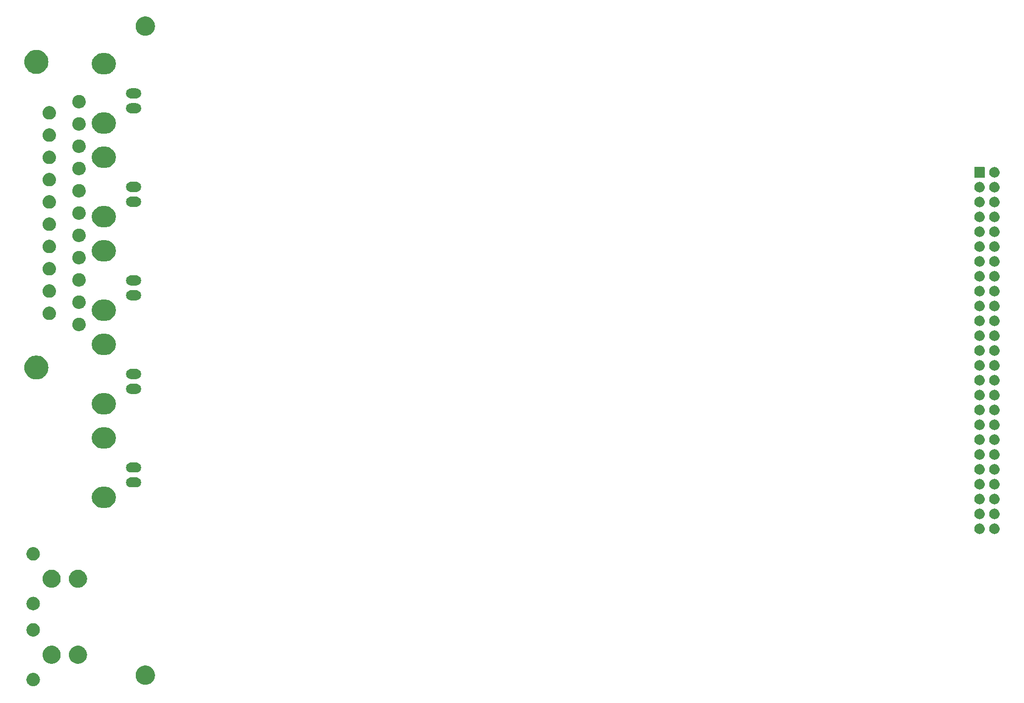
<source format=gbr>
%TF.GenerationSoftware,KiCad,Pcbnew,8.0.7*%
%TF.CreationDate,2025-02-21T11:32:42+13:00*%
%TF.ProjectId,JVCard,4a564361-7264-42e6-9b69-6361645f7063,rev?*%
%TF.SameCoordinates,Original*%
%TF.FileFunction,Soldermask,Bot*%
%TF.FilePolarity,Negative*%
%FSLAX46Y46*%
G04 Gerber Fmt 4.6, Leading zero omitted, Abs format (unit mm)*
G04 Created by KiCad (PCBNEW 8.0.7) date 2025-02-21 11:32:42*
%MOMM*%
%LPD*%
G01*
G04 APERTURE LIST*
G04 APERTURE END LIST*
G36*
X-134099328Y-55103910D02*
G01*
X-134043799Y-55103910D01*
X-133994950Y-55113041D01*
X-133950216Y-55116955D01*
X-133895304Y-55131668D01*
X-133835014Y-55142939D01*
X-133794119Y-55158781D01*
X-133756499Y-55168862D01*
X-133699544Y-55195419D01*
X-133636955Y-55219667D01*
X-133604652Y-55239668D01*
X-133574736Y-55253618D01*
X-133518303Y-55293133D01*
X-133456368Y-55331482D01*
X-133432624Y-55353127D01*
X-133410460Y-55368647D01*
X-133357444Y-55421662D01*
X-133299401Y-55474576D01*
X-133283578Y-55495528D01*
X-133268647Y-55510460D01*
X-133222063Y-55576987D01*
X-133171400Y-55644077D01*
X-133162324Y-55662302D01*
X-133153618Y-55674737D01*
X-133116553Y-55754222D01*
X-133076724Y-55834211D01*
X-133072762Y-55848134D01*
X-133068862Y-55856499D01*
X-133044273Y-55948264D01*
X-133018598Y-56038504D01*
X-133017807Y-56047034D01*
X-133016955Y-56050216D01*
X-133007534Y-56157900D01*
X-132999000Y-56250000D01*
X-133007534Y-56342106D01*
X-133016955Y-56449783D01*
X-133017807Y-56452964D01*
X-133018598Y-56461496D01*
X-133044277Y-56551751D01*
X-133068862Y-56643500D01*
X-133072761Y-56651863D01*
X-133076724Y-56665789D01*
X-133116556Y-56745783D01*
X-133153618Y-56825263D01*
X-133162324Y-56837696D01*
X-133171400Y-56855923D01*
X-133222069Y-56923019D01*
X-133268647Y-56989539D01*
X-133283575Y-57004467D01*
X-133299401Y-57025424D01*
X-133357456Y-57078348D01*
X-133410460Y-57131352D01*
X-133432619Y-57146868D01*
X-133456368Y-57168518D01*
X-133518315Y-57206874D01*
X-133574736Y-57246381D01*
X-133604645Y-57260327D01*
X-133636955Y-57280333D01*
X-133699557Y-57304585D01*
X-133756499Y-57331137D01*
X-133794111Y-57341215D01*
X-133835014Y-57357061D01*
X-133895317Y-57368333D01*
X-133950216Y-57383044D01*
X-133994940Y-57386956D01*
X-134043799Y-57396090D01*
X-134099340Y-57396090D01*
X-134150000Y-57400522D01*
X-134200660Y-57396090D01*
X-134256201Y-57396090D01*
X-134305060Y-57386956D01*
X-134349783Y-57383044D01*
X-134404679Y-57368334D01*
X-134464986Y-57357061D01*
X-134505890Y-57341214D01*
X-134543500Y-57331137D01*
X-134600436Y-57304587D01*
X-134663045Y-57280333D01*
X-134695357Y-57260325D01*
X-134725263Y-57246381D01*
X-134781675Y-57206879D01*
X-134843632Y-57168518D01*
X-134867383Y-57146865D01*
X-134889539Y-57131352D01*
X-134942532Y-57078358D01*
X-135000599Y-57025424D01*
X-135016427Y-57004463D01*
X-135031352Y-56989539D01*
X-135077917Y-56923037D01*
X-135128600Y-56855923D01*
X-135137678Y-56837691D01*
X-135146381Y-56825263D01*
X-135183427Y-56745815D01*
X-135223276Y-56665789D01*
X-135227239Y-56651857D01*
X-135231137Y-56643500D01*
X-135255705Y-56551811D01*
X-135281402Y-56461496D01*
X-135282193Y-56452958D01*
X-135283044Y-56449783D01*
X-135292447Y-56342299D01*
X-135301000Y-56250000D01*
X-135292447Y-56157707D01*
X-135283044Y-56050216D01*
X-135282192Y-56047039D01*
X-135281402Y-56038504D01*
X-135255709Y-55948204D01*
X-135231137Y-55856499D01*
X-135227239Y-55848139D01*
X-135223276Y-55834211D01*
X-135183430Y-55754191D01*
X-135146381Y-55674737D01*
X-135137677Y-55662307D01*
X-135128600Y-55644077D01*
X-135077922Y-55576969D01*
X-135031352Y-55510460D01*
X-135016424Y-55495532D01*
X-135000599Y-55474576D01*
X-134942543Y-55421651D01*
X-134889539Y-55368647D01*
X-134867379Y-55353130D01*
X-134843632Y-55331482D01*
X-134781682Y-55293124D01*
X-134725262Y-55253618D01*
X-134695353Y-55239671D01*
X-134663045Y-55219667D01*
X-134600447Y-55195416D01*
X-134543500Y-55168862D01*
X-134505882Y-55158782D01*
X-134464986Y-55142939D01*
X-134404691Y-55131667D01*
X-134349783Y-55116955D01*
X-134305050Y-55113041D01*
X-134256201Y-55103910D01*
X-134200672Y-55103910D01*
X-134150000Y-55099477D01*
X-134099328Y-55103910D01*
G37*
G36*
X-114936902Y-53853966D02*
G01*
X-114876647Y-53853966D01*
X-114810799Y-53863890D01*
X-114741727Y-53869327D01*
X-114686054Y-53882692D01*
X-114632697Y-53890735D01*
X-114562973Y-53912241D01*
X-114489813Y-53929806D01*
X-114442507Y-53949400D01*
X-114396947Y-53963454D01*
X-114325423Y-53997898D01*
X-114250462Y-54028948D01*
X-114211980Y-54052529D01*
X-114174677Y-54070494D01*
X-114103718Y-54118872D01*
X-114029567Y-54164313D01*
X-113999876Y-54189671D01*
X-113970837Y-54209470D01*
X-113903030Y-54272385D01*
X-113832567Y-54332567D01*
X-113811168Y-54357620D01*
X-113789988Y-54377274D01*
X-113728059Y-54454929D01*
X-113664313Y-54529567D01*
X-113650293Y-54552443D01*
X-113636169Y-54570156D01*
X-113582895Y-54662427D01*
X-113528948Y-54750462D01*
X-113521024Y-54769590D01*
X-113512814Y-54783812D01*
X-113470942Y-54890500D01*
X-113429806Y-54989813D01*
X-113426403Y-55003984D01*
X-113422685Y-55013460D01*
X-113394822Y-55135530D01*
X-113369327Y-55241727D01*
X-113368665Y-55250126D01*
X-113367785Y-55253986D01*
X-113356296Y-55407297D01*
X-113349000Y-55500000D01*
X-113356296Y-55592710D01*
X-113367785Y-55746013D01*
X-113368665Y-55749871D01*
X-113369327Y-55758273D01*
X-113394827Y-55864488D01*
X-113422685Y-55986539D01*
X-113426402Y-55996012D01*
X-113429806Y-56010187D01*
X-113470949Y-56109517D01*
X-113512814Y-56216187D01*
X-113521023Y-56230405D01*
X-113528948Y-56249538D01*
X-113582905Y-56337588D01*
X-113636169Y-56429843D01*
X-113650291Y-56447551D01*
X-113664313Y-56470433D01*
X-113728071Y-56545084D01*
X-113789988Y-56622725D01*
X-113811164Y-56642374D01*
X-113832567Y-56667433D01*
X-113903044Y-56727626D01*
X-113970837Y-56790529D01*
X-113999870Y-56810323D01*
X-114029567Y-56835687D01*
X-114103732Y-56881136D01*
X-114174677Y-56929505D01*
X-114211973Y-56947465D01*
X-114250462Y-56971052D01*
X-114325437Y-57002107D01*
X-114396947Y-57036545D01*
X-114442498Y-57050595D01*
X-114489813Y-57070194D01*
X-114562988Y-57087761D01*
X-114632697Y-57109264D01*
X-114686045Y-57117305D01*
X-114741727Y-57130673D01*
X-114810803Y-57136109D01*
X-114876647Y-57146034D01*
X-114936902Y-57146034D01*
X-115000000Y-57151000D01*
X-115063098Y-57146034D01*
X-115123353Y-57146034D01*
X-115189195Y-57136109D01*
X-115258273Y-57130673D01*
X-115313955Y-57117304D01*
X-115367302Y-57109264D01*
X-115437007Y-57087762D01*
X-115510187Y-57070194D01*
X-115557504Y-57050594D01*
X-115603052Y-57036545D01*
X-115674554Y-57002110D01*
X-115749538Y-56971052D01*
X-115788030Y-56947463D01*
X-115825324Y-56929504D01*
X-115896263Y-56881138D01*
X-115970433Y-56835687D01*
X-116000130Y-56810323D01*
X-116029160Y-56790531D01*
X-116096944Y-56727636D01*
X-116167433Y-56667433D01*
X-116188838Y-56642369D01*
X-116210011Y-56622725D01*
X-116271913Y-56545102D01*
X-116335687Y-56470433D01*
X-116349712Y-56447546D01*
X-116363830Y-56429843D01*
X-116417077Y-56337616D01*
X-116471052Y-56249538D01*
X-116478979Y-56230399D01*
X-116487185Y-56216187D01*
X-116529031Y-56109563D01*
X-116570194Y-56010187D01*
X-116573598Y-55996005D01*
X-116577314Y-55986539D01*
X-116605152Y-55864573D01*
X-116630673Y-55758273D01*
X-116631334Y-55749865D01*
X-116632214Y-55746013D01*
X-116643682Y-55592975D01*
X-116651000Y-55500000D01*
X-116643683Y-55407031D01*
X-116632214Y-55253986D01*
X-116631334Y-55250133D01*
X-116630673Y-55241727D01*
X-116605157Y-55135446D01*
X-116577314Y-55013460D01*
X-116573597Y-55003991D01*
X-116570194Y-54989813D01*
X-116529038Y-54890454D01*
X-116487185Y-54783812D01*
X-116478977Y-54769597D01*
X-116471052Y-54750462D01*
X-116417087Y-54662399D01*
X-116363830Y-54570156D01*
X-116349709Y-54552449D01*
X-116335687Y-54529567D01*
X-116271925Y-54454911D01*
X-116210011Y-54377274D01*
X-116188834Y-54357625D01*
X-116167433Y-54332567D01*
X-116096957Y-54272375D01*
X-116029160Y-54209468D01*
X-116000124Y-54189671D01*
X-115970433Y-54164313D01*
X-115896278Y-54118870D01*
X-115825324Y-54070495D01*
X-115788023Y-54052531D01*
X-115749538Y-54028948D01*
X-115674569Y-53997895D01*
X-115603052Y-53963454D01*
X-115557495Y-53949401D01*
X-115510187Y-53929806D01*
X-115437021Y-53912240D01*
X-115367302Y-53890735D01*
X-115313947Y-53882693D01*
X-115258273Y-53869327D01*
X-115189199Y-53863890D01*
X-115123353Y-53853966D01*
X-115063098Y-53853966D01*
X-115000000Y-53849000D01*
X-114936902Y-53853966D01*
G37*
G36*
X-130940457Y-50453686D02*
G01*
X-130884120Y-50453686D01*
X-130822561Y-50462964D01*
X-130757370Y-50468095D01*
X-130704820Y-50480711D01*
X-130654949Y-50488228D01*
X-130589780Y-50508329D01*
X-130520715Y-50524911D01*
X-130476059Y-50543407D01*
X-130433480Y-50556542D01*
X-130366627Y-50588736D01*
X-130295861Y-50618049D01*
X-130259537Y-50640308D01*
X-130224677Y-50657096D01*
X-130158369Y-50702303D01*
X-130088345Y-50745215D01*
X-130060303Y-50769164D01*
X-130033186Y-50787653D01*
X-129969867Y-50846403D01*
X-129903277Y-50903277D01*
X-129883056Y-50926951D01*
X-129863293Y-50945290D01*
X-129805506Y-51017752D01*
X-129745215Y-51088345D01*
X-129731955Y-51109983D01*
X-129718793Y-51126488D01*
X-129669147Y-51212475D01*
X-129618049Y-51295861D01*
X-129610544Y-51313978D01*
X-129602911Y-51327200D01*
X-129563986Y-51426377D01*
X-129524911Y-51520715D01*
X-129521678Y-51534178D01*
X-129518242Y-51542935D01*
X-129492506Y-51655689D01*
X-129468095Y-51757370D01*
X-129467461Y-51765416D01*
X-129466669Y-51768890D01*
X-129456322Y-51906957D01*
X-129449000Y-52000000D01*
X-129456323Y-52093050D01*
X-129466669Y-52231109D01*
X-129467461Y-52234581D01*
X-129468095Y-52242630D01*
X-129492511Y-52344329D01*
X-129518242Y-52457064D01*
X-129521678Y-52465819D01*
X-129524911Y-52479285D01*
X-129563994Y-52573640D01*
X-129602911Y-52672799D01*
X-129610542Y-52686017D01*
X-129618049Y-52704139D01*
X-129669157Y-52787540D01*
X-129718793Y-52873511D01*
X-129731952Y-52890012D01*
X-129745215Y-52911655D01*
X-129805518Y-52982261D01*
X-129863293Y-53054709D01*
X-129883052Y-53073043D01*
X-129903277Y-53096723D01*
X-129969881Y-53153608D01*
X-130033186Y-53212346D01*
X-130060297Y-53230830D01*
X-130088345Y-53254785D01*
X-130158383Y-53297704D01*
X-130224677Y-53342903D01*
X-130259529Y-53359687D01*
X-130295861Y-53381951D01*
X-130366641Y-53411269D01*
X-130433480Y-53443457D01*
X-130476050Y-53456588D01*
X-130520715Y-53475089D01*
X-130589794Y-53491673D01*
X-130654949Y-53511771D01*
X-130704811Y-53519286D01*
X-130757370Y-53531905D01*
X-130822565Y-53537035D01*
X-130884120Y-53546314D01*
X-130940457Y-53546314D01*
X-131000000Y-53551000D01*
X-131059543Y-53546314D01*
X-131115880Y-53546314D01*
X-131177433Y-53537035D01*
X-131242630Y-53531905D01*
X-131295189Y-53519286D01*
X-131345050Y-53511771D01*
X-131410199Y-53491675D01*
X-131479285Y-53475089D01*
X-131523955Y-53456585D01*
X-131566518Y-53443457D01*
X-131633345Y-53411274D01*
X-131704139Y-53381951D01*
X-131740474Y-53359684D01*
X-131775324Y-53342902D01*
X-131841612Y-53297706D01*
X-131911655Y-53254785D01*
X-131939702Y-53230830D01*
X-131966811Y-53212348D01*
X-132030107Y-53153617D01*
X-132096723Y-53096723D01*
X-132116951Y-53073038D01*
X-132136706Y-53054709D01*
X-132194466Y-52982279D01*
X-132254785Y-52911655D01*
X-132268050Y-52890007D01*
X-132281206Y-52873511D01*
X-132330824Y-52787569D01*
X-132381951Y-52704139D01*
X-132389459Y-52686011D01*
X-132397088Y-52672799D01*
X-132435986Y-52573686D01*
X-132475089Y-52479285D01*
X-132478323Y-52465812D01*
X-132481757Y-52457064D01*
X-132507468Y-52344414D01*
X-132531905Y-52242630D01*
X-132532538Y-52234574D01*
X-132533330Y-52231109D01*
X-132543656Y-52093315D01*
X-132551000Y-52000000D01*
X-132543656Y-51906692D01*
X-132533330Y-51768890D01*
X-132532538Y-51765423D01*
X-132531905Y-51757370D01*
X-132507473Y-51655604D01*
X-132481757Y-51542935D01*
X-132478322Y-51534184D01*
X-132475089Y-51520715D01*
X-132435994Y-51426331D01*
X-132397088Y-51327200D01*
X-132389458Y-51313984D01*
X-132381951Y-51295861D01*
X-132330834Y-51212447D01*
X-132281206Y-51126488D01*
X-132268048Y-51109988D01*
X-132254785Y-51088345D01*
X-132194478Y-51017734D01*
X-132136706Y-50945290D01*
X-132116946Y-50926956D01*
X-132096723Y-50903277D01*
X-132030120Y-50846393D01*
X-131966811Y-50787651D01*
X-131939696Y-50769164D01*
X-131911655Y-50745215D01*
X-131841627Y-50702302D01*
X-131775324Y-50657097D01*
X-131740467Y-50640310D01*
X-131704139Y-50618049D01*
X-131633360Y-50588731D01*
X-131566518Y-50556542D01*
X-131523945Y-50543410D01*
X-131479285Y-50524911D01*
X-131410213Y-50508328D01*
X-131345050Y-50488228D01*
X-131295181Y-50480711D01*
X-131242630Y-50468095D01*
X-131177437Y-50462964D01*
X-131115880Y-50453686D01*
X-131059543Y-50453686D01*
X-131000000Y-50449000D01*
X-130940457Y-50453686D01*
G37*
G36*
X-126440457Y-50453686D02*
G01*
X-126384120Y-50453686D01*
X-126322561Y-50462964D01*
X-126257370Y-50468095D01*
X-126204820Y-50480711D01*
X-126154949Y-50488228D01*
X-126089780Y-50508329D01*
X-126020715Y-50524911D01*
X-125976059Y-50543407D01*
X-125933480Y-50556542D01*
X-125866627Y-50588736D01*
X-125795861Y-50618049D01*
X-125759537Y-50640308D01*
X-125724677Y-50657096D01*
X-125658369Y-50702303D01*
X-125588345Y-50745215D01*
X-125560303Y-50769164D01*
X-125533186Y-50787653D01*
X-125469867Y-50846403D01*
X-125403277Y-50903277D01*
X-125383056Y-50926951D01*
X-125363293Y-50945290D01*
X-125305506Y-51017752D01*
X-125245215Y-51088345D01*
X-125231955Y-51109983D01*
X-125218793Y-51126488D01*
X-125169147Y-51212475D01*
X-125118049Y-51295861D01*
X-125110544Y-51313978D01*
X-125102911Y-51327200D01*
X-125063986Y-51426377D01*
X-125024911Y-51520715D01*
X-125021678Y-51534178D01*
X-125018242Y-51542935D01*
X-124992506Y-51655689D01*
X-124968095Y-51757370D01*
X-124967461Y-51765416D01*
X-124966669Y-51768890D01*
X-124956322Y-51906957D01*
X-124949000Y-52000000D01*
X-124956323Y-52093050D01*
X-124966669Y-52231109D01*
X-124967461Y-52234581D01*
X-124968095Y-52242630D01*
X-124992511Y-52344329D01*
X-125018242Y-52457064D01*
X-125021678Y-52465819D01*
X-125024911Y-52479285D01*
X-125063994Y-52573640D01*
X-125102911Y-52672799D01*
X-125110542Y-52686017D01*
X-125118049Y-52704139D01*
X-125169157Y-52787540D01*
X-125218793Y-52873511D01*
X-125231952Y-52890012D01*
X-125245215Y-52911655D01*
X-125305518Y-52982261D01*
X-125363293Y-53054709D01*
X-125383052Y-53073043D01*
X-125403277Y-53096723D01*
X-125469881Y-53153608D01*
X-125533186Y-53212346D01*
X-125560297Y-53230830D01*
X-125588345Y-53254785D01*
X-125658383Y-53297704D01*
X-125724677Y-53342903D01*
X-125759529Y-53359687D01*
X-125795861Y-53381951D01*
X-125866641Y-53411269D01*
X-125933480Y-53443457D01*
X-125976050Y-53456588D01*
X-126020715Y-53475089D01*
X-126089794Y-53491673D01*
X-126154949Y-53511771D01*
X-126204811Y-53519286D01*
X-126257370Y-53531905D01*
X-126322565Y-53537035D01*
X-126384120Y-53546314D01*
X-126440457Y-53546314D01*
X-126500000Y-53551000D01*
X-126559543Y-53546314D01*
X-126615880Y-53546314D01*
X-126677433Y-53537035D01*
X-126742630Y-53531905D01*
X-126795189Y-53519286D01*
X-126845050Y-53511771D01*
X-126910199Y-53491675D01*
X-126979285Y-53475089D01*
X-127023955Y-53456585D01*
X-127066518Y-53443457D01*
X-127133345Y-53411274D01*
X-127204139Y-53381951D01*
X-127240474Y-53359684D01*
X-127275324Y-53342902D01*
X-127341612Y-53297706D01*
X-127411655Y-53254785D01*
X-127439702Y-53230830D01*
X-127466811Y-53212348D01*
X-127530107Y-53153617D01*
X-127596723Y-53096723D01*
X-127616951Y-53073038D01*
X-127636706Y-53054709D01*
X-127694466Y-52982279D01*
X-127754785Y-52911655D01*
X-127768050Y-52890007D01*
X-127781206Y-52873511D01*
X-127830824Y-52787569D01*
X-127881951Y-52704139D01*
X-127889459Y-52686011D01*
X-127897088Y-52672799D01*
X-127935986Y-52573686D01*
X-127975089Y-52479285D01*
X-127978323Y-52465812D01*
X-127981757Y-52457064D01*
X-128007468Y-52344414D01*
X-128031905Y-52242630D01*
X-128032538Y-52234574D01*
X-128033330Y-52231109D01*
X-128043656Y-52093315D01*
X-128051000Y-52000000D01*
X-128043656Y-51906692D01*
X-128033330Y-51768890D01*
X-128032538Y-51765423D01*
X-128031905Y-51757370D01*
X-128007473Y-51655604D01*
X-127981757Y-51542935D01*
X-127978322Y-51534184D01*
X-127975089Y-51520715D01*
X-127935994Y-51426331D01*
X-127897088Y-51327200D01*
X-127889458Y-51313984D01*
X-127881951Y-51295861D01*
X-127830834Y-51212447D01*
X-127781206Y-51126488D01*
X-127768048Y-51109988D01*
X-127754785Y-51088345D01*
X-127694478Y-51017734D01*
X-127636706Y-50945290D01*
X-127616946Y-50926956D01*
X-127596723Y-50903277D01*
X-127530120Y-50846393D01*
X-127466811Y-50787651D01*
X-127439696Y-50769164D01*
X-127411655Y-50745215D01*
X-127341627Y-50702302D01*
X-127275324Y-50657097D01*
X-127240467Y-50640310D01*
X-127204139Y-50618049D01*
X-127133360Y-50588731D01*
X-127066518Y-50556542D01*
X-127023945Y-50543410D01*
X-126979285Y-50524911D01*
X-126910213Y-50508328D01*
X-126845050Y-50488228D01*
X-126795181Y-50480711D01*
X-126742630Y-50468095D01*
X-126677437Y-50462964D01*
X-126615880Y-50453686D01*
X-126559543Y-50453686D01*
X-126500000Y-50449000D01*
X-126440457Y-50453686D01*
G37*
G36*
X-134099328Y-46603910D02*
G01*
X-134043799Y-46603910D01*
X-133994950Y-46613041D01*
X-133950216Y-46616955D01*
X-133895304Y-46631668D01*
X-133835014Y-46642939D01*
X-133794119Y-46658781D01*
X-133756499Y-46668862D01*
X-133699544Y-46695419D01*
X-133636955Y-46719667D01*
X-133604652Y-46739668D01*
X-133574736Y-46753618D01*
X-133518303Y-46793133D01*
X-133456368Y-46831482D01*
X-133432624Y-46853127D01*
X-133410460Y-46868647D01*
X-133357444Y-46921662D01*
X-133299401Y-46974576D01*
X-133283578Y-46995528D01*
X-133268647Y-47010460D01*
X-133222063Y-47076987D01*
X-133171400Y-47144077D01*
X-133162324Y-47162302D01*
X-133153618Y-47174737D01*
X-133116553Y-47254222D01*
X-133076724Y-47334211D01*
X-133072762Y-47348134D01*
X-133068862Y-47356499D01*
X-133044273Y-47448264D01*
X-133018598Y-47538504D01*
X-133017807Y-47547034D01*
X-133016955Y-47550216D01*
X-133007534Y-47657900D01*
X-132999000Y-47750000D01*
X-133007534Y-47842106D01*
X-133016955Y-47949783D01*
X-133017807Y-47952964D01*
X-133018598Y-47961496D01*
X-133044277Y-48051751D01*
X-133068862Y-48143500D01*
X-133072761Y-48151863D01*
X-133076724Y-48165789D01*
X-133116556Y-48245783D01*
X-133153618Y-48325263D01*
X-133162324Y-48337696D01*
X-133171400Y-48355923D01*
X-133222069Y-48423019D01*
X-133268647Y-48489539D01*
X-133283575Y-48504467D01*
X-133299401Y-48525424D01*
X-133357456Y-48578348D01*
X-133410460Y-48631352D01*
X-133432619Y-48646868D01*
X-133456368Y-48668518D01*
X-133518315Y-48706874D01*
X-133574736Y-48746381D01*
X-133604645Y-48760327D01*
X-133636955Y-48780333D01*
X-133699557Y-48804585D01*
X-133756499Y-48831137D01*
X-133794111Y-48841215D01*
X-133835014Y-48857061D01*
X-133895317Y-48868333D01*
X-133950216Y-48883044D01*
X-133994940Y-48886956D01*
X-134043799Y-48896090D01*
X-134099340Y-48896090D01*
X-134150000Y-48900522D01*
X-134200660Y-48896090D01*
X-134256201Y-48896090D01*
X-134305060Y-48886956D01*
X-134349783Y-48883044D01*
X-134404679Y-48868334D01*
X-134464986Y-48857061D01*
X-134505890Y-48841214D01*
X-134543500Y-48831137D01*
X-134600436Y-48804587D01*
X-134663045Y-48780333D01*
X-134695357Y-48760325D01*
X-134725263Y-48746381D01*
X-134781675Y-48706879D01*
X-134843632Y-48668518D01*
X-134867383Y-48646865D01*
X-134889539Y-48631352D01*
X-134942532Y-48578358D01*
X-135000599Y-48525424D01*
X-135016427Y-48504463D01*
X-135031352Y-48489539D01*
X-135077917Y-48423037D01*
X-135128600Y-48355923D01*
X-135137678Y-48337691D01*
X-135146381Y-48325263D01*
X-135183427Y-48245815D01*
X-135223276Y-48165789D01*
X-135227239Y-48151857D01*
X-135231137Y-48143500D01*
X-135255705Y-48051811D01*
X-135281402Y-47961496D01*
X-135282193Y-47952958D01*
X-135283044Y-47949783D01*
X-135292447Y-47842299D01*
X-135301000Y-47750000D01*
X-135292447Y-47657707D01*
X-135283044Y-47550216D01*
X-135282192Y-47547039D01*
X-135281402Y-47538504D01*
X-135255709Y-47448204D01*
X-135231137Y-47356499D01*
X-135227239Y-47348139D01*
X-135223276Y-47334211D01*
X-135183430Y-47254191D01*
X-135146381Y-47174737D01*
X-135137677Y-47162307D01*
X-135128600Y-47144077D01*
X-135077922Y-47076969D01*
X-135031352Y-47010460D01*
X-135016424Y-46995532D01*
X-135000599Y-46974576D01*
X-134942543Y-46921651D01*
X-134889539Y-46868647D01*
X-134867379Y-46853130D01*
X-134843632Y-46831482D01*
X-134781682Y-46793124D01*
X-134725262Y-46753618D01*
X-134695353Y-46739671D01*
X-134663045Y-46719667D01*
X-134600447Y-46695416D01*
X-134543500Y-46668862D01*
X-134505882Y-46658782D01*
X-134464986Y-46642939D01*
X-134404691Y-46631667D01*
X-134349783Y-46616955D01*
X-134305050Y-46613041D01*
X-134256201Y-46603910D01*
X-134200672Y-46603910D01*
X-134150000Y-46599477D01*
X-134099328Y-46603910D01*
G37*
G36*
X-134099328Y-42103910D02*
G01*
X-134043799Y-42103910D01*
X-133994950Y-42113041D01*
X-133950216Y-42116955D01*
X-133895304Y-42131668D01*
X-133835014Y-42142939D01*
X-133794119Y-42158781D01*
X-133756499Y-42168862D01*
X-133699544Y-42195419D01*
X-133636955Y-42219667D01*
X-133604652Y-42239668D01*
X-133574736Y-42253618D01*
X-133518303Y-42293133D01*
X-133456368Y-42331482D01*
X-133432624Y-42353127D01*
X-133410460Y-42368647D01*
X-133357444Y-42421662D01*
X-133299401Y-42474576D01*
X-133283578Y-42495528D01*
X-133268647Y-42510460D01*
X-133222063Y-42576987D01*
X-133171400Y-42644077D01*
X-133162324Y-42662302D01*
X-133153618Y-42674737D01*
X-133116553Y-42754222D01*
X-133076724Y-42834211D01*
X-133072762Y-42848134D01*
X-133068862Y-42856499D01*
X-133044273Y-42948264D01*
X-133018598Y-43038504D01*
X-133017807Y-43047034D01*
X-133016955Y-43050216D01*
X-133007534Y-43157900D01*
X-132999000Y-43250000D01*
X-133007534Y-43342106D01*
X-133016955Y-43449783D01*
X-133017807Y-43452964D01*
X-133018598Y-43461496D01*
X-133044277Y-43551751D01*
X-133068862Y-43643500D01*
X-133072761Y-43651863D01*
X-133076724Y-43665789D01*
X-133116556Y-43745783D01*
X-133153618Y-43825263D01*
X-133162324Y-43837696D01*
X-133171400Y-43855923D01*
X-133222069Y-43923019D01*
X-133268647Y-43989539D01*
X-133283575Y-44004467D01*
X-133299401Y-44025424D01*
X-133357456Y-44078348D01*
X-133410460Y-44131352D01*
X-133432619Y-44146868D01*
X-133456368Y-44168518D01*
X-133518315Y-44206874D01*
X-133574736Y-44246381D01*
X-133604645Y-44260327D01*
X-133636955Y-44280333D01*
X-133699557Y-44304585D01*
X-133756499Y-44331137D01*
X-133794111Y-44341215D01*
X-133835014Y-44357061D01*
X-133895317Y-44368333D01*
X-133950216Y-44383044D01*
X-133994940Y-44386956D01*
X-134043799Y-44396090D01*
X-134099340Y-44396090D01*
X-134150000Y-44400522D01*
X-134200660Y-44396090D01*
X-134256201Y-44396090D01*
X-134305060Y-44386956D01*
X-134349783Y-44383044D01*
X-134404679Y-44368334D01*
X-134464986Y-44357061D01*
X-134505890Y-44341214D01*
X-134543500Y-44331137D01*
X-134600436Y-44304587D01*
X-134663045Y-44280333D01*
X-134695357Y-44260325D01*
X-134725263Y-44246381D01*
X-134781675Y-44206879D01*
X-134843632Y-44168518D01*
X-134867383Y-44146865D01*
X-134889539Y-44131352D01*
X-134942532Y-44078358D01*
X-135000599Y-44025424D01*
X-135016427Y-44004463D01*
X-135031352Y-43989539D01*
X-135077917Y-43923037D01*
X-135128600Y-43855923D01*
X-135137678Y-43837691D01*
X-135146381Y-43825263D01*
X-135183427Y-43745815D01*
X-135223276Y-43665789D01*
X-135227239Y-43651857D01*
X-135231137Y-43643500D01*
X-135255705Y-43551811D01*
X-135281402Y-43461496D01*
X-135282193Y-43452958D01*
X-135283044Y-43449783D01*
X-135292447Y-43342299D01*
X-135301000Y-43250000D01*
X-135292447Y-43157707D01*
X-135283044Y-43050216D01*
X-135282192Y-43047039D01*
X-135281402Y-43038504D01*
X-135255709Y-42948204D01*
X-135231137Y-42856499D01*
X-135227239Y-42848139D01*
X-135223276Y-42834211D01*
X-135183430Y-42754191D01*
X-135146381Y-42674737D01*
X-135137677Y-42662307D01*
X-135128600Y-42644077D01*
X-135077922Y-42576969D01*
X-135031352Y-42510460D01*
X-135016424Y-42495532D01*
X-135000599Y-42474576D01*
X-134942543Y-42421651D01*
X-134889539Y-42368647D01*
X-134867379Y-42353130D01*
X-134843632Y-42331482D01*
X-134781682Y-42293124D01*
X-134725262Y-42253618D01*
X-134695353Y-42239671D01*
X-134663045Y-42219667D01*
X-134600447Y-42195416D01*
X-134543500Y-42168862D01*
X-134505882Y-42158782D01*
X-134464986Y-42142939D01*
X-134404691Y-42131667D01*
X-134349783Y-42116955D01*
X-134305050Y-42113041D01*
X-134256201Y-42103910D01*
X-134200672Y-42103910D01*
X-134150000Y-42099477D01*
X-134099328Y-42103910D01*
G37*
G36*
X-130940457Y-37453686D02*
G01*
X-130884120Y-37453686D01*
X-130822561Y-37462964D01*
X-130757370Y-37468095D01*
X-130704820Y-37480711D01*
X-130654949Y-37488228D01*
X-130589780Y-37508329D01*
X-130520715Y-37524911D01*
X-130476059Y-37543407D01*
X-130433480Y-37556542D01*
X-130366627Y-37588736D01*
X-130295861Y-37618049D01*
X-130259537Y-37640308D01*
X-130224677Y-37657096D01*
X-130158369Y-37702303D01*
X-130088345Y-37745215D01*
X-130060303Y-37769164D01*
X-130033186Y-37787653D01*
X-129969867Y-37846403D01*
X-129903277Y-37903277D01*
X-129883056Y-37926951D01*
X-129863293Y-37945290D01*
X-129805506Y-38017752D01*
X-129745215Y-38088345D01*
X-129731955Y-38109983D01*
X-129718793Y-38126488D01*
X-129669147Y-38212475D01*
X-129618049Y-38295861D01*
X-129610544Y-38313978D01*
X-129602911Y-38327200D01*
X-129563986Y-38426377D01*
X-129524911Y-38520715D01*
X-129521678Y-38534178D01*
X-129518242Y-38542935D01*
X-129492506Y-38655689D01*
X-129468095Y-38757370D01*
X-129467461Y-38765416D01*
X-129466669Y-38768890D01*
X-129456322Y-38906957D01*
X-129449000Y-39000000D01*
X-129456323Y-39093050D01*
X-129466669Y-39231109D01*
X-129467461Y-39234581D01*
X-129468095Y-39242630D01*
X-129492511Y-39344329D01*
X-129518242Y-39457064D01*
X-129521678Y-39465819D01*
X-129524911Y-39479285D01*
X-129563994Y-39573640D01*
X-129602911Y-39672799D01*
X-129610542Y-39686017D01*
X-129618049Y-39704139D01*
X-129669157Y-39787540D01*
X-129718793Y-39873511D01*
X-129731952Y-39890012D01*
X-129745215Y-39911655D01*
X-129805518Y-39982261D01*
X-129863293Y-40054709D01*
X-129883052Y-40073043D01*
X-129903277Y-40096723D01*
X-129969881Y-40153608D01*
X-130033186Y-40212346D01*
X-130060297Y-40230830D01*
X-130088345Y-40254785D01*
X-130158383Y-40297704D01*
X-130224677Y-40342903D01*
X-130259529Y-40359687D01*
X-130295861Y-40381951D01*
X-130366641Y-40411269D01*
X-130433480Y-40443457D01*
X-130476050Y-40456588D01*
X-130520715Y-40475089D01*
X-130589794Y-40491673D01*
X-130654949Y-40511771D01*
X-130704811Y-40519286D01*
X-130757370Y-40531905D01*
X-130822565Y-40537035D01*
X-130884120Y-40546314D01*
X-130940457Y-40546314D01*
X-131000000Y-40551000D01*
X-131059543Y-40546314D01*
X-131115880Y-40546314D01*
X-131177433Y-40537035D01*
X-131242630Y-40531905D01*
X-131295189Y-40519286D01*
X-131345050Y-40511771D01*
X-131410199Y-40491675D01*
X-131479285Y-40475089D01*
X-131523955Y-40456585D01*
X-131566518Y-40443457D01*
X-131633345Y-40411274D01*
X-131704139Y-40381951D01*
X-131740474Y-40359684D01*
X-131775324Y-40342902D01*
X-131841612Y-40297706D01*
X-131911655Y-40254785D01*
X-131939702Y-40230830D01*
X-131966811Y-40212348D01*
X-132030107Y-40153617D01*
X-132096723Y-40096723D01*
X-132116951Y-40073038D01*
X-132136706Y-40054709D01*
X-132194466Y-39982279D01*
X-132254785Y-39911655D01*
X-132268050Y-39890007D01*
X-132281206Y-39873511D01*
X-132330824Y-39787569D01*
X-132381951Y-39704139D01*
X-132389459Y-39686011D01*
X-132397088Y-39672799D01*
X-132435986Y-39573686D01*
X-132475089Y-39479285D01*
X-132478323Y-39465812D01*
X-132481757Y-39457064D01*
X-132507468Y-39344414D01*
X-132531905Y-39242630D01*
X-132532538Y-39234574D01*
X-132533330Y-39231109D01*
X-132543656Y-39093315D01*
X-132551000Y-39000000D01*
X-132543656Y-38906692D01*
X-132533330Y-38768890D01*
X-132532538Y-38765423D01*
X-132531905Y-38757370D01*
X-132507473Y-38655604D01*
X-132481757Y-38542935D01*
X-132478322Y-38534184D01*
X-132475089Y-38520715D01*
X-132435994Y-38426331D01*
X-132397088Y-38327200D01*
X-132389458Y-38313984D01*
X-132381951Y-38295861D01*
X-132330834Y-38212447D01*
X-132281206Y-38126488D01*
X-132268048Y-38109988D01*
X-132254785Y-38088345D01*
X-132194478Y-38017734D01*
X-132136706Y-37945290D01*
X-132116946Y-37926956D01*
X-132096723Y-37903277D01*
X-132030120Y-37846393D01*
X-131966811Y-37787651D01*
X-131939696Y-37769164D01*
X-131911655Y-37745215D01*
X-131841627Y-37702302D01*
X-131775324Y-37657097D01*
X-131740467Y-37640310D01*
X-131704139Y-37618049D01*
X-131633360Y-37588731D01*
X-131566518Y-37556542D01*
X-131523945Y-37543410D01*
X-131479285Y-37524911D01*
X-131410213Y-37508328D01*
X-131345050Y-37488228D01*
X-131295181Y-37480711D01*
X-131242630Y-37468095D01*
X-131177437Y-37462964D01*
X-131115880Y-37453686D01*
X-131059543Y-37453686D01*
X-131000000Y-37449000D01*
X-130940457Y-37453686D01*
G37*
G36*
X-126440457Y-37453686D02*
G01*
X-126384120Y-37453686D01*
X-126322561Y-37462964D01*
X-126257370Y-37468095D01*
X-126204820Y-37480711D01*
X-126154949Y-37488228D01*
X-126089780Y-37508329D01*
X-126020715Y-37524911D01*
X-125976059Y-37543407D01*
X-125933480Y-37556542D01*
X-125866627Y-37588736D01*
X-125795861Y-37618049D01*
X-125759537Y-37640308D01*
X-125724677Y-37657096D01*
X-125658369Y-37702303D01*
X-125588345Y-37745215D01*
X-125560303Y-37769164D01*
X-125533186Y-37787653D01*
X-125469867Y-37846403D01*
X-125403277Y-37903277D01*
X-125383056Y-37926951D01*
X-125363293Y-37945290D01*
X-125305506Y-38017752D01*
X-125245215Y-38088345D01*
X-125231955Y-38109983D01*
X-125218793Y-38126488D01*
X-125169147Y-38212475D01*
X-125118049Y-38295861D01*
X-125110544Y-38313978D01*
X-125102911Y-38327200D01*
X-125063986Y-38426377D01*
X-125024911Y-38520715D01*
X-125021678Y-38534178D01*
X-125018242Y-38542935D01*
X-124992506Y-38655689D01*
X-124968095Y-38757370D01*
X-124967461Y-38765416D01*
X-124966669Y-38768890D01*
X-124956322Y-38906957D01*
X-124949000Y-39000000D01*
X-124956323Y-39093050D01*
X-124966669Y-39231109D01*
X-124967461Y-39234581D01*
X-124968095Y-39242630D01*
X-124992511Y-39344329D01*
X-125018242Y-39457064D01*
X-125021678Y-39465819D01*
X-125024911Y-39479285D01*
X-125063994Y-39573640D01*
X-125102911Y-39672799D01*
X-125110542Y-39686017D01*
X-125118049Y-39704139D01*
X-125169157Y-39787540D01*
X-125218793Y-39873511D01*
X-125231952Y-39890012D01*
X-125245215Y-39911655D01*
X-125305518Y-39982261D01*
X-125363293Y-40054709D01*
X-125383052Y-40073043D01*
X-125403277Y-40096723D01*
X-125469881Y-40153608D01*
X-125533186Y-40212346D01*
X-125560297Y-40230830D01*
X-125588345Y-40254785D01*
X-125658383Y-40297704D01*
X-125724677Y-40342903D01*
X-125759529Y-40359687D01*
X-125795861Y-40381951D01*
X-125866641Y-40411269D01*
X-125933480Y-40443457D01*
X-125976050Y-40456588D01*
X-126020715Y-40475089D01*
X-126089794Y-40491673D01*
X-126154949Y-40511771D01*
X-126204811Y-40519286D01*
X-126257370Y-40531905D01*
X-126322565Y-40537035D01*
X-126384120Y-40546314D01*
X-126440457Y-40546314D01*
X-126500000Y-40551000D01*
X-126559543Y-40546314D01*
X-126615880Y-40546314D01*
X-126677433Y-40537035D01*
X-126742630Y-40531905D01*
X-126795189Y-40519286D01*
X-126845050Y-40511771D01*
X-126910199Y-40491675D01*
X-126979285Y-40475089D01*
X-127023955Y-40456585D01*
X-127066518Y-40443457D01*
X-127133345Y-40411274D01*
X-127204139Y-40381951D01*
X-127240474Y-40359684D01*
X-127275324Y-40342902D01*
X-127341612Y-40297706D01*
X-127411655Y-40254785D01*
X-127439702Y-40230830D01*
X-127466811Y-40212348D01*
X-127530107Y-40153617D01*
X-127596723Y-40096723D01*
X-127616951Y-40073038D01*
X-127636706Y-40054709D01*
X-127694466Y-39982279D01*
X-127754785Y-39911655D01*
X-127768050Y-39890007D01*
X-127781206Y-39873511D01*
X-127830824Y-39787569D01*
X-127881951Y-39704139D01*
X-127889459Y-39686011D01*
X-127897088Y-39672799D01*
X-127935986Y-39573686D01*
X-127975089Y-39479285D01*
X-127978323Y-39465812D01*
X-127981757Y-39457064D01*
X-128007468Y-39344414D01*
X-128031905Y-39242630D01*
X-128032538Y-39234574D01*
X-128033330Y-39231109D01*
X-128043656Y-39093315D01*
X-128051000Y-39000000D01*
X-128043656Y-38906692D01*
X-128033330Y-38768890D01*
X-128032538Y-38765423D01*
X-128031905Y-38757370D01*
X-128007473Y-38655604D01*
X-127981757Y-38542935D01*
X-127978322Y-38534184D01*
X-127975089Y-38520715D01*
X-127935994Y-38426331D01*
X-127897088Y-38327200D01*
X-127889458Y-38313984D01*
X-127881951Y-38295861D01*
X-127830834Y-38212447D01*
X-127781206Y-38126488D01*
X-127768048Y-38109988D01*
X-127754785Y-38088345D01*
X-127694478Y-38017734D01*
X-127636706Y-37945290D01*
X-127616946Y-37926956D01*
X-127596723Y-37903277D01*
X-127530120Y-37846393D01*
X-127466811Y-37787651D01*
X-127439696Y-37769164D01*
X-127411655Y-37745215D01*
X-127341627Y-37702302D01*
X-127275324Y-37657097D01*
X-127240467Y-37640310D01*
X-127204139Y-37618049D01*
X-127133360Y-37588731D01*
X-127066518Y-37556542D01*
X-127023945Y-37543410D01*
X-126979285Y-37524911D01*
X-126910213Y-37508328D01*
X-126845050Y-37488228D01*
X-126795181Y-37480711D01*
X-126742630Y-37468095D01*
X-126677437Y-37462964D01*
X-126615880Y-37453686D01*
X-126559543Y-37453686D01*
X-126500000Y-37449000D01*
X-126440457Y-37453686D01*
G37*
G36*
X-134099328Y-33603910D02*
G01*
X-134043799Y-33603910D01*
X-133994950Y-33613041D01*
X-133950216Y-33616955D01*
X-133895304Y-33631668D01*
X-133835014Y-33642939D01*
X-133794119Y-33658781D01*
X-133756499Y-33668862D01*
X-133699544Y-33695419D01*
X-133636955Y-33719667D01*
X-133604652Y-33739668D01*
X-133574736Y-33753618D01*
X-133518303Y-33793133D01*
X-133456368Y-33831482D01*
X-133432624Y-33853127D01*
X-133410460Y-33868647D01*
X-133357444Y-33921662D01*
X-133299401Y-33974576D01*
X-133283578Y-33995528D01*
X-133268647Y-34010460D01*
X-133222063Y-34076987D01*
X-133171400Y-34144077D01*
X-133162324Y-34162302D01*
X-133153618Y-34174737D01*
X-133116553Y-34254222D01*
X-133076724Y-34334211D01*
X-133072762Y-34348134D01*
X-133068862Y-34356499D01*
X-133044273Y-34448264D01*
X-133018598Y-34538504D01*
X-133017807Y-34547034D01*
X-133016955Y-34550216D01*
X-133007534Y-34657900D01*
X-132999000Y-34750000D01*
X-133007534Y-34842106D01*
X-133016955Y-34949783D01*
X-133017807Y-34952964D01*
X-133018598Y-34961496D01*
X-133044277Y-35051751D01*
X-133068862Y-35143500D01*
X-133072761Y-35151863D01*
X-133076724Y-35165789D01*
X-133116556Y-35245783D01*
X-133153618Y-35325263D01*
X-133162324Y-35337696D01*
X-133171400Y-35355923D01*
X-133222069Y-35423019D01*
X-133268647Y-35489539D01*
X-133283575Y-35504467D01*
X-133299401Y-35525424D01*
X-133357456Y-35578348D01*
X-133410460Y-35631352D01*
X-133432619Y-35646868D01*
X-133456368Y-35668518D01*
X-133518315Y-35706874D01*
X-133574736Y-35746381D01*
X-133604645Y-35760327D01*
X-133636955Y-35780333D01*
X-133699557Y-35804585D01*
X-133756499Y-35831137D01*
X-133794111Y-35841215D01*
X-133835014Y-35857061D01*
X-133895317Y-35868333D01*
X-133950216Y-35883044D01*
X-133994940Y-35886956D01*
X-134043799Y-35896090D01*
X-134099340Y-35896090D01*
X-134150000Y-35900522D01*
X-134200660Y-35896090D01*
X-134256201Y-35896090D01*
X-134305060Y-35886956D01*
X-134349783Y-35883044D01*
X-134404679Y-35868334D01*
X-134464986Y-35857061D01*
X-134505890Y-35841214D01*
X-134543500Y-35831137D01*
X-134600436Y-35804587D01*
X-134663045Y-35780333D01*
X-134695357Y-35760325D01*
X-134725263Y-35746381D01*
X-134781675Y-35706879D01*
X-134843632Y-35668518D01*
X-134867383Y-35646865D01*
X-134889539Y-35631352D01*
X-134942532Y-35578358D01*
X-135000599Y-35525424D01*
X-135016427Y-35504463D01*
X-135031352Y-35489539D01*
X-135077917Y-35423037D01*
X-135128600Y-35355923D01*
X-135137678Y-35337691D01*
X-135146381Y-35325263D01*
X-135183427Y-35245815D01*
X-135223276Y-35165789D01*
X-135227239Y-35151857D01*
X-135231137Y-35143500D01*
X-135255705Y-35051811D01*
X-135281402Y-34961496D01*
X-135282193Y-34952958D01*
X-135283044Y-34949783D01*
X-135292447Y-34842299D01*
X-135301000Y-34750000D01*
X-135292447Y-34657707D01*
X-135283044Y-34550216D01*
X-135282192Y-34547039D01*
X-135281402Y-34538504D01*
X-135255709Y-34448204D01*
X-135231137Y-34356499D01*
X-135227239Y-34348139D01*
X-135223276Y-34334211D01*
X-135183430Y-34254191D01*
X-135146381Y-34174737D01*
X-135137677Y-34162307D01*
X-135128600Y-34144077D01*
X-135077922Y-34076969D01*
X-135031352Y-34010460D01*
X-135016424Y-33995532D01*
X-135000599Y-33974576D01*
X-134942543Y-33921651D01*
X-134889539Y-33868647D01*
X-134867379Y-33853130D01*
X-134843632Y-33831482D01*
X-134781682Y-33793124D01*
X-134725262Y-33753618D01*
X-134695353Y-33739671D01*
X-134663045Y-33719667D01*
X-134600447Y-33695416D01*
X-134543500Y-33668862D01*
X-134505882Y-33658782D01*
X-134464986Y-33642939D01*
X-134404691Y-33631667D01*
X-134349783Y-33616955D01*
X-134305050Y-33613041D01*
X-134256201Y-33603910D01*
X-134200672Y-33603910D01*
X-134150000Y-33599477D01*
X-134099328Y-33603910D01*
G37*
G36*
X27543983Y-29563936D02*
G01*
X27594180Y-29563936D01*
X27637524Y-29573149D01*
X27675659Y-29576905D01*
X27723566Y-29591437D01*
X27778424Y-29603098D01*
X27813530Y-29618728D01*
X27844566Y-29628143D01*
X27893884Y-29654504D01*
X27950500Y-29679711D01*
X27976822Y-29698835D01*
X28000232Y-29711348D01*
X28047988Y-29750540D01*
X28102887Y-29790427D01*
X28120711Y-29810223D01*
X28136675Y-29823324D01*
X28179572Y-29875594D01*
X28228924Y-29930405D01*
X28239292Y-29948363D01*
X28248651Y-29959767D01*
X28283273Y-30024542D01*
X28323104Y-30093530D01*
X28327685Y-30107630D01*
X28331856Y-30115433D01*
X28354852Y-30191242D01*
X28381311Y-30272672D01*
X28382242Y-30281532D01*
X28383094Y-30284340D01*
X28391384Y-30368513D01*
X28401000Y-30460000D01*
X28391383Y-30551494D01*
X28383094Y-30635659D01*
X28382242Y-30638466D01*
X28381311Y-30647328D01*
X28354848Y-30728771D01*
X28331856Y-30804566D01*
X28327686Y-30812366D01*
X28323104Y-30826470D01*
X28283266Y-30895470D01*
X28248651Y-30960232D01*
X28239294Y-30971633D01*
X28228924Y-30989595D01*
X28179563Y-31044415D01*
X28136675Y-31096675D01*
X28120714Y-31109773D01*
X28102887Y-31129573D01*
X28047977Y-31169467D01*
X28000232Y-31208651D01*
X27976827Y-31221161D01*
X27950500Y-31240289D01*
X27893873Y-31265500D01*
X27844566Y-31291856D01*
X27813537Y-31301268D01*
X27778424Y-31316902D01*
X27723555Y-31328564D01*
X27675659Y-31343094D01*
X27637532Y-31346849D01*
X27594180Y-31356064D01*
X27543973Y-31356064D01*
X27500000Y-31360395D01*
X27456027Y-31356064D01*
X27405820Y-31356064D01*
X27362467Y-31346849D01*
X27324340Y-31343094D01*
X27276441Y-31328563D01*
X27221576Y-31316902D01*
X27186464Y-31301269D01*
X27155433Y-31291856D01*
X27106120Y-31265498D01*
X27049500Y-31240289D01*
X27023175Y-31221163D01*
X26999767Y-31208651D01*
X26952013Y-31169460D01*
X26897113Y-31129573D01*
X26879287Y-31109776D01*
X26863324Y-31096675D01*
X26820425Y-31044402D01*
X26771076Y-30989595D01*
X26760708Y-30971637D01*
X26751348Y-30960232D01*
X26716719Y-30895447D01*
X26676896Y-30826470D01*
X26672315Y-30812371D01*
X26668143Y-30804566D01*
X26645136Y-30728725D01*
X26618689Y-30647328D01*
X26617758Y-30638471D01*
X26616905Y-30635659D01*
X26608600Y-30551342D01*
X26599000Y-30460000D01*
X26608599Y-30368664D01*
X26616905Y-30284340D01*
X26617758Y-30281527D01*
X26618689Y-30272672D01*
X26645132Y-30191288D01*
X26668143Y-30115433D01*
X26672315Y-30107626D01*
X26676896Y-30093530D01*
X26716712Y-30024565D01*
X26751348Y-29959767D01*
X26760710Y-29948359D01*
X26771076Y-29930405D01*
X26820416Y-29875607D01*
X26863324Y-29823324D01*
X26879291Y-29810219D01*
X26897113Y-29790427D01*
X26952002Y-29750546D01*
X26999767Y-29711348D01*
X27023180Y-29698833D01*
X27049500Y-29679711D01*
X27106109Y-29654506D01*
X27155433Y-29628143D01*
X27186471Y-29618727D01*
X27221576Y-29603098D01*
X27276430Y-29591438D01*
X27324340Y-29576905D01*
X27362476Y-29573148D01*
X27405820Y-29563936D01*
X27456016Y-29563936D01*
X27500000Y-29559604D01*
X27543983Y-29563936D01*
G37*
G36*
X30083983Y-29563936D02*
G01*
X30134180Y-29563936D01*
X30177524Y-29573149D01*
X30215659Y-29576905D01*
X30263566Y-29591437D01*
X30318424Y-29603098D01*
X30353530Y-29618728D01*
X30384566Y-29628143D01*
X30433884Y-29654504D01*
X30490500Y-29679711D01*
X30516822Y-29698835D01*
X30540232Y-29711348D01*
X30587988Y-29750540D01*
X30642887Y-29790427D01*
X30660711Y-29810223D01*
X30676675Y-29823324D01*
X30719572Y-29875594D01*
X30768924Y-29930405D01*
X30779292Y-29948363D01*
X30788651Y-29959767D01*
X30823273Y-30024542D01*
X30863104Y-30093530D01*
X30867685Y-30107630D01*
X30871856Y-30115433D01*
X30894852Y-30191242D01*
X30921311Y-30272672D01*
X30922242Y-30281532D01*
X30923094Y-30284340D01*
X30931384Y-30368513D01*
X30941000Y-30460000D01*
X30931383Y-30551494D01*
X30923094Y-30635659D01*
X30922242Y-30638466D01*
X30921311Y-30647328D01*
X30894848Y-30728771D01*
X30871856Y-30804566D01*
X30867686Y-30812366D01*
X30863104Y-30826470D01*
X30823266Y-30895470D01*
X30788651Y-30960232D01*
X30779294Y-30971633D01*
X30768924Y-30989595D01*
X30719563Y-31044415D01*
X30676675Y-31096675D01*
X30660714Y-31109773D01*
X30642887Y-31129573D01*
X30587977Y-31169467D01*
X30540232Y-31208651D01*
X30516827Y-31221161D01*
X30490500Y-31240289D01*
X30433873Y-31265500D01*
X30384566Y-31291856D01*
X30353537Y-31301268D01*
X30318424Y-31316902D01*
X30263555Y-31328564D01*
X30215659Y-31343094D01*
X30177532Y-31346849D01*
X30134180Y-31356064D01*
X30083973Y-31356064D01*
X30040000Y-31360395D01*
X29996027Y-31356064D01*
X29945820Y-31356064D01*
X29902467Y-31346849D01*
X29864340Y-31343094D01*
X29816441Y-31328563D01*
X29761576Y-31316902D01*
X29726464Y-31301269D01*
X29695433Y-31291856D01*
X29646120Y-31265498D01*
X29589500Y-31240289D01*
X29563175Y-31221163D01*
X29539767Y-31208651D01*
X29492013Y-31169460D01*
X29437113Y-31129573D01*
X29419287Y-31109776D01*
X29403324Y-31096675D01*
X29360425Y-31044402D01*
X29311076Y-30989595D01*
X29300708Y-30971637D01*
X29291348Y-30960232D01*
X29256719Y-30895447D01*
X29216896Y-30826470D01*
X29212315Y-30812371D01*
X29208143Y-30804566D01*
X29185136Y-30728725D01*
X29158689Y-30647328D01*
X29157758Y-30638471D01*
X29156905Y-30635659D01*
X29148600Y-30551342D01*
X29139000Y-30460000D01*
X29148599Y-30368664D01*
X29156905Y-30284340D01*
X29157758Y-30281527D01*
X29158689Y-30272672D01*
X29185132Y-30191288D01*
X29208143Y-30115433D01*
X29212315Y-30107626D01*
X29216896Y-30093530D01*
X29256712Y-30024565D01*
X29291348Y-29959767D01*
X29300710Y-29948359D01*
X29311076Y-29930405D01*
X29360416Y-29875607D01*
X29403324Y-29823324D01*
X29419291Y-29810219D01*
X29437113Y-29790427D01*
X29492002Y-29750546D01*
X29539767Y-29711348D01*
X29563180Y-29698833D01*
X29589500Y-29679711D01*
X29646109Y-29654506D01*
X29695433Y-29628143D01*
X29726471Y-29618727D01*
X29761576Y-29603098D01*
X29816430Y-29591438D01*
X29864340Y-29576905D01*
X29902476Y-29573148D01*
X29945820Y-29563936D01*
X29996016Y-29563936D01*
X30040000Y-29559604D01*
X30083983Y-29563936D01*
G37*
G36*
X27543983Y-27023936D02*
G01*
X27594180Y-27023936D01*
X27637524Y-27033149D01*
X27675659Y-27036905D01*
X27723566Y-27051437D01*
X27778424Y-27063098D01*
X27813530Y-27078728D01*
X27844566Y-27088143D01*
X27893884Y-27114504D01*
X27950500Y-27139711D01*
X27976822Y-27158835D01*
X28000232Y-27171348D01*
X28047988Y-27210540D01*
X28102887Y-27250427D01*
X28120711Y-27270223D01*
X28136675Y-27283324D01*
X28179572Y-27335594D01*
X28228924Y-27390405D01*
X28239292Y-27408363D01*
X28248651Y-27419767D01*
X28283273Y-27484542D01*
X28323104Y-27553530D01*
X28327685Y-27567630D01*
X28331856Y-27575433D01*
X28354852Y-27651242D01*
X28381311Y-27732672D01*
X28382242Y-27741532D01*
X28383094Y-27744340D01*
X28391384Y-27828513D01*
X28401000Y-27920000D01*
X28391383Y-28011494D01*
X28383094Y-28095659D01*
X28382242Y-28098466D01*
X28381311Y-28107328D01*
X28354848Y-28188771D01*
X28331856Y-28264566D01*
X28327686Y-28272366D01*
X28323104Y-28286470D01*
X28283266Y-28355470D01*
X28248651Y-28420232D01*
X28239294Y-28431633D01*
X28228924Y-28449595D01*
X28179563Y-28504415D01*
X28136675Y-28556675D01*
X28120714Y-28569773D01*
X28102887Y-28589573D01*
X28047977Y-28629467D01*
X28000232Y-28668651D01*
X27976827Y-28681161D01*
X27950500Y-28700289D01*
X27893873Y-28725500D01*
X27844566Y-28751856D01*
X27813537Y-28761268D01*
X27778424Y-28776902D01*
X27723555Y-28788564D01*
X27675659Y-28803094D01*
X27637532Y-28806849D01*
X27594180Y-28816064D01*
X27543973Y-28816064D01*
X27500000Y-28820395D01*
X27456027Y-28816064D01*
X27405820Y-28816064D01*
X27362467Y-28806849D01*
X27324340Y-28803094D01*
X27276441Y-28788563D01*
X27221576Y-28776902D01*
X27186464Y-28761269D01*
X27155433Y-28751856D01*
X27106120Y-28725498D01*
X27049500Y-28700289D01*
X27023175Y-28681163D01*
X26999767Y-28668651D01*
X26952013Y-28629460D01*
X26897113Y-28589573D01*
X26879287Y-28569776D01*
X26863324Y-28556675D01*
X26820425Y-28504402D01*
X26771076Y-28449595D01*
X26760708Y-28431637D01*
X26751348Y-28420232D01*
X26716719Y-28355447D01*
X26676896Y-28286470D01*
X26672315Y-28272371D01*
X26668143Y-28264566D01*
X26645136Y-28188725D01*
X26618689Y-28107328D01*
X26617758Y-28098471D01*
X26616905Y-28095659D01*
X26608600Y-28011342D01*
X26599000Y-27920000D01*
X26608599Y-27828664D01*
X26616905Y-27744340D01*
X26617758Y-27741527D01*
X26618689Y-27732672D01*
X26645132Y-27651288D01*
X26668143Y-27575433D01*
X26672315Y-27567626D01*
X26676896Y-27553530D01*
X26716712Y-27484565D01*
X26751348Y-27419767D01*
X26760710Y-27408359D01*
X26771076Y-27390405D01*
X26820416Y-27335607D01*
X26863324Y-27283324D01*
X26879291Y-27270219D01*
X26897113Y-27250427D01*
X26952002Y-27210546D01*
X26999767Y-27171348D01*
X27023180Y-27158833D01*
X27049500Y-27139711D01*
X27106109Y-27114506D01*
X27155433Y-27088143D01*
X27186471Y-27078727D01*
X27221576Y-27063098D01*
X27276430Y-27051438D01*
X27324340Y-27036905D01*
X27362476Y-27033148D01*
X27405820Y-27023936D01*
X27456016Y-27023936D01*
X27500000Y-27019604D01*
X27543983Y-27023936D01*
G37*
G36*
X30083983Y-27023936D02*
G01*
X30134180Y-27023936D01*
X30177524Y-27033149D01*
X30215659Y-27036905D01*
X30263566Y-27051437D01*
X30318424Y-27063098D01*
X30353530Y-27078728D01*
X30384566Y-27088143D01*
X30433884Y-27114504D01*
X30490500Y-27139711D01*
X30516822Y-27158835D01*
X30540232Y-27171348D01*
X30587988Y-27210540D01*
X30642887Y-27250427D01*
X30660711Y-27270223D01*
X30676675Y-27283324D01*
X30719572Y-27335594D01*
X30768924Y-27390405D01*
X30779292Y-27408363D01*
X30788651Y-27419767D01*
X30823273Y-27484542D01*
X30863104Y-27553530D01*
X30867685Y-27567630D01*
X30871856Y-27575433D01*
X30894852Y-27651242D01*
X30921311Y-27732672D01*
X30922242Y-27741532D01*
X30923094Y-27744340D01*
X30931384Y-27828513D01*
X30941000Y-27920000D01*
X30931383Y-28011494D01*
X30923094Y-28095659D01*
X30922242Y-28098466D01*
X30921311Y-28107328D01*
X30894848Y-28188771D01*
X30871856Y-28264566D01*
X30867686Y-28272366D01*
X30863104Y-28286470D01*
X30823266Y-28355470D01*
X30788651Y-28420232D01*
X30779294Y-28431633D01*
X30768924Y-28449595D01*
X30719563Y-28504415D01*
X30676675Y-28556675D01*
X30660714Y-28569773D01*
X30642887Y-28589573D01*
X30587977Y-28629467D01*
X30540232Y-28668651D01*
X30516827Y-28681161D01*
X30490500Y-28700289D01*
X30433873Y-28725500D01*
X30384566Y-28751856D01*
X30353537Y-28761268D01*
X30318424Y-28776902D01*
X30263555Y-28788564D01*
X30215659Y-28803094D01*
X30177532Y-28806849D01*
X30134180Y-28816064D01*
X30083973Y-28816064D01*
X30040000Y-28820395D01*
X29996027Y-28816064D01*
X29945820Y-28816064D01*
X29902467Y-28806849D01*
X29864340Y-28803094D01*
X29816441Y-28788563D01*
X29761576Y-28776902D01*
X29726464Y-28761269D01*
X29695433Y-28751856D01*
X29646120Y-28725498D01*
X29589500Y-28700289D01*
X29563175Y-28681163D01*
X29539767Y-28668651D01*
X29492013Y-28629460D01*
X29437113Y-28589573D01*
X29419287Y-28569776D01*
X29403324Y-28556675D01*
X29360425Y-28504402D01*
X29311076Y-28449595D01*
X29300708Y-28431637D01*
X29291348Y-28420232D01*
X29256719Y-28355447D01*
X29216896Y-28286470D01*
X29212315Y-28272371D01*
X29208143Y-28264566D01*
X29185136Y-28188725D01*
X29158689Y-28107328D01*
X29157758Y-28098471D01*
X29156905Y-28095659D01*
X29148600Y-28011342D01*
X29139000Y-27920000D01*
X29148599Y-27828664D01*
X29156905Y-27744340D01*
X29157758Y-27741527D01*
X29158689Y-27732672D01*
X29185132Y-27651288D01*
X29208143Y-27575433D01*
X29212315Y-27567626D01*
X29216896Y-27553530D01*
X29256712Y-27484565D01*
X29291348Y-27419767D01*
X29300710Y-27408359D01*
X29311076Y-27390405D01*
X29360416Y-27335607D01*
X29403324Y-27283324D01*
X29419291Y-27270219D01*
X29437113Y-27250427D01*
X29492002Y-27210546D01*
X29539767Y-27171348D01*
X29563180Y-27158833D01*
X29589500Y-27139711D01*
X29646109Y-27114506D01*
X29695433Y-27088143D01*
X29726471Y-27078727D01*
X29761576Y-27063098D01*
X29816430Y-27051438D01*
X29864340Y-27036905D01*
X29902476Y-27033148D01*
X29945820Y-27023936D01*
X29996016Y-27023936D01*
X30040000Y-27019604D01*
X30083983Y-27023936D01*
G37*
G36*
X-121712209Y-23282856D02*
G01*
X-121478642Y-23313606D01*
X-121251088Y-23374579D01*
X-121033438Y-23464732D01*
X-120829418Y-23582523D01*
X-120642518Y-23725937D01*
X-120475937Y-23892518D01*
X-120332523Y-24079418D01*
X-120214732Y-24283438D01*
X-120124579Y-24501088D01*
X-120063606Y-24728642D01*
X-120032856Y-24962209D01*
X-120032856Y-25197791D01*
X-120063606Y-25431358D01*
X-120124579Y-25658912D01*
X-120214732Y-25876562D01*
X-120332523Y-26080582D01*
X-120475937Y-26267482D01*
X-120642518Y-26434063D01*
X-120829418Y-26577477D01*
X-121033438Y-26695268D01*
X-121251088Y-26785421D01*
X-121478642Y-26846394D01*
X-121712209Y-26877144D01*
X-121830000Y-26881000D01*
X-121832044Y-26881000D01*
X-122327956Y-26881000D01*
X-122330000Y-26881000D01*
X-122447791Y-26877144D01*
X-122681358Y-26846394D01*
X-122908912Y-26785421D01*
X-123126562Y-26695268D01*
X-123330582Y-26577477D01*
X-123517482Y-26434063D01*
X-123684063Y-26267482D01*
X-123827477Y-26080582D01*
X-123945268Y-25876562D01*
X-124035421Y-25658912D01*
X-124096394Y-25431358D01*
X-124127144Y-25197791D01*
X-124127144Y-24962209D01*
X-124096394Y-24728642D01*
X-124035421Y-24501088D01*
X-123945268Y-24283438D01*
X-123827477Y-24079418D01*
X-123684063Y-23892518D01*
X-123517482Y-23725937D01*
X-123330582Y-23582523D01*
X-123126562Y-23464732D01*
X-122908912Y-23374579D01*
X-122681358Y-23313606D01*
X-122447791Y-23282856D01*
X-122330000Y-23279000D01*
X-121830000Y-23279000D01*
X-121712209Y-23282856D01*
G37*
G36*
X27543983Y-24483936D02*
G01*
X27594180Y-24483936D01*
X27637524Y-24493149D01*
X27675659Y-24496905D01*
X27723566Y-24511437D01*
X27778424Y-24523098D01*
X27813530Y-24538728D01*
X27844566Y-24548143D01*
X27893884Y-24574504D01*
X27950500Y-24599711D01*
X27976822Y-24618835D01*
X28000232Y-24631348D01*
X28047988Y-24670540D01*
X28102887Y-24710427D01*
X28120711Y-24730223D01*
X28136675Y-24743324D01*
X28179572Y-24795594D01*
X28228924Y-24850405D01*
X28239292Y-24868363D01*
X28248651Y-24879767D01*
X28283273Y-24944542D01*
X28323104Y-25013530D01*
X28327685Y-25027630D01*
X28331856Y-25035433D01*
X28354852Y-25111242D01*
X28381311Y-25192672D01*
X28382242Y-25201532D01*
X28383094Y-25204340D01*
X28391384Y-25288513D01*
X28401000Y-25380000D01*
X28391383Y-25471494D01*
X28383094Y-25555659D01*
X28382242Y-25558466D01*
X28381311Y-25567328D01*
X28354848Y-25648771D01*
X28331856Y-25724566D01*
X28327686Y-25732366D01*
X28323104Y-25746470D01*
X28283266Y-25815470D01*
X28248651Y-25880232D01*
X28239294Y-25891633D01*
X28228924Y-25909595D01*
X28179563Y-25964415D01*
X28136675Y-26016675D01*
X28120714Y-26029773D01*
X28102887Y-26049573D01*
X28047977Y-26089467D01*
X28000232Y-26128651D01*
X27976827Y-26141161D01*
X27950500Y-26160289D01*
X27893873Y-26185500D01*
X27844566Y-26211856D01*
X27813537Y-26221268D01*
X27778424Y-26236902D01*
X27723555Y-26248564D01*
X27675659Y-26263094D01*
X27637532Y-26266849D01*
X27594180Y-26276064D01*
X27543973Y-26276064D01*
X27500000Y-26280395D01*
X27456027Y-26276064D01*
X27405820Y-26276064D01*
X27362467Y-26266849D01*
X27324340Y-26263094D01*
X27276441Y-26248563D01*
X27221576Y-26236902D01*
X27186464Y-26221269D01*
X27155433Y-26211856D01*
X27106120Y-26185498D01*
X27049500Y-26160289D01*
X27023175Y-26141163D01*
X26999767Y-26128651D01*
X26952013Y-26089460D01*
X26897113Y-26049573D01*
X26879287Y-26029776D01*
X26863324Y-26016675D01*
X26820425Y-25964402D01*
X26771076Y-25909595D01*
X26760708Y-25891637D01*
X26751348Y-25880232D01*
X26716719Y-25815447D01*
X26676896Y-25746470D01*
X26672315Y-25732371D01*
X26668143Y-25724566D01*
X26645136Y-25648725D01*
X26618689Y-25567328D01*
X26617758Y-25558471D01*
X26616905Y-25555659D01*
X26608600Y-25471342D01*
X26599000Y-25380000D01*
X26608599Y-25288664D01*
X26616905Y-25204340D01*
X26617758Y-25201527D01*
X26618689Y-25192672D01*
X26645132Y-25111288D01*
X26668143Y-25035433D01*
X26672315Y-25027626D01*
X26676896Y-25013530D01*
X26716712Y-24944565D01*
X26751348Y-24879767D01*
X26760710Y-24868359D01*
X26771076Y-24850405D01*
X26820416Y-24795607D01*
X26863324Y-24743324D01*
X26879291Y-24730219D01*
X26897113Y-24710427D01*
X26952002Y-24670546D01*
X26999767Y-24631348D01*
X27023180Y-24618833D01*
X27049500Y-24599711D01*
X27106109Y-24574506D01*
X27155433Y-24548143D01*
X27186471Y-24538727D01*
X27221576Y-24523098D01*
X27276430Y-24511438D01*
X27324340Y-24496905D01*
X27362476Y-24493148D01*
X27405820Y-24483936D01*
X27456016Y-24483936D01*
X27500000Y-24479604D01*
X27543983Y-24483936D01*
G37*
G36*
X30083983Y-24483936D02*
G01*
X30134180Y-24483936D01*
X30177524Y-24493149D01*
X30215659Y-24496905D01*
X30263566Y-24511437D01*
X30318424Y-24523098D01*
X30353530Y-24538728D01*
X30384566Y-24548143D01*
X30433884Y-24574504D01*
X30490500Y-24599711D01*
X30516822Y-24618835D01*
X30540232Y-24631348D01*
X30587988Y-24670540D01*
X30642887Y-24710427D01*
X30660711Y-24730223D01*
X30676675Y-24743324D01*
X30719572Y-24795594D01*
X30768924Y-24850405D01*
X30779292Y-24868363D01*
X30788651Y-24879767D01*
X30823273Y-24944542D01*
X30863104Y-25013530D01*
X30867685Y-25027630D01*
X30871856Y-25035433D01*
X30894852Y-25111242D01*
X30921311Y-25192672D01*
X30922242Y-25201532D01*
X30923094Y-25204340D01*
X30931384Y-25288513D01*
X30941000Y-25380000D01*
X30931383Y-25471494D01*
X30923094Y-25555659D01*
X30922242Y-25558466D01*
X30921311Y-25567328D01*
X30894848Y-25648771D01*
X30871856Y-25724566D01*
X30867686Y-25732366D01*
X30863104Y-25746470D01*
X30823266Y-25815470D01*
X30788651Y-25880232D01*
X30779294Y-25891633D01*
X30768924Y-25909595D01*
X30719563Y-25964415D01*
X30676675Y-26016675D01*
X30660714Y-26029773D01*
X30642887Y-26049573D01*
X30587977Y-26089467D01*
X30540232Y-26128651D01*
X30516827Y-26141161D01*
X30490500Y-26160289D01*
X30433873Y-26185500D01*
X30384566Y-26211856D01*
X30353537Y-26221268D01*
X30318424Y-26236902D01*
X30263555Y-26248564D01*
X30215659Y-26263094D01*
X30177532Y-26266849D01*
X30134180Y-26276064D01*
X30083973Y-26276064D01*
X30040000Y-26280395D01*
X29996027Y-26276064D01*
X29945820Y-26276064D01*
X29902467Y-26266849D01*
X29864340Y-26263094D01*
X29816441Y-26248563D01*
X29761576Y-26236902D01*
X29726464Y-26221269D01*
X29695433Y-26211856D01*
X29646120Y-26185498D01*
X29589500Y-26160289D01*
X29563175Y-26141163D01*
X29539767Y-26128651D01*
X29492013Y-26089460D01*
X29437113Y-26049573D01*
X29419287Y-26029776D01*
X29403324Y-26016675D01*
X29360425Y-25964402D01*
X29311076Y-25909595D01*
X29300708Y-25891637D01*
X29291348Y-25880232D01*
X29256719Y-25815447D01*
X29216896Y-25746470D01*
X29212315Y-25732371D01*
X29208143Y-25724566D01*
X29185136Y-25648725D01*
X29158689Y-25567328D01*
X29157758Y-25558471D01*
X29156905Y-25555659D01*
X29148600Y-25471342D01*
X29139000Y-25380000D01*
X29148599Y-25288664D01*
X29156905Y-25204340D01*
X29157758Y-25201527D01*
X29158689Y-25192672D01*
X29185132Y-25111288D01*
X29208143Y-25035433D01*
X29212315Y-25027626D01*
X29216896Y-25013530D01*
X29256712Y-24944565D01*
X29291348Y-24879767D01*
X29300710Y-24868359D01*
X29311076Y-24850405D01*
X29360416Y-24795607D01*
X29403324Y-24743324D01*
X29419291Y-24730219D01*
X29437113Y-24710427D01*
X29492002Y-24670546D01*
X29539767Y-24631348D01*
X29563180Y-24618833D01*
X29589500Y-24599711D01*
X29646109Y-24574506D01*
X29695433Y-24548143D01*
X29726471Y-24538727D01*
X29761576Y-24523098D01*
X29816430Y-24511438D01*
X29864340Y-24496905D01*
X29902476Y-24493148D01*
X29945820Y-24483936D01*
X29996016Y-24483936D01*
X30040000Y-24479604D01*
X30083983Y-24483936D01*
G37*
G36*
X27543983Y-21943936D02*
G01*
X27594180Y-21943936D01*
X27637524Y-21953149D01*
X27675659Y-21956905D01*
X27723566Y-21971437D01*
X27778424Y-21983098D01*
X27813530Y-21998728D01*
X27844566Y-22008143D01*
X27893884Y-22034504D01*
X27950500Y-22059711D01*
X27976822Y-22078835D01*
X28000232Y-22091348D01*
X28047988Y-22130540D01*
X28102887Y-22170427D01*
X28120711Y-22190223D01*
X28136675Y-22203324D01*
X28179572Y-22255594D01*
X28228924Y-22310405D01*
X28239292Y-22328363D01*
X28248651Y-22339767D01*
X28283273Y-22404542D01*
X28323104Y-22473530D01*
X28327685Y-22487630D01*
X28331856Y-22495433D01*
X28354852Y-22571242D01*
X28381311Y-22652672D01*
X28382242Y-22661532D01*
X28383094Y-22664340D01*
X28391384Y-22748513D01*
X28401000Y-22840000D01*
X28391383Y-22931494D01*
X28383094Y-23015659D01*
X28382242Y-23018466D01*
X28381311Y-23027328D01*
X28354848Y-23108771D01*
X28331856Y-23184566D01*
X28327686Y-23192366D01*
X28323104Y-23206470D01*
X28283266Y-23275470D01*
X28248651Y-23340232D01*
X28239294Y-23351633D01*
X28228924Y-23369595D01*
X28179563Y-23424415D01*
X28136675Y-23476675D01*
X28120714Y-23489773D01*
X28102887Y-23509573D01*
X28047977Y-23549467D01*
X28000232Y-23588651D01*
X27976827Y-23601161D01*
X27950500Y-23620289D01*
X27893873Y-23645500D01*
X27844566Y-23671856D01*
X27813537Y-23681268D01*
X27778424Y-23696902D01*
X27723555Y-23708564D01*
X27675659Y-23723094D01*
X27637532Y-23726849D01*
X27594180Y-23736064D01*
X27543973Y-23736064D01*
X27500000Y-23740395D01*
X27456027Y-23736064D01*
X27405820Y-23736064D01*
X27362467Y-23726849D01*
X27324340Y-23723094D01*
X27276441Y-23708563D01*
X27221576Y-23696902D01*
X27186464Y-23681269D01*
X27155433Y-23671856D01*
X27106120Y-23645498D01*
X27049500Y-23620289D01*
X27023175Y-23601163D01*
X26999767Y-23588651D01*
X26952013Y-23549460D01*
X26897113Y-23509573D01*
X26879287Y-23489776D01*
X26863324Y-23476675D01*
X26820425Y-23424402D01*
X26771076Y-23369595D01*
X26760708Y-23351637D01*
X26751348Y-23340232D01*
X26716719Y-23275447D01*
X26676896Y-23206470D01*
X26672315Y-23192371D01*
X26668143Y-23184566D01*
X26645136Y-23108725D01*
X26618689Y-23027328D01*
X26617758Y-23018471D01*
X26616905Y-23015659D01*
X26608600Y-22931342D01*
X26599000Y-22840000D01*
X26608599Y-22748664D01*
X26616905Y-22664340D01*
X26617758Y-22661527D01*
X26618689Y-22652672D01*
X26645132Y-22571288D01*
X26668143Y-22495433D01*
X26672315Y-22487626D01*
X26676896Y-22473530D01*
X26716712Y-22404565D01*
X26751348Y-22339767D01*
X26760710Y-22328359D01*
X26771076Y-22310405D01*
X26820416Y-22255607D01*
X26863324Y-22203324D01*
X26879291Y-22190219D01*
X26897113Y-22170427D01*
X26952002Y-22130546D01*
X26999767Y-22091348D01*
X27023180Y-22078833D01*
X27049500Y-22059711D01*
X27106109Y-22034506D01*
X27155433Y-22008143D01*
X27186471Y-21998727D01*
X27221576Y-21983098D01*
X27276430Y-21971438D01*
X27324340Y-21956905D01*
X27362476Y-21953148D01*
X27405820Y-21943936D01*
X27456016Y-21943936D01*
X27500000Y-21939604D01*
X27543983Y-21943936D01*
G37*
G36*
X30083983Y-21943936D02*
G01*
X30134180Y-21943936D01*
X30177524Y-21953149D01*
X30215659Y-21956905D01*
X30263566Y-21971437D01*
X30318424Y-21983098D01*
X30353530Y-21998728D01*
X30384566Y-22008143D01*
X30433884Y-22034504D01*
X30490500Y-22059711D01*
X30516822Y-22078835D01*
X30540232Y-22091348D01*
X30587988Y-22130540D01*
X30642887Y-22170427D01*
X30660711Y-22190223D01*
X30676675Y-22203324D01*
X30719572Y-22255594D01*
X30768924Y-22310405D01*
X30779292Y-22328363D01*
X30788651Y-22339767D01*
X30823273Y-22404542D01*
X30863104Y-22473530D01*
X30867685Y-22487630D01*
X30871856Y-22495433D01*
X30894852Y-22571242D01*
X30921311Y-22652672D01*
X30922242Y-22661532D01*
X30923094Y-22664340D01*
X30931384Y-22748513D01*
X30941000Y-22840000D01*
X30931383Y-22931494D01*
X30923094Y-23015659D01*
X30922242Y-23018466D01*
X30921311Y-23027328D01*
X30894848Y-23108771D01*
X30871856Y-23184566D01*
X30867686Y-23192366D01*
X30863104Y-23206470D01*
X30823266Y-23275470D01*
X30788651Y-23340232D01*
X30779294Y-23351633D01*
X30768924Y-23369595D01*
X30719563Y-23424415D01*
X30676675Y-23476675D01*
X30660714Y-23489773D01*
X30642887Y-23509573D01*
X30587977Y-23549467D01*
X30540232Y-23588651D01*
X30516827Y-23601161D01*
X30490500Y-23620289D01*
X30433873Y-23645500D01*
X30384566Y-23671856D01*
X30353537Y-23681268D01*
X30318424Y-23696902D01*
X30263555Y-23708564D01*
X30215659Y-23723094D01*
X30177532Y-23726849D01*
X30134180Y-23736064D01*
X30083973Y-23736064D01*
X30040000Y-23740395D01*
X29996027Y-23736064D01*
X29945820Y-23736064D01*
X29902467Y-23726849D01*
X29864340Y-23723094D01*
X29816441Y-23708563D01*
X29761576Y-23696902D01*
X29726464Y-23681269D01*
X29695433Y-23671856D01*
X29646120Y-23645498D01*
X29589500Y-23620289D01*
X29563175Y-23601163D01*
X29539767Y-23588651D01*
X29492013Y-23549460D01*
X29437113Y-23509573D01*
X29419287Y-23489776D01*
X29403324Y-23476675D01*
X29360425Y-23424402D01*
X29311076Y-23369595D01*
X29300708Y-23351637D01*
X29291348Y-23340232D01*
X29256719Y-23275447D01*
X29216896Y-23206470D01*
X29212315Y-23192371D01*
X29208143Y-23184566D01*
X29185136Y-23108725D01*
X29158689Y-23027328D01*
X29157758Y-23018471D01*
X29156905Y-23015659D01*
X29148600Y-22931342D01*
X29139000Y-22840000D01*
X29148599Y-22748664D01*
X29156905Y-22664340D01*
X29157758Y-22661527D01*
X29158689Y-22652672D01*
X29185132Y-22571288D01*
X29208143Y-22495433D01*
X29212315Y-22487626D01*
X29216896Y-22473530D01*
X29256712Y-22404565D01*
X29291348Y-22339767D01*
X29300710Y-22328359D01*
X29311076Y-22310405D01*
X29360416Y-22255607D01*
X29403324Y-22203324D01*
X29419291Y-22190219D01*
X29437113Y-22170427D01*
X29492002Y-22130546D01*
X29539767Y-22091348D01*
X29563180Y-22078833D01*
X29589500Y-22059711D01*
X29646109Y-22034506D01*
X29695433Y-22008143D01*
X29726471Y-21998727D01*
X29761576Y-21983098D01*
X29816430Y-21971438D01*
X29864340Y-21956905D01*
X29902476Y-21953148D01*
X29945820Y-21943936D01*
X29996016Y-21943936D01*
X30040000Y-21939604D01*
X30083983Y-21943936D01*
G37*
G36*
X-116466587Y-21693098D02*
G01*
X-116302968Y-21725644D01*
X-116148841Y-21789485D01*
X-116010131Y-21882168D01*
X-115892168Y-22000131D01*
X-115799485Y-22138841D01*
X-115735644Y-22292968D01*
X-115703098Y-22456587D01*
X-115703098Y-22623413D01*
X-115735644Y-22787032D01*
X-115799485Y-22941159D01*
X-115892168Y-23079869D01*
X-116010131Y-23197832D01*
X-116148841Y-23290515D01*
X-116302968Y-23354356D01*
X-116466587Y-23386902D01*
X-116550000Y-23391000D01*
X-116553061Y-23391000D01*
X-117446939Y-23391000D01*
X-117450000Y-23391000D01*
X-117533413Y-23386902D01*
X-117697032Y-23354356D01*
X-117851159Y-23290515D01*
X-117989869Y-23197832D01*
X-118107832Y-23079869D01*
X-118200515Y-22941159D01*
X-118264356Y-22787032D01*
X-118296902Y-22623413D01*
X-118296902Y-22456587D01*
X-118264356Y-22292968D01*
X-118200515Y-22138841D01*
X-118107832Y-22000131D01*
X-117989869Y-21882168D01*
X-117851159Y-21789485D01*
X-117697032Y-21725644D01*
X-117533413Y-21693098D01*
X-117450000Y-21689000D01*
X-116550000Y-21689000D01*
X-116466587Y-21693098D01*
G37*
G36*
X27543983Y-19403936D02*
G01*
X27594180Y-19403936D01*
X27637524Y-19413149D01*
X27675659Y-19416905D01*
X27723566Y-19431437D01*
X27778424Y-19443098D01*
X27813530Y-19458728D01*
X27844566Y-19468143D01*
X27893884Y-19494504D01*
X27950500Y-19519711D01*
X27976822Y-19538835D01*
X28000232Y-19551348D01*
X28047988Y-19590540D01*
X28102887Y-19630427D01*
X28120711Y-19650223D01*
X28136675Y-19663324D01*
X28179572Y-19715594D01*
X28228924Y-19770405D01*
X28239292Y-19788363D01*
X28248651Y-19799767D01*
X28283273Y-19864542D01*
X28323104Y-19933530D01*
X28327685Y-19947630D01*
X28331856Y-19955433D01*
X28354852Y-20031242D01*
X28381311Y-20112672D01*
X28382242Y-20121532D01*
X28383094Y-20124340D01*
X28391384Y-20208513D01*
X28401000Y-20300000D01*
X28391383Y-20391494D01*
X28383094Y-20475659D01*
X28382242Y-20478466D01*
X28381311Y-20487328D01*
X28354848Y-20568771D01*
X28331856Y-20644566D01*
X28327686Y-20652366D01*
X28323104Y-20666470D01*
X28283266Y-20735470D01*
X28248651Y-20800232D01*
X28239294Y-20811633D01*
X28228924Y-20829595D01*
X28179563Y-20884415D01*
X28136675Y-20936675D01*
X28120714Y-20949773D01*
X28102887Y-20969573D01*
X28047977Y-21009467D01*
X28000232Y-21048651D01*
X27976827Y-21061161D01*
X27950500Y-21080289D01*
X27893873Y-21105500D01*
X27844566Y-21131856D01*
X27813537Y-21141268D01*
X27778424Y-21156902D01*
X27723555Y-21168564D01*
X27675659Y-21183094D01*
X27637532Y-21186849D01*
X27594180Y-21196064D01*
X27543973Y-21196064D01*
X27500000Y-21200395D01*
X27456027Y-21196064D01*
X27405820Y-21196064D01*
X27362467Y-21186849D01*
X27324340Y-21183094D01*
X27276441Y-21168563D01*
X27221576Y-21156902D01*
X27186464Y-21141269D01*
X27155433Y-21131856D01*
X27106120Y-21105498D01*
X27049500Y-21080289D01*
X27023175Y-21061163D01*
X26999767Y-21048651D01*
X26952013Y-21009460D01*
X26897113Y-20969573D01*
X26879287Y-20949776D01*
X26863324Y-20936675D01*
X26820425Y-20884402D01*
X26771076Y-20829595D01*
X26760708Y-20811637D01*
X26751348Y-20800232D01*
X26716719Y-20735447D01*
X26676896Y-20666470D01*
X26672315Y-20652371D01*
X26668143Y-20644566D01*
X26645136Y-20568725D01*
X26618689Y-20487328D01*
X26617758Y-20478471D01*
X26616905Y-20475659D01*
X26608600Y-20391342D01*
X26599000Y-20300000D01*
X26608599Y-20208664D01*
X26616905Y-20124340D01*
X26617758Y-20121527D01*
X26618689Y-20112672D01*
X26645132Y-20031288D01*
X26668143Y-19955433D01*
X26672315Y-19947626D01*
X26676896Y-19933530D01*
X26716712Y-19864565D01*
X26751348Y-19799767D01*
X26760710Y-19788359D01*
X26771076Y-19770405D01*
X26820416Y-19715607D01*
X26863324Y-19663324D01*
X26879291Y-19650219D01*
X26897113Y-19630427D01*
X26952002Y-19590546D01*
X26999767Y-19551348D01*
X27023180Y-19538833D01*
X27049500Y-19519711D01*
X27106109Y-19494506D01*
X27155433Y-19468143D01*
X27186471Y-19458727D01*
X27221576Y-19443098D01*
X27276430Y-19431438D01*
X27324340Y-19416905D01*
X27362476Y-19413148D01*
X27405820Y-19403936D01*
X27456016Y-19403936D01*
X27500000Y-19399604D01*
X27543983Y-19403936D01*
G37*
G36*
X30083983Y-19403936D02*
G01*
X30134180Y-19403936D01*
X30177524Y-19413149D01*
X30215659Y-19416905D01*
X30263566Y-19431437D01*
X30318424Y-19443098D01*
X30353530Y-19458728D01*
X30384566Y-19468143D01*
X30433884Y-19494504D01*
X30490500Y-19519711D01*
X30516822Y-19538835D01*
X30540232Y-19551348D01*
X30587988Y-19590540D01*
X30642887Y-19630427D01*
X30660711Y-19650223D01*
X30676675Y-19663324D01*
X30719572Y-19715594D01*
X30768924Y-19770405D01*
X30779292Y-19788363D01*
X30788651Y-19799767D01*
X30823273Y-19864542D01*
X30863104Y-19933530D01*
X30867685Y-19947630D01*
X30871856Y-19955433D01*
X30894852Y-20031242D01*
X30921311Y-20112672D01*
X30922242Y-20121532D01*
X30923094Y-20124340D01*
X30931384Y-20208513D01*
X30941000Y-20300000D01*
X30931383Y-20391494D01*
X30923094Y-20475659D01*
X30922242Y-20478466D01*
X30921311Y-20487328D01*
X30894848Y-20568771D01*
X30871856Y-20644566D01*
X30867686Y-20652366D01*
X30863104Y-20666470D01*
X30823266Y-20735470D01*
X30788651Y-20800232D01*
X30779294Y-20811633D01*
X30768924Y-20829595D01*
X30719563Y-20884415D01*
X30676675Y-20936675D01*
X30660714Y-20949773D01*
X30642887Y-20969573D01*
X30587977Y-21009467D01*
X30540232Y-21048651D01*
X30516827Y-21061161D01*
X30490500Y-21080289D01*
X30433873Y-21105500D01*
X30384566Y-21131856D01*
X30353537Y-21141268D01*
X30318424Y-21156902D01*
X30263555Y-21168564D01*
X30215659Y-21183094D01*
X30177532Y-21186849D01*
X30134180Y-21196064D01*
X30083973Y-21196064D01*
X30040000Y-21200395D01*
X29996027Y-21196064D01*
X29945820Y-21196064D01*
X29902467Y-21186849D01*
X29864340Y-21183094D01*
X29816441Y-21168563D01*
X29761576Y-21156902D01*
X29726464Y-21141269D01*
X29695433Y-21131856D01*
X29646120Y-21105498D01*
X29589500Y-21080289D01*
X29563175Y-21061163D01*
X29539767Y-21048651D01*
X29492013Y-21009460D01*
X29437113Y-20969573D01*
X29419287Y-20949776D01*
X29403324Y-20936675D01*
X29360425Y-20884402D01*
X29311076Y-20829595D01*
X29300708Y-20811637D01*
X29291348Y-20800232D01*
X29256719Y-20735447D01*
X29216896Y-20666470D01*
X29212315Y-20652371D01*
X29208143Y-20644566D01*
X29185136Y-20568725D01*
X29158689Y-20487328D01*
X29157758Y-20478471D01*
X29156905Y-20475659D01*
X29148600Y-20391342D01*
X29139000Y-20300000D01*
X29148599Y-20208664D01*
X29156905Y-20124340D01*
X29157758Y-20121527D01*
X29158689Y-20112672D01*
X29185132Y-20031288D01*
X29208143Y-19955433D01*
X29212315Y-19947626D01*
X29216896Y-19933530D01*
X29256712Y-19864565D01*
X29291348Y-19799767D01*
X29300710Y-19788359D01*
X29311076Y-19770405D01*
X29360416Y-19715607D01*
X29403324Y-19663324D01*
X29419291Y-19650219D01*
X29437113Y-19630427D01*
X29492002Y-19590546D01*
X29539767Y-19551348D01*
X29563180Y-19538833D01*
X29589500Y-19519711D01*
X29646109Y-19494506D01*
X29695433Y-19468143D01*
X29726471Y-19458727D01*
X29761576Y-19443098D01*
X29816430Y-19431438D01*
X29864340Y-19416905D01*
X29902476Y-19413148D01*
X29945820Y-19403936D01*
X29996016Y-19403936D01*
X30040000Y-19399604D01*
X30083983Y-19403936D01*
G37*
G36*
X-116466587Y-19153098D02*
G01*
X-116302968Y-19185644D01*
X-116148841Y-19249485D01*
X-116010131Y-19342168D01*
X-115892168Y-19460131D01*
X-115799485Y-19598841D01*
X-115735644Y-19752968D01*
X-115703098Y-19916587D01*
X-115703098Y-20083413D01*
X-115735644Y-20247032D01*
X-115799485Y-20401159D01*
X-115892168Y-20539869D01*
X-116010131Y-20657832D01*
X-116148841Y-20750515D01*
X-116302968Y-20814356D01*
X-116466587Y-20846902D01*
X-116550000Y-20851000D01*
X-116553061Y-20851000D01*
X-117446939Y-20851000D01*
X-117450000Y-20851000D01*
X-117533413Y-20846902D01*
X-117697032Y-20814356D01*
X-117851159Y-20750515D01*
X-117989869Y-20657832D01*
X-118107832Y-20539869D01*
X-118200515Y-20401159D01*
X-118264356Y-20247032D01*
X-118296902Y-20083413D01*
X-118296902Y-19916587D01*
X-118264356Y-19752968D01*
X-118200515Y-19598841D01*
X-118107832Y-19460131D01*
X-117989869Y-19342168D01*
X-117851159Y-19249485D01*
X-117697032Y-19185644D01*
X-117533413Y-19153098D01*
X-117450000Y-19149000D01*
X-116550000Y-19149000D01*
X-116466587Y-19153098D01*
G37*
G36*
X27543983Y-16863936D02*
G01*
X27594180Y-16863936D01*
X27637524Y-16873149D01*
X27675659Y-16876905D01*
X27723566Y-16891437D01*
X27778424Y-16903098D01*
X27813530Y-16918728D01*
X27844566Y-16928143D01*
X27893884Y-16954504D01*
X27950500Y-16979711D01*
X27976822Y-16998835D01*
X28000232Y-17011348D01*
X28047988Y-17050540D01*
X28102887Y-17090427D01*
X28120711Y-17110223D01*
X28136675Y-17123324D01*
X28179572Y-17175594D01*
X28228924Y-17230405D01*
X28239292Y-17248363D01*
X28248651Y-17259767D01*
X28283273Y-17324542D01*
X28323104Y-17393530D01*
X28327685Y-17407630D01*
X28331856Y-17415433D01*
X28354852Y-17491242D01*
X28381311Y-17572672D01*
X28382242Y-17581532D01*
X28383094Y-17584340D01*
X28391384Y-17668513D01*
X28401000Y-17760000D01*
X28391383Y-17851494D01*
X28383094Y-17935659D01*
X28382242Y-17938466D01*
X28381311Y-17947328D01*
X28354848Y-18028771D01*
X28331856Y-18104566D01*
X28327686Y-18112366D01*
X28323104Y-18126470D01*
X28283266Y-18195470D01*
X28248651Y-18260232D01*
X28239294Y-18271633D01*
X28228924Y-18289595D01*
X28179563Y-18344415D01*
X28136675Y-18396675D01*
X28120714Y-18409773D01*
X28102887Y-18429573D01*
X28047977Y-18469467D01*
X28000232Y-18508651D01*
X27976827Y-18521161D01*
X27950500Y-18540289D01*
X27893873Y-18565500D01*
X27844566Y-18591856D01*
X27813537Y-18601268D01*
X27778424Y-18616902D01*
X27723555Y-18628564D01*
X27675659Y-18643094D01*
X27637532Y-18646849D01*
X27594180Y-18656064D01*
X27543973Y-18656064D01*
X27500000Y-18660395D01*
X27456027Y-18656064D01*
X27405820Y-18656064D01*
X27362467Y-18646849D01*
X27324340Y-18643094D01*
X27276441Y-18628563D01*
X27221576Y-18616902D01*
X27186464Y-18601269D01*
X27155433Y-18591856D01*
X27106120Y-18565498D01*
X27049500Y-18540289D01*
X27023175Y-18521163D01*
X26999767Y-18508651D01*
X26952013Y-18469460D01*
X26897113Y-18429573D01*
X26879287Y-18409776D01*
X26863324Y-18396675D01*
X26820425Y-18344402D01*
X26771076Y-18289595D01*
X26760708Y-18271637D01*
X26751348Y-18260232D01*
X26716719Y-18195447D01*
X26676896Y-18126470D01*
X26672315Y-18112371D01*
X26668143Y-18104566D01*
X26645136Y-18028725D01*
X26618689Y-17947328D01*
X26617758Y-17938471D01*
X26616905Y-17935659D01*
X26608600Y-17851342D01*
X26599000Y-17760000D01*
X26608599Y-17668664D01*
X26616905Y-17584340D01*
X26617758Y-17581527D01*
X26618689Y-17572672D01*
X26645132Y-17491288D01*
X26668143Y-17415433D01*
X26672315Y-17407626D01*
X26676896Y-17393530D01*
X26716712Y-17324565D01*
X26751348Y-17259767D01*
X26760710Y-17248359D01*
X26771076Y-17230405D01*
X26820416Y-17175607D01*
X26863324Y-17123324D01*
X26879291Y-17110219D01*
X26897113Y-17090427D01*
X26952002Y-17050546D01*
X26999767Y-17011348D01*
X27023180Y-16998833D01*
X27049500Y-16979711D01*
X27106109Y-16954506D01*
X27155433Y-16928143D01*
X27186471Y-16918727D01*
X27221576Y-16903098D01*
X27276430Y-16891438D01*
X27324340Y-16876905D01*
X27362476Y-16873148D01*
X27405820Y-16863936D01*
X27456016Y-16863936D01*
X27500000Y-16859604D01*
X27543983Y-16863936D01*
G37*
G36*
X30083983Y-16863936D02*
G01*
X30134180Y-16863936D01*
X30177524Y-16873149D01*
X30215659Y-16876905D01*
X30263566Y-16891437D01*
X30318424Y-16903098D01*
X30353530Y-16918728D01*
X30384566Y-16928143D01*
X30433884Y-16954504D01*
X30490500Y-16979711D01*
X30516822Y-16998835D01*
X30540232Y-17011348D01*
X30587988Y-17050540D01*
X30642887Y-17090427D01*
X30660711Y-17110223D01*
X30676675Y-17123324D01*
X30719572Y-17175594D01*
X30768924Y-17230405D01*
X30779292Y-17248363D01*
X30788651Y-17259767D01*
X30823273Y-17324542D01*
X30863104Y-17393530D01*
X30867685Y-17407630D01*
X30871856Y-17415433D01*
X30894852Y-17491242D01*
X30921311Y-17572672D01*
X30922242Y-17581532D01*
X30923094Y-17584340D01*
X30931384Y-17668513D01*
X30941000Y-17760000D01*
X30931383Y-17851494D01*
X30923094Y-17935659D01*
X30922242Y-17938466D01*
X30921311Y-17947328D01*
X30894848Y-18028771D01*
X30871856Y-18104566D01*
X30867686Y-18112366D01*
X30863104Y-18126470D01*
X30823266Y-18195470D01*
X30788651Y-18260232D01*
X30779294Y-18271633D01*
X30768924Y-18289595D01*
X30719563Y-18344415D01*
X30676675Y-18396675D01*
X30660714Y-18409773D01*
X30642887Y-18429573D01*
X30587977Y-18469467D01*
X30540232Y-18508651D01*
X30516827Y-18521161D01*
X30490500Y-18540289D01*
X30433873Y-18565500D01*
X30384566Y-18591856D01*
X30353537Y-18601268D01*
X30318424Y-18616902D01*
X30263555Y-18628564D01*
X30215659Y-18643094D01*
X30177532Y-18646849D01*
X30134180Y-18656064D01*
X30083973Y-18656064D01*
X30040000Y-18660395D01*
X29996027Y-18656064D01*
X29945820Y-18656064D01*
X29902467Y-18646849D01*
X29864340Y-18643094D01*
X29816441Y-18628563D01*
X29761576Y-18616902D01*
X29726464Y-18601269D01*
X29695433Y-18591856D01*
X29646120Y-18565498D01*
X29589500Y-18540289D01*
X29563175Y-18521163D01*
X29539767Y-18508651D01*
X29492013Y-18469460D01*
X29437113Y-18429573D01*
X29419287Y-18409776D01*
X29403324Y-18396675D01*
X29360425Y-18344402D01*
X29311076Y-18289595D01*
X29300708Y-18271637D01*
X29291348Y-18260232D01*
X29256719Y-18195447D01*
X29216896Y-18126470D01*
X29212315Y-18112371D01*
X29208143Y-18104566D01*
X29185136Y-18028725D01*
X29158689Y-17947328D01*
X29157758Y-17938471D01*
X29156905Y-17935659D01*
X29148600Y-17851342D01*
X29139000Y-17760000D01*
X29148599Y-17668664D01*
X29156905Y-17584340D01*
X29157758Y-17581527D01*
X29158689Y-17572672D01*
X29185132Y-17491288D01*
X29208143Y-17415433D01*
X29212315Y-17407626D01*
X29216896Y-17393530D01*
X29256712Y-17324565D01*
X29291348Y-17259767D01*
X29300710Y-17248359D01*
X29311076Y-17230405D01*
X29360416Y-17175607D01*
X29403324Y-17123324D01*
X29419291Y-17110219D01*
X29437113Y-17090427D01*
X29492002Y-17050546D01*
X29539767Y-17011348D01*
X29563180Y-16998833D01*
X29589500Y-16979711D01*
X29646109Y-16954506D01*
X29695433Y-16928143D01*
X29726471Y-16918727D01*
X29761576Y-16903098D01*
X29816430Y-16891438D01*
X29864340Y-16876905D01*
X29902476Y-16873148D01*
X29945820Y-16863936D01*
X29996016Y-16863936D01*
X30040000Y-16859604D01*
X30083983Y-16863936D01*
G37*
G36*
X-121712209Y-13122856D02*
G01*
X-121478642Y-13153606D01*
X-121251088Y-13214579D01*
X-121033438Y-13304732D01*
X-120829418Y-13422523D01*
X-120642518Y-13565937D01*
X-120475937Y-13732518D01*
X-120332523Y-13919418D01*
X-120214732Y-14123438D01*
X-120124579Y-14341088D01*
X-120063606Y-14568642D01*
X-120032856Y-14802209D01*
X-120032856Y-15037791D01*
X-120063606Y-15271358D01*
X-120124579Y-15498912D01*
X-120214732Y-15716562D01*
X-120332523Y-15920582D01*
X-120475937Y-16107482D01*
X-120642518Y-16274063D01*
X-120829418Y-16417477D01*
X-121033438Y-16535268D01*
X-121251088Y-16625421D01*
X-121478642Y-16686394D01*
X-121712209Y-16717144D01*
X-121830000Y-16721000D01*
X-121832044Y-16721000D01*
X-122327956Y-16721000D01*
X-122330000Y-16721000D01*
X-122447791Y-16717144D01*
X-122681358Y-16686394D01*
X-122908912Y-16625421D01*
X-123126562Y-16535268D01*
X-123330582Y-16417477D01*
X-123517482Y-16274063D01*
X-123684063Y-16107482D01*
X-123827477Y-15920582D01*
X-123945268Y-15716562D01*
X-124035421Y-15498912D01*
X-124096394Y-15271358D01*
X-124127144Y-15037791D01*
X-124127144Y-14802209D01*
X-124096394Y-14568642D01*
X-124035421Y-14341088D01*
X-123945268Y-14123438D01*
X-123827477Y-13919418D01*
X-123684063Y-13732518D01*
X-123517482Y-13565937D01*
X-123330582Y-13422523D01*
X-123126562Y-13304732D01*
X-122908912Y-13214579D01*
X-122681358Y-13153606D01*
X-122447791Y-13122856D01*
X-122330000Y-13119000D01*
X-121830000Y-13119000D01*
X-121712209Y-13122856D01*
G37*
G36*
X27543983Y-14323936D02*
G01*
X27594180Y-14323936D01*
X27637524Y-14333149D01*
X27675659Y-14336905D01*
X27723566Y-14351437D01*
X27778424Y-14363098D01*
X27813530Y-14378728D01*
X27844566Y-14388143D01*
X27893884Y-14414504D01*
X27950500Y-14439711D01*
X27976822Y-14458835D01*
X28000232Y-14471348D01*
X28047988Y-14510540D01*
X28102887Y-14550427D01*
X28120711Y-14570223D01*
X28136675Y-14583324D01*
X28179572Y-14635594D01*
X28228924Y-14690405D01*
X28239292Y-14708363D01*
X28248651Y-14719767D01*
X28283273Y-14784542D01*
X28323104Y-14853530D01*
X28327685Y-14867630D01*
X28331856Y-14875433D01*
X28354852Y-14951242D01*
X28381311Y-15032672D01*
X28382242Y-15041532D01*
X28383094Y-15044340D01*
X28391384Y-15128513D01*
X28401000Y-15220000D01*
X28391383Y-15311494D01*
X28383094Y-15395659D01*
X28382242Y-15398466D01*
X28381311Y-15407328D01*
X28354848Y-15488771D01*
X28331856Y-15564566D01*
X28327686Y-15572366D01*
X28323104Y-15586470D01*
X28283266Y-15655470D01*
X28248651Y-15720232D01*
X28239294Y-15731633D01*
X28228924Y-15749595D01*
X28179563Y-15804415D01*
X28136675Y-15856675D01*
X28120714Y-15869773D01*
X28102887Y-15889573D01*
X28047977Y-15929467D01*
X28000232Y-15968651D01*
X27976827Y-15981161D01*
X27950500Y-16000289D01*
X27893873Y-16025500D01*
X27844566Y-16051856D01*
X27813537Y-16061268D01*
X27778424Y-16076902D01*
X27723555Y-16088564D01*
X27675659Y-16103094D01*
X27637532Y-16106849D01*
X27594180Y-16116064D01*
X27543973Y-16116064D01*
X27500000Y-16120395D01*
X27456027Y-16116064D01*
X27405820Y-16116064D01*
X27362467Y-16106849D01*
X27324340Y-16103094D01*
X27276441Y-16088563D01*
X27221576Y-16076902D01*
X27186464Y-16061269D01*
X27155433Y-16051856D01*
X27106120Y-16025498D01*
X27049500Y-16000289D01*
X27023175Y-15981163D01*
X26999767Y-15968651D01*
X26952013Y-15929460D01*
X26897113Y-15889573D01*
X26879287Y-15869776D01*
X26863324Y-15856675D01*
X26820425Y-15804402D01*
X26771076Y-15749595D01*
X26760708Y-15731637D01*
X26751348Y-15720232D01*
X26716719Y-15655447D01*
X26676896Y-15586470D01*
X26672315Y-15572371D01*
X26668143Y-15564566D01*
X26645136Y-15488725D01*
X26618689Y-15407328D01*
X26617758Y-15398471D01*
X26616905Y-15395659D01*
X26608600Y-15311342D01*
X26599000Y-15220000D01*
X26608599Y-15128664D01*
X26616905Y-15044340D01*
X26617758Y-15041527D01*
X26618689Y-15032672D01*
X26645132Y-14951288D01*
X26668143Y-14875433D01*
X26672315Y-14867626D01*
X26676896Y-14853530D01*
X26716712Y-14784565D01*
X26751348Y-14719767D01*
X26760710Y-14708359D01*
X26771076Y-14690405D01*
X26820416Y-14635607D01*
X26863324Y-14583324D01*
X26879291Y-14570219D01*
X26897113Y-14550427D01*
X26952002Y-14510546D01*
X26999767Y-14471348D01*
X27023180Y-14458833D01*
X27049500Y-14439711D01*
X27106109Y-14414506D01*
X27155433Y-14388143D01*
X27186471Y-14378727D01*
X27221576Y-14363098D01*
X27276430Y-14351438D01*
X27324340Y-14336905D01*
X27362476Y-14333148D01*
X27405820Y-14323936D01*
X27456016Y-14323936D01*
X27500000Y-14319604D01*
X27543983Y-14323936D01*
G37*
G36*
X30083983Y-14323936D02*
G01*
X30134180Y-14323936D01*
X30177524Y-14333149D01*
X30215659Y-14336905D01*
X30263566Y-14351437D01*
X30318424Y-14363098D01*
X30353530Y-14378728D01*
X30384566Y-14388143D01*
X30433884Y-14414504D01*
X30490500Y-14439711D01*
X30516822Y-14458835D01*
X30540232Y-14471348D01*
X30587988Y-14510540D01*
X30642887Y-14550427D01*
X30660711Y-14570223D01*
X30676675Y-14583324D01*
X30719572Y-14635594D01*
X30768924Y-14690405D01*
X30779292Y-14708363D01*
X30788651Y-14719767D01*
X30823273Y-14784542D01*
X30863104Y-14853530D01*
X30867685Y-14867630D01*
X30871856Y-14875433D01*
X30894852Y-14951242D01*
X30921311Y-15032672D01*
X30922242Y-15041532D01*
X30923094Y-15044340D01*
X30931384Y-15128513D01*
X30941000Y-15220000D01*
X30931383Y-15311494D01*
X30923094Y-15395659D01*
X30922242Y-15398466D01*
X30921311Y-15407328D01*
X30894848Y-15488771D01*
X30871856Y-15564566D01*
X30867686Y-15572366D01*
X30863104Y-15586470D01*
X30823266Y-15655470D01*
X30788651Y-15720232D01*
X30779294Y-15731633D01*
X30768924Y-15749595D01*
X30719563Y-15804415D01*
X30676675Y-15856675D01*
X30660714Y-15869773D01*
X30642887Y-15889573D01*
X30587977Y-15929467D01*
X30540232Y-15968651D01*
X30516827Y-15981161D01*
X30490500Y-16000289D01*
X30433873Y-16025500D01*
X30384566Y-16051856D01*
X30353537Y-16061268D01*
X30318424Y-16076902D01*
X30263555Y-16088564D01*
X30215659Y-16103094D01*
X30177532Y-16106849D01*
X30134180Y-16116064D01*
X30083973Y-16116064D01*
X30040000Y-16120395D01*
X29996027Y-16116064D01*
X29945820Y-16116064D01*
X29902467Y-16106849D01*
X29864340Y-16103094D01*
X29816441Y-16088563D01*
X29761576Y-16076902D01*
X29726464Y-16061269D01*
X29695433Y-16051856D01*
X29646120Y-16025498D01*
X29589500Y-16000289D01*
X29563175Y-15981163D01*
X29539767Y-15968651D01*
X29492013Y-15929460D01*
X29437113Y-15889573D01*
X29419287Y-15869776D01*
X29403324Y-15856675D01*
X29360425Y-15804402D01*
X29311076Y-15749595D01*
X29300708Y-15731637D01*
X29291348Y-15720232D01*
X29256719Y-15655447D01*
X29216896Y-15586470D01*
X29212315Y-15572371D01*
X29208143Y-15564566D01*
X29185136Y-15488725D01*
X29158689Y-15407328D01*
X29157758Y-15398471D01*
X29156905Y-15395659D01*
X29148600Y-15311342D01*
X29139000Y-15220000D01*
X29148599Y-15128664D01*
X29156905Y-15044340D01*
X29157758Y-15041527D01*
X29158689Y-15032672D01*
X29185132Y-14951288D01*
X29208143Y-14875433D01*
X29212315Y-14867626D01*
X29216896Y-14853530D01*
X29256712Y-14784565D01*
X29291348Y-14719767D01*
X29300710Y-14708359D01*
X29311076Y-14690405D01*
X29360416Y-14635607D01*
X29403324Y-14583324D01*
X29419291Y-14570219D01*
X29437113Y-14550427D01*
X29492002Y-14510546D01*
X29539767Y-14471348D01*
X29563180Y-14458833D01*
X29589500Y-14439711D01*
X29646109Y-14414506D01*
X29695433Y-14388143D01*
X29726471Y-14378727D01*
X29761576Y-14363098D01*
X29816430Y-14351438D01*
X29864340Y-14336905D01*
X29902476Y-14333148D01*
X29945820Y-14323936D01*
X29996016Y-14323936D01*
X30040000Y-14319604D01*
X30083983Y-14323936D01*
G37*
G36*
X27543983Y-11783936D02*
G01*
X27594180Y-11783936D01*
X27637524Y-11793149D01*
X27675659Y-11796905D01*
X27723566Y-11811437D01*
X27778424Y-11823098D01*
X27813530Y-11838728D01*
X27844566Y-11848143D01*
X27893884Y-11874504D01*
X27950500Y-11899711D01*
X27976822Y-11918835D01*
X28000232Y-11931348D01*
X28047988Y-11970540D01*
X28102887Y-12010427D01*
X28120711Y-12030223D01*
X28136675Y-12043324D01*
X28179572Y-12095594D01*
X28228924Y-12150405D01*
X28239292Y-12168363D01*
X28248651Y-12179767D01*
X28283273Y-12244542D01*
X28323104Y-12313530D01*
X28327685Y-12327630D01*
X28331856Y-12335433D01*
X28354852Y-12411242D01*
X28381311Y-12492672D01*
X28382242Y-12501532D01*
X28383094Y-12504340D01*
X28391384Y-12588513D01*
X28401000Y-12680000D01*
X28391383Y-12771494D01*
X28383094Y-12855659D01*
X28382242Y-12858466D01*
X28381311Y-12867328D01*
X28354848Y-12948771D01*
X28331856Y-13024566D01*
X28327686Y-13032366D01*
X28323104Y-13046470D01*
X28283266Y-13115470D01*
X28248651Y-13180232D01*
X28239294Y-13191633D01*
X28228924Y-13209595D01*
X28179563Y-13264415D01*
X28136675Y-13316675D01*
X28120714Y-13329773D01*
X28102887Y-13349573D01*
X28047977Y-13389467D01*
X28000232Y-13428651D01*
X27976827Y-13441161D01*
X27950500Y-13460289D01*
X27893873Y-13485500D01*
X27844566Y-13511856D01*
X27813537Y-13521268D01*
X27778424Y-13536902D01*
X27723555Y-13548564D01*
X27675659Y-13563094D01*
X27637532Y-13566849D01*
X27594180Y-13576064D01*
X27543973Y-13576064D01*
X27500000Y-13580395D01*
X27456027Y-13576064D01*
X27405820Y-13576064D01*
X27362467Y-13566849D01*
X27324340Y-13563094D01*
X27276441Y-13548563D01*
X27221576Y-13536902D01*
X27186464Y-13521269D01*
X27155433Y-13511856D01*
X27106120Y-13485498D01*
X27049500Y-13460289D01*
X27023175Y-13441163D01*
X26999767Y-13428651D01*
X26952013Y-13389460D01*
X26897113Y-13349573D01*
X26879287Y-13329776D01*
X26863324Y-13316675D01*
X26820425Y-13264402D01*
X26771076Y-13209595D01*
X26760708Y-13191637D01*
X26751348Y-13180232D01*
X26716719Y-13115447D01*
X26676896Y-13046470D01*
X26672315Y-13032371D01*
X26668143Y-13024566D01*
X26645136Y-12948725D01*
X26618689Y-12867328D01*
X26617758Y-12858471D01*
X26616905Y-12855659D01*
X26608600Y-12771342D01*
X26599000Y-12680000D01*
X26608599Y-12588664D01*
X26616905Y-12504340D01*
X26617758Y-12501527D01*
X26618689Y-12492672D01*
X26645132Y-12411288D01*
X26668143Y-12335433D01*
X26672315Y-12327626D01*
X26676896Y-12313530D01*
X26716712Y-12244565D01*
X26751348Y-12179767D01*
X26760710Y-12168359D01*
X26771076Y-12150405D01*
X26820416Y-12095607D01*
X26863324Y-12043324D01*
X26879291Y-12030219D01*
X26897113Y-12010427D01*
X26952002Y-11970546D01*
X26999767Y-11931348D01*
X27023180Y-11918833D01*
X27049500Y-11899711D01*
X27106109Y-11874506D01*
X27155433Y-11848143D01*
X27186471Y-11838727D01*
X27221576Y-11823098D01*
X27276430Y-11811438D01*
X27324340Y-11796905D01*
X27362476Y-11793148D01*
X27405820Y-11783936D01*
X27456016Y-11783936D01*
X27500000Y-11779604D01*
X27543983Y-11783936D01*
G37*
G36*
X30083983Y-11783936D02*
G01*
X30134180Y-11783936D01*
X30177524Y-11793149D01*
X30215659Y-11796905D01*
X30263566Y-11811437D01*
X30318424Y-11823098D01*
X30353530Y-11838728D01*
X30384566Y-11848143D01*
X30433884Y-11874504D01*
X30490500Y-11899711D01*
X30516822Y-11918835D01*
X30540232Y-11931348D01*
X30587988Y-11970540D01*
X30642887Y-12010427D01*
X30660711Y-12030223D01*
X30676675Y-12043324D01*
X30719572Y-12095594D01*
X30768924Y-12150405D01*
X30779292Y-12168363D01*
X30788651Y-12179767D01*
X30823273Y-12244542D01*
X30863104Y-12313530D01*
X30867685Y-12327630D01*
X30871856Y-12335433D01*
X30894852Y-12411242D01*
X30921311Y-12492672D01*
X30922242Y-12501532D01*
X30923094Y-12504340D01*
X30931384Y-12588513D01*
X30941000Y-12680000D01*
X30931383Y-12771494D01*
X30923094Y-12855659D01*
X30922242Y-12858466D01*
X30921311Y-12867328D01*
X30894848Y-12948771D01*
X30871856Y-13024566D01*
X30867686Y-13032366D01*
X30863104Y-13046470D01*
X30823266Y-13115470D01*
X30788651Y-13180232D01*
X30779294Y-13191633D01*
X30768924Y-13209595D01*
X30719563Y-13264415D01*
X30676675Y-13316675D01*
X30660714Y-13329773D01*
X30642887Y-13349573D01*
X30587977Y-13389467D01*
X30540232Y-13428651D01*
X30516827Y-13441161D01*
X30490500Y-13460289D01*
X30433873Y-13485500D01*
X30384566Y-13511856D01*
X30353537Y-13521268D01*
X30318424Y-13536902D01*
X30263555Y-13548564D01*
X30215659Y-13563094D01*
X30177532Y-13566849D01*
X30134180Y-13576064D01*
X30083973Y-13576064D01*
X30040000Y-13580395D01*
X29996027Y-13576064D01*
X29945820Y-13576064D01*
X29902467Y-13566849D01*
X29864340Y-13563094D01*
X29816441Y-13548563D01*
X29761576Y-13536902D01*
X29726464Y-13521269D01*
X29695433Y-13511856D01*
X29646120Y-13485498D01*
X29589500Y-13460289D01*
X29563175Y-13441163D01*
X29539767Y-13428651D01*
X29492013Y-13389460D01*
X29437113Y-13349573D01*
X29419287Y-13329776D01*
X29403324Y-13316675D01*
X29360425Y-13264402D01*
X29311076Y-13209595D01*
X29300708Y-13191637D01*
X29291348Y-13180232D01*
X29256719Y-13115447D01*
X29216896Y-13046470D01*
X29212315Y-13032371D01*
X29208143Y-13024566D01*
X29185136Y-12948725D01*
X29158689Y-12867328D01*
X29157758Y-12858471D01*
X29156905Y-12855659D01*
X29148600Y-12771342D01*
X29139000Y-12680000D01*
X29148599Y-12588664D01*
X29156905Y-12504340D01*
X29157758Y-12501527D01*
X29158689Y-12492672D01*
X29185132Y-12411288D01*
X29208143Y-12335433D01*
X29212315Y-12327626D01*
X29216896Y-12313530D01*
X29256712Y-12244565D01*
X29291348Y-12179767D01*
X29300710Y-12168359D01*
X29311076Y-12150405D01*
X29360416Y-12095607D01*
X29403324Y-12043324D01*
X29419291Y-12030219D01*
X29437113Y-12010427D01*
X29492002Y-11970546D01*
X29539767Y-11931348D01*
X29563180Y-11918833D01*
X29589500Y-11899711D01*
X29646109Y-11874506D01*
X29695433Y-11848143D01*
X29726471Y-11838727D01*
X29761576Y-11823098D01*
X29816430Y-11811438D01*
X29864340Y-11796905D01*
X29902476Y-11793148D01*
X29945820Y-11783936D01*
X29996016Y-11783936D01*
X30040000Y-11779604D01*
X30083983Y-11783936D01*
G37*
G36*
X27543983Y-9243936D02*
G01*
X27594180Y-9243936D01*
X27637524Y-9253149D01*
X27675659Y-9256905D01*
X27723566Y-9271437D01*
X27778424Y-9283098D01*
X27813530Y-9298728D01*
X27844566Y-9308143D01*
X27893884Y-9334504D01*
X27950500Y-9359711D01*
X27976822Y-9378835D01*
X28000232Y-9391348D01*
X28047988Y-9430540D01*
X28102887Y-9470427D01*
X28120711Y-9490223D01*
X28136675Y-9503324D01*
X28179572Y-9555594D01*
X28228924Y-9610405D01*
X28239292Y-9628363D01*
X28248651Y-9639767D01*
X28283273Y-9704542D01*
X28323104Y-9773530D01*
X28327685Y-9787630D01*
X28331856Y-9795433D01*
X28354852Y-9871242D01*
X28381311Y-9952672D01*
X28382242Y-9961532D01*
X28383094Y-9964340D01*
X28391384Y-10048513D01*
X28401000Y-10140000D01*
X28391383Y-10231494D01*
X28383094Y-10315659D01*
X28382242Y-10318466D01*
X28381311Y-10327328D01*
X28354848Y-10408771D01*
X28331856Y-10484566D01*
X28327686Y-10492366D01*
X28323104Y-10506470D01*
X28283266Y-10575470D01*
X28248651Y-10640232D01*
X28239294Y-10651633D01*
X28228924Y-10669595D01*
X28179563Y-10724415D01*
X28136675Y-10776675D01*
X28120714Y-10789773D01*
X28102887Y-10809573D01*
X28047977Y-10849467D01*
X28000232Y-10888651D01*
X27976827Y-10901161D01*
X27950500Y-10920289D01*
X27893873Y-10945500D01*
X27844566Y-10971856D01*
X27813537Y-10981268D01*
X27778424Y-10996902D01*
X27723555Y-11008564D01*
X27675659Y-11023094D01*
X27637532Y-11026849D01*
X27594180Y-11036064D01*
X27543973Y-11036064D01*
X27500000Y-11040395D01*
X27456027Y-11036064D01*
X27405820Y-11036064D01*
X27362467Y-11026849D01*
X27324340Y-11023094D01*
X27276441Y-11008563D01*
X27221576Y-10996902D01*
X27186464Y-10981269D01*
X27155433Y-10971856D01*
X27106120Y-10945498D01*
X27049500Y-10920289D01*
X27023175Y-10901163D01*
X26999767Y-10888651D01*
X26952013Y-10849460D01*
X26897113Y-10809573D01*
X26879287Y-10789776D01*
X26863324Y-10776675D01*
X26820425Y-10724402D01*
X26771076Y-10669595D01*
X26760708Y-10651637D01*
X26751348Y-10640232D01*
X26716719Y-10575447D01*
X26676896Y-10506470D01*
X26672315Y-10492371D01*
X26668143Y-10484566D01*
X26645136Y-10408725D01*
X26618689Y-10327328D01*
X26617758Y-10318471D01*
X26616905Y-10315659D01*
X26608600Y-10231342D01*
X26599000Y-10140000D01*
X26608599Y-10048664D01*
X26616905Y-9964340D01*
X26617758Y-9961527D01*
X26618689Y-9952672D01*
X26645132Y-9871288D01*
X26668143Y-9795433D01*
X26672315Y-9787626D01*
X26676896Y-9773530D01*
X26716712Y-9704565D01*
X26751348Y-9639767D01*
X26760710Y-9628359D01*
X26771076Y-9610405D01*
X26820416Y-9555607D01*
X26863324Y-9503324D01*
X26879291Y-9490219D01*
X26897113Y-9470427D01*
X26952002Y-9430546D01*
X26999767Y-9391348D01*
X27023180Y-9378833D01*
X27049500Y-9359711D01*
X27106109Y-9334506D01*
X27155433Y-9308143D01*
X27186471Y-9298727D01*
X27221576Y-9283098D01*
X27276430Y-9271438D01*
X27324340Y-9256905D01*
X27362476Y-9253148D01*
X27405820Y-9243936D01*
X27456016Y-9243936D01*
X27500000Y-9239604D01*
X27543983Y-9243936D01*
G37*
G36*
X30083983Y-9243936D02*
G01*
X30134180Y-9243936D01*
X30177524Y-9253149D01*
X30215659Y-9256905D01*
X30263566Y-9271437D01*
X30318424Y-9283098D01*
X30353530Y-9298728D01*
X30384566Y-9308143D01*
X30433884Y-9334504D01*
X30490500Y-9359711D01*
X30516822Y-9378835D01*
X30540232Y-9391348D01*
X30587988Y-9430540D01*
X30642887Y-9470427D01*
X30660711Y-9490223D01*
X30676675Y-9503324D01*
X30719572Y-9555594D01*
X30768924Y-9610405D01*
X30779292Y-9628363D01*
X30788651Y-9639767D01*
X30823273Y-9704542D01*
X30863104Y-9773530D01*
X30867685Y-9787630D01*
X30871856Y-9795433D01*
X30894852Y-9871242D01*
X30921311Y-9952672D01*
X30922242Y-9961532D01*
X30923094Y-9964340D01*
X30931384Y-10048513D01*
X30941000Y-10140000D01*
X30931383Y-10231494D01*
X30923094Y-10315659D01*
X30922242Y-10318466D01*
X30921311Y-10327328D01*
X30894848Y-10408771D01*
X30871856Y-10484566D01*
X30867686Y-10492366D01*
X30863104Y-10506470D01*
X30823266Y-10575470D01*
X30788651Y-10640232D01*
X30779294Y-10651633D01*
X30768924Y-10669595D01*
X30719563Y-10724415D01*
X30676675Y-10776675D01*
X30660714Y-10789773D01*
X30642887Y-10809573D01*
X30587977Y-10849467D01*
X30540232Y-10888651D01*
X30516827Y-10901161D01*
X30490500Y-10920289D01*
X30433873Y-10945500D01*
X30384566Y-10971856D01*
X30353537Y-10981268D01*
X30318424Y-10996902D01*
X30263555Y-11008564D01*
X30215659Y-11023094D01*
X30177532Y-11026849D01*
X30134180Y-11036064D01*
X30083973Y-11036064D01*
X30040000Y-11040395D01*
X29996027Y-11036064D01*
X29945820Y-11036064D01*
X29902467Y-11026849D01*
X29864340Y-11023094D01*
X29816441Y-11008563D01*
X29761576Y-10996902D01*
X29726464Y-10981269D01*
X29695433Y-10971856D01*
X29646120Y-10945498D01*
X29589500Y-10920289D01*
X29563175Y-10901163D01*
X29539767Y-10888651D01*
X29492013Y-10849460D01*
X29437113Y-10809573D01*
X29419287Y-10789776D01*
X29403324Y-10776675D01*
X29360425Y-10724402D01*
X29311076Y-10669595D01*
X29300708Y-10651637D01*
X29291348Y-10640232D01*
X29256719Y-10575447D01*
X29216896Y-10506470D01*
X29212315Y-10492371D01*
X29208143Y-10484566D01*
X29185136Y-10408725D01*
X29158689Y-10327328D01*
X29157758Y-10318471D01*
X29156905Y-10315659D01*
X29148600Y-10231342D01*
X29139000Y-10140000D01*
X29148599Y-10048664D01*
X29156905Y-9964340D01*
X29157758Y-9961527D01*
X29158689Y-9952672D01*
X29185132Y-9871288D01*
X29208143Y-9795433D01*
X29212315Y-9787626D01*
X29216896Y-9773530D01*
X29256712Y-9704565D01*
X29291348Y-9639767D01*
X29300710Y-9628359D01*
X29311076Y-9610405D01*
X29360416Y-9555607D01*
X29403324Y-9503324D01*
X29419291Y-9490219D01*
X29437113Y-9470427D01*
X29492002Y-9430546D01*
X29539767Y-9391348D01*
X29563180Y-9378833D01*
X29589500Y-9359711D01*
X29646109Y-9334506D01*
X29695433Y-9308143D01*
X29726471Y-9298727D01*
X29761576Y-9283098D01*
X29816430Y-9271438D01*
X29864340Y-9256905D01*
X29902476Y-9253148D01*
X29945820Y-9243936D01*
X29996016Y-9243936D01*
X30040000Y-9239604D01*
X30083983Y-9243936D01*
G37*
G36*
X-121712209Y-7282856D02*
G01*
X-121478642Y-7313606D01*
X-121251088Y-7374579D01*
X-121033438Y-7464732D01*
X-120829418Y-7582523D01*
X-120642518Y-7725937D01*
X-120475937Y-7892518D01*
X-120332523Y-8079418D01*
X-120214732Y-8283438D01*
X-120124579Y-8501088D01*
X-120063606Y-8728642D01*
X-120032856Y-8962209D01*
X-120032856Y-9197791D01*
X-120063606Y-9431358D01*
X-120124579Y-9658912D01*
X-120214732Y-9876562D01*
X-120332523Y-10080582D01*
X-120475937Y-10267482D01*
X-120642518Y-10434063D01*
X-120829418Y-10577477D01*
X-121033438Y-10695268D01*
X-121251088Y-10785421D01*
X-121478642Y-10846394D01*
X-121712209Y-10877144D01*
X-121830000Y-10881000D01*
X-121832044Y-10881000D01*
X-122327956Y-10881000D01*
X-122330000Y-10881000D01*
X-122447791Y-10877144D01*
X-122681358Y-10846394D01*
X-122908912Y-10785421D01*
X-123126562Y-10695268D01*
X-123330582Y-10577477D01*
X-123517482Y-10434063D01*
X-123684063Y-10267482D01*
X-123827477Y-10080582D01*
X-123945268Y-9876562D01*
X-124035421Y-9658912D01*
X-124096394Y-9431358D01*
X-124127144Y-9197791D01*
X-124127144Y-8962209D01*
X-124096394Y-8728642D01*
X-124035421Y-8501088D01*
X-123945268Y-8283438D01*
X-123827477Y-8079418D01*
X-123684063Y-7892518D01*
X-123517482Y-7725937D01*
X-123330582Y-7582523D01*
X-123126562Y-7464732D01*
X-122908912Y-7374579D01*
X-122681358Y-7313606D01*
X-122447791Y-7282856D01*
X-122330000Y-7279000D01*
X-121830000Y-7279000D01*
X-121712209Y-7282856D01*
G37*
G36*
X27543983Y-6703936D02*
G01*
X27594180Y-6703936D01*
X27637524Y-6713149D01*
X27675659Y-6716905D01*
X27723566Y-6731437D01*
X27778424Y-6743098D01*
X27813530Y-6758728D01*
X27844566Y-6768143D01*
X27893884Y-6794504D01*
X27950500Y-6819711D01*
X27976822Y-6838835D01*
X28000232Y-6851348D01*
X28047988Y-6890540D01*
X28102887Y-6930427D01*
X28120711Y-6950223D01*
X28136675Y-6963324D01*
X28179572Y-7015594D01*
X28228924Y-7070405D01*
X28239292Y-7088363D01*
X28248651Y-7099767D01*
X28283273Y-7164542D01*
X28323104Y-7233530D01*
X28327685Y-7247630D01*
X28331856Y-7255433D01*
X28354852Y-7331242D01*
X28381311Y-7412672D01*
X28382242Y-7421532D01*
X28383094Y-7424340D01*
X28391384Y-7508513D01*
X28401000Y-7600000D01*
X28391383Y-7691494D01*
X28383094Y-7775659D01*
X28382242Y-7778466D01*
X28381311Y-7787328D01*
X28354848Y-7868771D01*
X28331856Y-7944566D01*
X28327686Y-7952366D01*
X28323104Y-7966470D01*
X28283266Y-8035470D01*
X28248651Y-8100232D01*
X28239294Y-8111633D01*
X28228924Y-8129595D01*
X28179563Y-8184415D01*
X28136675Y-8236675D01*
X28120714Y-8249773D01*
X28102887Y-8269573D01*
X28047977Y-8309467D01*
X28000232Y-8348651D01*
X27976827Y-8361161D01*
X27950500Y-8380289D01*
X27893873Y-8405500D01*
X27844566Y-8431856D01*
X27813537Y-8441268D01*
X27778424Y-8456902D01*
X27723555Y-8468564D01*
X27675659Y-8483094D01*
X27637532Y-8486849D01*
X27594180Y-8496064D01*
X27543973Y-8496064D01*
X27500000Y-8500395D01*
X27456027Y-8496064D01*
X27405820Y-8496064D01*
X27362467Y-8486849D01*
X27324340Y-8483094D01*
X27276441Y-8468563D01*
X27221576Y-8456902D01*
X27186464Y-8441269D01*
X27155433Y-8431856D01*
X27106120Y-8405498D01*
X27049500Y-8380289D01*
X27023175Y-8361163D01*
X26999767Y-8348651D01*
X26952013Y-8309460D01*
X26897113Y-8269573D01*
X26879287Y-8249776D01*
X26863324Y-8236675D01*
X26820425Y-8184402D01*
X26771076Y-8129595D01*
X26760708Y-8111637D01*
X26751348Y-8100232D01*
X26716719Y-8035447D01*
X26676896Y-7966470D01*
X26672315Y-7952371D01*
X26668143Y-7944566D01*
X26645136Y-7868725D01*
X26618689Y-7787328D01*
X26617758Y-7778471D01*
X26616905Y-7775659D01*
X26608600Y-7691342D01*
X26599000Y-7600000D01*
X26608599Y-7508664D01*
X26616905Y-7424340D01*
X26617758Y-7421527D01*
X26618689Y-7412672D01*
X26645132Y-7331288D01*
X26668143Y-7255433D01*
X26672315Y-7247626D01*
X26676896Y-7233530D01*
X26716712Y-7164565D01*
X26751348Y-7099767D01*
X26760710Y-7088359D01*
X26771076Y-7070405D01*
X26820416Y-7015607D01*
X26863324Y-6963324D01*
X26879291Y-6950219D01*
X26897113Y-6930427D01*
X26952002Y-6890546D01*
X26999767Y-6851348D01*
X27023180Y-6838833D01*
X27049500Y-6819711D01*
X27106109Y-6794506D01*
X27155433Y-6768143D01*
X27186471Y-6758727D01*
X27221576Y-6743098D01*
X27276430Y-6731438D01*
X27324340Y-6716905D01*
X27362476Y-6713148D01*
X27405820Y-6703936D01*
X27456016Y-6703936D01*
X27500000Y-6699604D01*
X27543983Y-6703936D01*
G37*
G36*
X30083983Y-6703936D02*
G01*
X30134180Y-6703936D01*
X30177524Y-6713149D01*
X30215659Y-6716905D01*
X30263566Y-6731437D01*
X30318424Y-6743098D01*
X30353530Y-6758728D01*
X30384566Y-6768143D01*
X30433884Y-6794504D01*
X30490500Y-6819711D01*
X30516822Y-6838835D01*
X30540232Y-6851348D01*
X30587988Y-6890540D01*
X30642887Y-6930427D01*
X30660711Y-6950223D01*
X30676675Y-6963324D01*
X30719572Y-7015594D01*
X30768924Y-7070405D01*
X30779292Y-7088363D01*
X30788651Y-7099767D01*
X30823273Y-7164542D01*
X30863104Y-7233530D01*
X30867685Y-7247630D01*
X30871856Y-7255433D01*
X30894852Y-7331242D01*
X30921311Y-7412672D01*
X30922242Y-7421532D01*
X30923094Y-7424340D01*
X30931384Y-7508513D01*
X30941000Y-7600000D01*
X30931383Y-7691494D01*
X30923094Y-7775659D01*
X30922242Y-7778466D01*
X30921311Y-7787328D01*
X30894848Y-7868771D01*
X30871856Y-7944566D01*
X30867686Y-7952366D01*
X30863104Y-7966470D01*
X30823266Y-8035470D01*
X30788651Y-8100232D01*
X30779294Y-8111633D01*
X30768924Y-8129595D01*
X30719563Y-8184415D01*
X30676675Y-8236675D01*
X30660714Y-8249773D01*
X30642887Y-8269573D01*
X30587977Y-8309467D01*
X30540232Y-8348651D01*
X30516827Y-8361161D01*
X30490500Y-8380289D01*
X30433873Y-8405500D01*
X30384566Y-8431856D01*
X30353537Y-8441268D01*
X30318424Y-8456902D01*
X30263555Y-8468564D01*
X30215659Y-8483094D01*
X30177532Y-8486849D01*
X30134180Y-8496064D01*
X30083973Y-8496064D01*
X30040000Y-8500395D01*
X29996027Y-8496064D01*
X29945820Y-8496064D01*
X29902467Y-8486849D01*
X29864340Y-8483094D01*
X29816441Y-8468563D01*
X29761576Y-8456902D01*
X29726464Y-8441269D01*
X29695433Y-8431856D01*
X29646120Y-8405498D01*
X29589500Y-8380289D01*
X29563175Y-8361163D01*
X29539767Y-8348651D01*
X29492013Y-8309460D01*
X29437113Y-8269573D01*
X29419287Y-8249776D01*
X29403324Y-8236675D01*
X29360425Y-8184402D01*
X29311076Y-8129595D01*
X29300708Y-8111637D01*
X29291348Y-8100232D01*
X29256719Y-8035447D01*
X29216896Y-7966470D01*
X29212315Y-7952371D01*
X29208143Y-7944566D01*
X29185136Y-7868725D01*
X29158689Y-7787328D01*
X29157758Y-7778471D01*
X29156905Y-7775659D01*
X29148600Y-7691342D01*
X29139000Y-7600000D01*
X29148599Y-7508664D01*
X29156905Y-7424340D01*
X29157758Y-7421527D01*
X29158689Y-7412672D01*
X29185132Y-7331288D01*
X29208143Y-7255433D01*
X29212315Y-7247626D01*
X29216896Y-7233530D01*
X29256712Y-7164565D01*
X29291348Y-7099767D01*
X29300710Y-7088359D01*
X29311076Y-7070405D01*
X29360416Y-7015607D01*
X29403324Y-6963324D01*
X29419291Y-6950219D01*
X29437113Y-6930427D01*
X29492002Y-6890546D01*
X29539767Y-6851348D01*
X29563180Y-6838833D01*
X29589500Y-6819711D01*
X29646109Y-6794506D01*
X29695433Y-6768143D01*
X29726471Y-6758727D01*
X29761576Y-6743098D01*
X29816430Y-6731438D01*
X29864340Y-6716905D01*
X29902476Y-6713148D01*
X29945820Y-6703936D01*
X29996016Y-6703936D01*
X30040000Y-6699604D01*
X30083983Y-6703936D01*
G37*
G36*
X-116466587Y-5693098D02*
G01*
X-116302968Y-5725644D01*
X-116148841Y-5789485D01*
X-116010131Y-5882168D01*
X-115892168Y-6000131D01*
X-115799485Y-6138841D01*
X-115735644Y-6292968D01*
X-115703098Y-6456587D01*
X-115703098Y-6623413D01*
X-115735644Y-6787032D01*
X-115799485Y-6941159D01*
X-115892168Y-7079869D01*
X-116010131Y-7197832D01*
X-116148841Y-7290515D01*
X-116302968Y-7354356D01*
X-116466587Y-7386902D01*
X-116550000Y-7391000D01*
X-116553061Y-7391000D01*
X-117446939Y-7391000D01*
X-117450000Y-7391000D01*
X-117533413Y-7386902D01*
X-117697032Y-7354356D01*
X-117851159Y-7290515D01*
X-117989869Y-7197832D01*
X-118107832Y-7079869D01*
X-118200515Y-6941159D01*
X-118264356Y-6787032D01*
X-118296902Y-6623413D01*
X-118296902Y-6456587D01*
X-118264356Y-6292968D01*
X-118200515Y-6138841D01*
X-118107832Y-6000131D01*
X-117989869Y-5882168D01*
X-117851159Y-5789485D01*
X-117697032Y-5725644D01*
X-117533413Y-5693098D01*
X-117450000Y-5689000D01*
X-116550000Y-5689000D01*
X-116466587Y-5693098D01*
G37*
G36*
X27543983Y-4163936D02*
G01*
X27594180Y-4163936D01*
X27637524Y-4173149D01*
X27675659Y-4176905D01*
X27723566Y-4191437D01*
X27778424Y-4203098D01*
X27813530Y-4218728D01*
X27844566Y-4228143D01*
X27893884Y-4254504D01*
X27950500Y-4279711D01*
X27976822Y-4298835D01*
X28000232Y-4311348D01*
X28047988Y-4350540D01*
X28102887Y-4390427D01*
X28120711Y-4410223D01*
X28136675Y-4423324D01*
X28179572Y-4475594D01*
X28228924Y-4530405D01*
X28239292Y-4548363D01*
X28248651Y-4559767D01*
X28283273Y-4624542D01*
X28323104Y-4693530D01*
X28327685Y-4707630D01*
X28331856Y-4715433D01*
X28354852Y-4791242D01*
X28381311Y-4872672D01*
X28382242Y-4881532D01*
X28383094Y-4884340D01*
X28391384Y-4968513D01*
X28401000Y-5060000D01*
X28391383Y-5151494D01*
X28383094Y-5235659D01*
X28382242Y-5238466D01*
X28381311Y-5247328D01*
X28354848Y-5328771D01*
X28331856Y-5404566D01*
X28327686Y-5412366D01*
X28323104Y-5426470D01*
X28283266Y-5495470D01*
X28248651Y-5560232D01*
X28239294Y-5571633D01*
X28228924Y-5589595D01*
X28179563Y-5644415D01*
X28136675Y-5696675D01*
X28120714Y-5709773D01*
X28102887Y-5729573D01*
X28047977Y-5769467D01*
X28000232Y-5808651D01*
X27976827Y-5821161D01*
X27950500Y-5840289D01*
X27893873Y-5865500D01*
X27844566Y-5891856D01*
X27813537Y-5901268D01*
X27778424Y-5916902D01*
X27723555Y-5928564D01*
X27675659Y-5943094D01*
X27637532Y-5946849D01*
X27594180Y-5956064D01*
X27543973Y-5956064D01*
X27500000Y-5960395D01*
X27456027Y-5956064D01*
X27405820Y-5956064D01*
X27362467Y-5946849D01*
X27324340Y-5943094D01*
X27276441Y-5928563D01*
X27221576Y-5916902D01*
X27186464Y-5901269D01*
X27155433Y-5891856D01*
X27106120Y-5865498D01*
X27049500Y-5840289D01*
X27023175Y-5821163D01*
X26999767Y-5808651D01*
X26952013Y-5769460D01*
X26897113Y-5729573D01*
X26879287Y-5709776D01*
X26863324Y-5696675D01*
X26820425Y-5644402D01*
X26771076Y-5589595D01*
X26760708Y-5571637D01*
X26751348Y-5560232D01*
X26716719Y-5495447D01*
X26676896Y-5426470D01*
X26672315Y-5412371D01*
X26668143Y-5404566D01*
X26645136Y-5328725D01*
X26618689Y-5247328D01*
X26617758Y-5238471D01*
X26616905Y-5235659D01*
X26608600Y-5151342D01*
X26599000Y-5060000D01*
X26608599Y-4968664D01*
X26616905Y-4884340D01*
X26617758Y-4881527D01*
X26618689Y-4872672D01*
X26645132Y-4791288D01*
X26668143Y-4715433D01*
X26672315Y-4707626D01*
X26676896Y-4693530D01*
X26716712Y-4624565D01*
X26751348Y-4559767D01*
X26760710Y-4548359D01*
X26771076Y-4530405D01*
X26820416Y-4475607D01*
X26863324Y-4423324D01*
X26879291Y-4410219D01*
X26897113Y-4390427D01*
X26952002Y-4350546D01*
X26999767Y-4311348D01*
X27023180Y-4298833D01*
X27049500Y-4279711D01*
X27106109Y-4254506D01*
X27155433Y-4228143D01*
X27186471Y-4218727D01*
X27221576Y-4203098D01*
X27276430Y-4191438D01*
X27324340Y-4176905D01*
X27362476Y-4173148D01*
X27405820Y-4163936D01*
X27456016Y-4163936D01*
X27500000Y-4159604D01*
X27543983Y-4163936D01*
G37*
G36*
X30083983Y-4163936D02*
G01*
X30134180Y-4163936D01*
X30177524Y-4173149D01*
X30215659Y-4176905D01*
X30263566Y-4191437D01*
X30318424Y-4203098D01*
X30353530Y-4218728D01*
X30384566Y-4228143D01*
X30433884Y-4254504D01*
X30490500Y-4279711D01*
X30516822Y-4298835D01*
X30540232Y-4311348D01*
X30587988Y-4350540D01*
X30642887Y-4390427D01*
X30660711Y-4410223D01*
X30676675Y-4423324D01*
X30719572Y-4475594D01*
X30768924Y-4530405D01*
X30779292Y-4548363D01*
X30788651Y-4559767D01*
X30823273Y-4624542D01*
X30863104Y-4693530D01*
X30867685Y-4707630D01*
X30871856Y-4715433D01*
X30894852Y-4791242D01*
X30921311Y-4872672D01*
X30922242Y-4881532D01*
X30923094Y-4884340D01*
X30931384Y-4968513D01*
X30941000Y-5060000D01*
X30931383Y-5151494D01*
X30923094Y-5235659D01*
X30922242Y-5238466D01*
X30921311Y-5247328D01*
X30894848Y-5328771D01*
X30871856Y-5404566D01*
X30867686Y-5412366D01*
X30863104Y-5426470D01*
X30823266Y-5495470D01*
X30788651Y-5560232D01*
X30779294Y-5571633D01*
X30768924Y-5589595D01*
X30719563Y-5644415D01*
X30676675Y-5696675D01*
X30660714Y-5709773D01*
X30642887Y-5729573D01*
X30587977Y-5769467D01*
X30540232Y-5808651D01*
X30516827Y-5821161D01*
X30490500Y-5840289D01*
X30433873Y-5865500D01*
X30384566Y-5891856D01*
X30353537Y-5901268D01*
X30318424Y-5916902D01*
X30263555Y-5928564D01*
X30215659Y-5943094D01*
X30177532Y-5946849D01*
X30134180Y-5956064D01*
X30083973Y-5956064D01*
X30040000Y-5960395D01*
X29996027Y-5956064D01*
X29945820Y-5956064D01*
X29902467Y-5946849D01*
X29864340Y-5943094D01*
X29816441Y-5928563D01*
X29761576Y-5916902D01*
X29726464Y-5901269D01*
X29695433Y-5891856D01*
X29646120Y-5865498D01*
X29589500Y-5840289D01*
X29563175Y-5821163D01*
X29539767Y-5808651D01*
X29492013Y-5769460D01*
X29437113Y-5729573D01*
X29419287Y-5709776D01*
X29403324Y-5696675D01*
X29360425Y-5644402D01*
X29311076Y-5589595D01*
X29300708Y-5571637D01*
X29291348Y-5560232D01*
X29256719Y-5495447D01*
X29216896Y-5426470D01*
X29212315Y-5412371D01*
X29208143Y-5404566D01*
X29185136Y-5328725D01*
X29158689Y-5247328D01*
X29157758Y-5238471D01*
X29156905Y-5235659D01*
X29148600Y-5151342D01*
X29139000Y-5060000D01*
X29148599Y-4968664D01*
X29156905Y-4884340D01*
X29157758Y-4881527D01*
X29158689Y-4872672D01*
X29185132Y-4791288D01*
X29208143Y-4715433D01*
X29212315Y-4707626D01*
X29216896Y-4693530D01*
X29256712Y-4624565D01*
X29291348Y-4559767D01*
X29300710Y-4548359D01*
X29311076Y-4530405D01*
X29360416Y-4475607D01*
X29403324Y-4423324D01*
X29419291Y-4410219D01*
X29437113Y-4390427D01*
X29492002Y-4350546D01*
X29539767Y-4311348D01*
X29563180Y-4298833D01*
X29589500Y-4279711D01*
X29646109Y-4254506D01*
X29695433Y-4228143D01*
X29726471Y-4218727D01*
X29761576Y-4203098D01*
X29816430Y-4191438D01*
X29864340Y-4176905D01*
X29902476Y-4173148D01*
X29945820Y-4163936D01*
X29996016Y-4163936D01*
X30040000Y-4159604D01*
X30083983Y-4163936D01*
G37*
G36*
X-133182712Y-871899D02*
G01*
X-132913162Y-947423D01*
X-132656407Y-1058947D01*
X-132417229Y-1204395D01*
X-132200084Y-1381055D01*
X-132009016Y-1585639D01*
X-131847586Y-1814333D01*
X-131718800Y-2062879D01*
X-131625057Y-2326647D01*
X-131568103Y-2600722D01*
X-131549000Y-2880000D01*
X-131568103Y-3159278D01*
X-131625057Y-3433353D01*
X-131718800Y-3697121D01*
X-131847586Y-3945667D01*
X-132009016Y-4174361D01*
X-132200084Y-4378945D01*
X-132417229Y-4555605D01*
X-132656407Y-4701053D01*
X-132913162Y-4812577D01*
X-133182712Y-4888101D01*
X-133460035Y-4926219D01*
X-133739965Y-4926219D01*
X-134017288Y-4888101D01*
X-134286838Y-4812577D01*
X-134543593Y-4701053D01*
X-134782771Y-4555605D01*
X-134999916Y-4378945D01*
X-135190984Y-4174361D01*
X-135352414Y-3945667D01*
X-135481200Y-3697121D01*
X-135574943Y-3433353D01*
X-135631897Y-3159278D01*
X-135651000Y-2880000D01*
X-135631897Y-2600722D01*
X-135574943Y-2326647D01*
X-135481200Y-2062879D01*
X-135352414Y-1814333D01*
X-135190984Y-1585639D01*
X-134999916Y-1381055D01*
X-134782771Y-1204395D01*
X-134543593Y-1058947D01*
X-134286838Y-947423D01*
X-134017288Y-871899D01*
X-133739965Y-833781D01*
X-133460035Y-833781D01*
X-133182712Y-871899D01*
G37*
G36*
X-116466587Y-3153098D02*
G01*
X-116302968Y-3185644D01*
X-116148841Y-3249485D01*
X-116010131Y-3342168D01*
X-115892168Y-3460131D01*
X-115799485Y-3598841D01*
X-115735644Y-3752968D01*
X-115703098Y-3916587D01*
X-115703098Y-4083413D01*
X-115735644Y-4247032D01*
X-115799485Y-4401159D01*
X-115892168Y-4539869D01*
X-116010131Y-4657832D01*
X-116148841Y-4750515D01*
X-116302968Y-4814356D01*
X-116466587Y-4846902D01*
X-116550000Y-4851000D01*
X-116553061Y-4851000D01*
X-117446939Y-4851000D01*
X-117450000Y-4851000D01*
X-117533413Y-4846902D01*
X-117697032Y-4814356D01*
X-117851159Y-4750515D01*
X-117989869Y-4657832D01*
X-118107832Y-4539869D01*
X-118200515Y-4401159D01*
X-118264356Y-4247032D01*
X-118296902Y-4083413D01*
X-118296902Y-3916587D01*
X-118264356Y-3752968D01*
X-118200515Y-3598841D01*
X-118107832Y-3460131D01*
X-117989869Y-3342168D01*
X-117851159Y-3249485D01*
X-117697032Y-3185644D01*
X-117533413Y-3153098D01*
X-117450000Y-3149000D01*
X-116550000Y-3149000D01*
X-116466587Y-3153098D01*
G37*
G36*
X27543983Y-1623936D02*
G01*
X27594180Y-1623936D01*
X27637524Y-1633149D01*
X27675659Y-1636905D01*
X27723566Y-1651437D01*
X27778424Y-1663098D01*
X27813530Y-1678728D01*
X27844566Y-1688143D01*
X27893884Y-1714504D01*
X27950500Y-1739711D01*
X27976822Y-1758835D01*
X28000232Y-1771348D01*
X28047988Y-1810540D01*
X28102887Y-1850427D01*
X28120711Y-1870223D01*
X28136675Y-1883324D01*
X28179572Y-1935594D01*
X28228924Y-1990405D01*
X28239292Y-2008363D01*
X28248651Y-2019767D01*
X28283273Y-2084542D01*
X28323104Y-2153530D01*
X28327685Y-2167630D01*
X28331856Y-2175433D01*
X28354852Y-2251242D01*
X28381311Y-2332672D01*
X28382242Y-2341532D01*
X28383094Y-2344340D01*
X28391384Y-2428513D01*
X28401000Y-2520000D01*
X28391383Y-2611494D01*
X28383094Y-2695659D01*
X28382242Y-2698466D01*
X28381311Y-2707328D01*
X28354848Y-2788771D01*
X28331856Y-2864566D01*
X28327686Y-2872366D01*
X28323104Y-2886470D01*
X28283266Y-2955470D01*
X28248651Y-3020232D01*
X28239294Y-3031633D01*
X28228924Y-3049595D01*
X28179563Y-3104415D01*
X28136675Y-3156675D01*
X28120714Y-3169773D01*
X28102887Y-3189573D01*
X28047977Y-3229467D01*
X28000232Y-3268651D01*
X27976827Y-3281161D01*
X27950500Y-3300289D01*
X27893873Y-3325500D01*
X27844566Y-3351856D01*
X27813537Y-3361268D01*
X27778424Y-3376902D01*
X27723555Y-3388564D01*
X27675659Y-3403094D01*
X27637532Y-3406849D01*
X27594180Y-3416064D01*
X27543973Y-3416064D01*
X27500000Y-3420395D01*
X27456027Y-3416064D01*
X27405820Y-3416064D01*
X27362467Y-3406849D01*
X27324340Y-3403094D01*
X27276441Y-3388563D01*
X27221576Y-3376902D01*
X27186464Y-3361269D01*
X27155433Y-3351856D01*
X27106120Y-3325498D01*
X27049500Y-3300289D01*
X27023175Y-3281163D01*
X26999767Y-3268651D01*
X26952013Y-3229460D01*
X26897113Y-3189573D01*
X26879287Y-3169776D01*
X26863324Y-3156675D01*
X26820425Y-3104402D01*
X26771076Y-3049595D01*
X26760708Y-3031637D01*
X26751348Y-3020232D01*
X26716719Y-2955447D01*
X26676896Y-2886470D01*
X26672315Y-2872371D01*
X26668143Y-2864566D01*
X26645136Y-2788725D01*
X26618689Y-2707328D01*
X26617758Y-2698471D01*
X26616905Y-2695659D01*
X26608600Y-2611342D01*
X26599000Y-2520000D01*
X26608599Y-2428664D01*
X26616905Y-2344340D01*
X26617758Y-2341527D01*
X26618689Y-2332672D01*
X26645132Y-2251288D01*
X26668143Y-2175433D01*
X26672315Y-2167626D01*
X26676896Y-2153530D01*
X26716712Y-2084565D01*
X26751348Y-2019767D01*
X26760710Y-2008359D01*
X26771076Y-1990405D01*
X26820416Y-1935607D01*
X26863324Y-1883324D01*
X26879291Y-1870219D01*
X26897113Y-1850427D01*
X26952002Y-1810546D01*
X26999767Y-1771348D01*
X27023180Y-1758833D01*
X27049500Y-1739711D01*
X27106109Y-1714506D01*
X27155433Y-1688143D01*
X27186471Y-1678727D01*
X27221576Y-1663098D01*
X27276430Y-1651438D01*
X27324340Y-1636905D01*
X27362476Y-1633148D01*
X27405820Y-1623936D01*
X27456016Y-1623936D01*
X27500000Y-1619604D01*
X27543983Y-1623936D01*
G37*
G36*
X30083983Y-1623936D02*
G01*
X30134180Y-1623936D01*
X30177524Y-1633149D01*
X30215659Y-1636905D01*
X30263566Y-1651437D01*
X30318424Y-1663098D01*
X30353530Y-1678728D01*
X30384566Y-1688143D01*
X30433884Y-1714504D01*
X30490500Y-1739711D01*
X30516822Y-1758835D01*
X30540232Y-1771348D01*
X30587988Y-1810540D01*
X30642887Y-1850427D01*
X30660711Y-1870223D01*
X30676675Y-1883324D01*
X30719572Y-1935594D01*
X30768924Y-1990405D01*
X30779292Y-2008363D01*
X30788651Y-2019767D01*
X30823273Y-2084542D01*
X30863104Y-2153530D01*
X30867685Y-2167630D01*
X30871856Y-2175433D01*
X30894852Y-2251242D01*
X30921311Y-2332672D01*
X30922242Y-2341532D01*
X30923094Y-2344340D01*
X30931384Y-2428513D01*
X30941000Y-2520000D01*
X30931383Y-2611494D01*
X30923094Y-2695659D01*
X30922242Y-2698466D01*
X30921311Y-2707328D01*
X30894848Y-2788771D01*
X30871856Y-2864566D01*
X30867686Y-2872366D01*
X30863104Y-2886470D01*
X30823266Y-2955470D01*
X30788651Y-3020232D01*
X30779294Y-3031633D01*
X30768924Y-3049595D01*
X30719563Y-3104415D01*
X30676675Y-3156675D01*
X30660714Y-3169773D01*
X30642887Y-3189573D01*
X30587977Y-3229467D01*
X30540232Y-3268651D01*
X30516827Y-3281161D01*
X30490500Y-3300289D01*
X30433873Y-3325500D01*
X30384566Y-3351856D01*
X30353537Y-3361268D01*
X30318424Y-3376902D01*
X30263555Y-3388564D01*
X30215659Y-3403094D01*
X30177532Y-3406849D01*
X30134180Y-3416064D01*
X30083973Y-3416064D01*
X30040000Y-3420395D01*
X29996027Y-3416064D01*
X29945820Y-3416064D01*
X29902467Y-3406849D01*
X29864340Y-3403094D01*
X29816441Y-3388563D01*
X29761576Y-3376902D01*
X29726464Y-3361269D01*
X29695433Y-3351856D01*
X29646120Y-3325498D01*
X29589500Y-3300289D01*
X29563175Y-3281163D01*
X29539767Y-3268651D01*
X29492013Y-3229460D01*
X29437113Y-3189573D01*
X29419287Y-3169776D01*
X29403324Y-3156675D01*
X29360425Y-3104402D01*
X29311076Y-3049595D01*
X29300708Y-3031637D01*
X29291348Y-3020232D01*
X29256719Y-2955447D01*
X29216896Y-2886470D01*
X29212315Y-2872371D01*
X29208143Y-2864566D01*
X29185136Y-2788725D01*
X29158689Y-2707328D01*
X29157758Y-2698471D01*
X29156905Y-2695659D01*
X29148600Y-2611342D01*
X29139000Y-2520000D01*
X29148599Y-2428664D01*
X29156905Y-2344340D01*
X29157758Y-2341527D01*
X29158689Y-2332672D01*
X29185132Y-2251288D01*
X29208143Y-2175433D01*
X29212315Y-2167626D01*
X29216896Y-2153530D01*
X29256712Y-2084565D01*
X29291348Y-2019767D01*
X29300710Y-2008359D01*
X29311076Y-1990405D01*
X29360416Y-1935607D01*
X29403324Y-1883324D01*
X29419291Y-1870219D01*
X29437113Y-1850427D01*
X29492002Y-1810546D01*
X29539767Y-1771348D01*
X29563180Y-1758833D01*
X29589500Y-1739711D01*
X29646109Y-1714506D01*
X29695433Y-1688143D01*
X29726471Y-1678727D01*
X29761576Y-1663098D01*
X29816430Y-1651438D01*
X29864340Y-1636905D01*
X29902476Y-1633148D01*
X29945820Y-1623936D01*
X29996016Y-1623936D01*
X30040000Y-1619604D01*
X30083983Y-1623936D01*
G37*
G36*
X27543983Y916064D02*
G01*
X27594180Y916064D01*
X27637524Y906851D01*
X27675659Y903095D01*
X27723566Y888563D01*
X27778424Y876902D01*
X27813530Y861272D01*
X27844566Y851857D01*
X27893884Y825496D01*
X27950500Y800289D01*
X27976822Y781165D01*
X28000232Y768652D01*
X28047988Y729460D01*
X28102887Y689573D01*
X28120711Y669777D01*
X28136675Y656676D01*
X28179572Y604406D01*
X28228924Y549595D01*
X28239292Y531637D01*
X28248651Y520233D01*
X28283273Y455458D01*
X28323104Y386470D01*
X28327685Y372370D01*
X28331856Y364567D01*
X28354852Y288758D01*
X28381311Y207328D01*
X28382242Y198468D01*
X28383094Y195660D01*
X28391384Y111487D01*
X28401000Y20000D01*
X28391383Y-71494D01*
X28383094Y-155659D01*
X28382242Y-158466D01*
X28381311Y-167328D01*
X28354848Y-248771D01*
X28331856Y-324566D01*
X28327686Y-332366D01*
X28323104Y-346470D01*
X28283266Y-415470D01*
X28248651Y-480232D01*
X28239294Y-491633D01*
X28228924Y-509595D01*
X28179563Y-564415D01*
X28136675Y-616675D01*
X28120714Y-629773D01*
X28102887Y-649573D01*
X28047977Y-689467D01*
X28000232Y-728651D01*
X27976827Y-741161D01*
X27950500Y-760289D01*
X27893873Y-785500D01*
X27844566Y-811856D01*
X27813537Y-821268D01*
X27778424Y-836902D01*
X27723555Y-848564D01*
X27675659Y-863094D01*
X27637532Y-866849D01*
X27594180Y-876064D01*
X27543973Y-876064D01*
X27500000Y-880395D01*
X27456027Y-876064D01*
X27405820Y-876064D01*
X27362467Y-866849D01*
X27324340Y-863094D01*
X27276441Y-848563D01*
X27221576Y-836902D01*
X27186464Y-821269D01*
X27155433Y-811856D01*
X27106120Y-785498D01*
X27049500Y-760289D01*
X27023175Y-741163D01*
X26999767Y-728651D01*
X26952013Y-689460D01*
X26897113Y-649573D01*
X26879287Y-629776D01*
X26863324Y-616675D01*
X26820425Y-564402D01*
X26771076Y-509595D01*
X26760708Y-491637D01*
X26751348Y-480232D01*
X26716719Y-415447D01*
X26676896Y-346470D01*
X26672315Y-332371D01*
X26668143Y-324566D01*
X26645136Y-248725D01*
X26618689Y-167328D01*
X26617758Y-158471D01*
X26616905Y-155659D01*
X26608600Y-71342D01*
X26599000Y20000D01*
X26608599Y111336D01*
X26616905Y195660D01*
X26617758Y198473D01*
X26618689Y207328D01*
X26645132Y288712D01*
X26668143Y364567D01*
X26672315Y372374D01*
X26676896Y386470D01*
X26716712Y455435D01*
X26751348Y520233D01*
X26760710Y531641D01*
X26771076Y549595D01*
X26820416Y604393D01*
X26863324Y656676D01*
X26879291Y669781D01*
X26897113Y689573D01*
X26952002Y729454D01*
X26999767Y768652D01*
X27023180Y781167D01*
X27049500Y800289D01*
X27106109Y825494D01*
X27155433Y851857D01*
X27186471Y861273D01*
X27221576Y876902D01*
X27276430Y888562D01*
X27324340Y903095D01*
X27362476Y906852D01*
X27405820Y916064D01*
X27456016Y916064D01*
X27500000Y920396D01*
X27543983Y916064D01*
G37*
G36*
X30083983Y916064D02*
G01*
X30134180Y916064D01*
X30177524Y906851D01*
X30215659Y903095D01*
X30263566Y888563D01*
X30318424Y876902D01*
X30353530Y861272D01*
X30384566Y851857D01*
X30433884Y825496D01*
X30490500Y800289D01*
X30516822Y781165D01*
X30540232Y768652D01*
X30587988Y729460D01*
X30642887Y689573D01*
X30660711Y669777D01*
X30676675Y656676D01*
X30719572Y604406D01*
X30768924Y549595D01*
X30779292Y531637D01*
X30788651Y520233D01*
X30823273Y455458D01*
X30863104Y386470D01*
X30867685Y372370D01*
X30871856Y364567D01*
X30894852Y288758D01*
X30921311Y207328D01*
X30922242Y198468D01*
X30923094Y195660D01*
X30931384Y111487D01*
X30941000Y20000D01*
X30931383Y-71494D01*
X30923094Y-155659D01*
X30922242Y-158466D01*
X30921311Y-167328D01*
X30894848Y-248771D01*
X30871856Y-324566D01*
X30867686Y-332366D01*
X30863104Y-346470D01*
X30823266Y-415470D01*
X30788651Y-480232D01*
X30779294Y-491633D01*
X30768924Y-509595D01*
X30719563Y-564415D01*
X30676675Y-616675D01*
X30660714Y-629773D01*
X30642887Y-649573D01*
X30587977Y-689467D01*
X30540232Y-728651D01*
X30516827Y-741161D01*
X30490500Y-760289D01*
X30433873Y-785500D01*
X30384566Y-811856D01*
X30353537Y-821268D01*
X30318424Y-836902D01*
X30263555Y-848564D01*
X30215659Y-863094D01*
X30177532Y-866849D01*
X30134180Y-876064D01*
X30083973Y-876064D01*
X30040000Y-880395D01*
X29996027Y-876064D01*
X29945820Y-876064D01*
X29902467Y-866849D01*
X29864340Y-863094D01*
X29816441Y-848563D01*
X29761576Y-836902D01*
X29726464Y-821269D01*
X29695433Y-811856D01*
X29646120Y-785498D01*
X29589500Y-760289D01*
X29563175Y-741163D01*
X29539767Y-728651D01*
X29492013Y-689460D01*
X29437113Y-649573D01*
X29419287Y-629776D01*
X29403324Y-616675D01*
X29360425Y-564402D01*
X29311076Y-509595D01*
X29300708Y-491637D01*
X29291348Y-480232D01*
X29256719Y-415447D01*
X29216896Y-346470D01*
X29212315Y-332371D01*
X29208143Y-324566D01*
X29185136Y-248725D01*
X29158689Y-167328D01*
X29157758Y-158471D01*
X29156905Y-155659D01*
X29148600Y-71342D01*
X29139000Y20000D01*
X29148599Y111336D01*
X29156905Y195660D01*
X29157758Y198473D01*
X29158689Y207328D01*
X29185132Y288712D01*
X29208143Y364567D01*
X29212315Y372374D01*
X29216896Y386470D01*
X29256712Y455435D01*
X29291348Y520233D01*
X29300710Y531641D01*
X29311076Y549595D01*
X29360416Y604393D01*
X29403324Y656676D01*
X29419291Y669781D01*
X29437113Y689573D01*
X29492002Y729454D01*
X29539767Y768652D01*
X29563180Y781167D01*
X29589500Y800289D01*
X29646109Y825494D01*
X29695433Y851857D01*
X29726471Y861273D01*
X29761576Y876902D01*
X29816430Y888562D01*
X29864340Y903095D01*
X29902476Y906852D01*
X29945820Y916064D01*
X29996016Y916064D01*
X30040000Y920396D01*
X30083983Y916064D01*
G37*
G36*
X-121712209Y2877144D02*
G01*
X-121478642Y2846394D01*
X-121251088Y2785421D01*
X-121033438Y2695268D01*
X-120829418Y2577477D01*
X-120642518Y2434063D01*
X-120475937Y2267482D01*
X-120332523Y2080582D01*
X-120214732Y1876562D01*
X-120124579Y1658912D01*
X-120063606Y1431358D01*
X-120032856Y1197791D01*
X-120032856Y962209D01*
X-120063606Y728642D01*
X-120124579Y501088D01*
X-120214732Y283438D01*
X-120332523Y79418D01*
X-120475937Y-107482D01*
X-120642518Y-274063D01*
X-120829418Y-417477D01*
X-121033438Y-535268D01*
X-121251088Y-625421D01*
X-121478642Y-686394D01*
X-121712209Y-717144D01*
X-121830000Y-721000D01*
X-121832044Y-721000D01*
X-122327956Y-721000D01*
X-122330000Y-721000D01*
X-122447791Y-717144D01*
X-122681358Y-686394D01*
X-122908912Y-625421D01*
X-123126562Y-535268D01*
X-123330582Y-417477D01*
X-123517482Y-274063D01*
X-123684063Y-107482D01*
X-123827477Y79418D01*
X-123945268Y283438D01*
X-124035421Y501088D01*
X-124096394Y728642D01*
X-124127144Y962209D01*
X-124127144Y1197791D01*
X-124096394Y1431358D01*
X-124035421Y1658912D01*
X-123945268Y1876562D01*
X-123827477Y2080582D01*
X-123684063Y2267482D01*
X-123517482Y2434063D01*
X-123330582Y2577477D01*
X-123126562Y2695268D01*
X-122908912Y2785421D01*
X-122681358Y2846394D01*
X-122447791Y2877144D01*
X-122330000Y2881000D01*
X-121830000Y2881000D01*
X-121712209Y2877144D01*
G37*
G36*
X27543983Y3456064D02*
G01*
X27594180Y3456064D01*
X27637524Y3446851D01*
X27675659Y3443095D01*
X27723566Y3428563D01*
X27778424Y3416902D01*
X27813530Y3401272D01*
X27844566Y3391857D01*
X27893884Y3365496D01*
X27950500Y3340289D01*
X27976822Y3321165D01*
X28000232Y3308652D01*
X28047988Y3269460D01*
X28102887Y3229573D01*
X28120711Y3209777D01*
X28136675Y3196676D01*
X28179572Y3144406D01*
X28228924Y3089595D01*
X28239292Y3071637D01*
X28248651Y3060233D01*
X28283273Y2995458D01*
X28323104Y2926470D01*
X28327685Y2912370D01*
X28331856Y2904567D01*
X28354852Y2828758D01*
X28381311Y2747328D01*
X28382242Y2738468D01*
X28383094Y2735660D01*
X28391384Y2651487D01*
X28401000Y2560000D01*
X28391383Y2468506D01*
X28383094Y2384341D01*
X28382242Y2381534D01*
X28381311Y2372672D01*
X28354848Y2291229D01*
X28331856Y2215434D01*
X28327686Y2207634D01*
X28323104Y2193530D01*
X28283266Y2124530D01*
X28248651Y2059768D01*
X28239294Y2048367D01*
X28228924Y2030405D01*
X28179563Y1975585D01*
X28136675Y1923325D01*
X28120714Y1910227D01*
X28102887Y1890427D01*
X28047977Y1850533D01*
X28000232Y1811349D01*
X27976827Y1798839D01*
X27950500Y1779711D01*
X27893873Y1754500D01*
X27844566Y1728144D01*
X27813537Y1718732D01*
X27778424Y1703098D01*
X27723555Y1691436D01*
X27675659Y1676906D01*
X27637532Y1673151D01*
X27594180Y1663936D01*
X27543973Y1663936D01*
X27500000Y1659605D01*
X27456027Y1663936D01*
X27405820Y1663936D01*
X27362467Y1673151D01*
X27324340Y1676906D01*
X27276441Y1691437D01*
X27221576Y1703098D01*
X27186464Y1718731D01*
X27155433Y1728144D01*
X27106120Y1754502D01*
X27049500Y1779711D01*
X27023175Y1798837D01*
X26999767Y1811349D01*
X26952013Y1850540D01*
X26897113Y1890427D01*
X26879287Y1910224D01*
X26863324Y1923325D01*
X26820425Y1975598D01*
X26771076Y2030405D01*
X26760708Y2048363D01*
X26751348Y2059768D01*
X26716719Y2124553D01*
X26676896Y2193530D01*
X26672315Y2207629D01*
X26668143Y2215434D01*
X26645136Y2291275D01*
X26618689Y2372672D01*
X26617758Y2381529D01*
X26616905Y2384341D01*
X26608600Y2468658D01*
X26599000Y2560000D01*
X26608599Y2651336D01*
X26616905Y2735660D01*
X26617758Y2738473D01*
X26618689Y2747328D01*
X26645132Y2828712D01*
X26668143Y2904567D01*
X26672315Y2912374D01*
X26676896Y2926470D01*
X26716712Y2995435D01*
X26751348Y3060233D01*
X26760710Y3071641D01*
X26771076Y3089595D01*
X26820416Y3144393D01*
X26863324Y3196676D01*
X26879291Y3209781D01*
X26897113Y3229573D01*
X26952002Y3269454D01*
X26999767Y3308652D01*
X27023180Y3321167D01*
X27049500Y3340289D01*
X27106109Y3365494D01*
X27155433Y3391857D01*
X27186471Y3401273D01*
X27221576Y3416902D01*
X27276430Y3428562D01*
X27324340Y3443095D01*
X27362476Y3446852D01*
X27405820Y3456064D01*
X27456016Y3456064D01*
X27500000Y3460396D01*
X27543983Y3456064D01*
G37*
G36*
X30083983Y3456064D02*
G01*
X30134180Y3456064D01*
X30177524Y3446851D01*
X30215659Y3443095D01*
X30263566Y3428563D01*
X30318424Y3416902D01*
X30353530Y3401272D01*
X30384566Y3391857D01*
X30433884Y3365496D01*
X30490500Y3340289D01*
X30516822Y3321165D01*
X30540232Y3308652D01*
X30587988Y3269460D01*
X30642887Y3229573D01*
X30660711Y3209777D01*
X30676675Y3196676D01*
X30719572Y3144406D01*
X30768924Y3089595D01*
X30779292Y3071637D01*
X30788651Y3060233D01*
X30823273Y2995458D01*
X30863104Y2926470D01*
X30867685Y2912370D01*
X30871856Y2904567D01*
X30894852Y2828758D01*
X30921311Y2747328D01*
X30922242Y2738468D01*
X30923094Y2735660D01*
X30931384Y2651487D01*
X30941000Y2560000D01*
X30931383Y2468506D01*
X30923094Y2384341D01*
X30922242Y2381534D01*
X30921311Y2372672D01*
X30894848Y2291229D01*
X30871856Y2215434D01*
X30867686Y2207634D01*
X30863104Y2193530D01*
X30823266Y2124530D01*
X30788651Y2059768D01*
X30779294Y2048367D01*
X30768924Y2030405D01*
X30719563Y1975585D01*
X30676675Y1923325D01*
X30660714Y1910227D01*
X30642887Y1890427D01*
X30587977Y1850533D01*
X30540232Y1811349D01*
X30516827Y1798839D01*
X30490500Y1779711D01*
X30433873Y1754500D01*
X30384566Y1728144D01*
X30353537Y1718732D01*
X30318424Y1703098D01*
X30263555Y1691436D01*
X30215659Y1676906D01*
X30177532Y1673151D01*
X30134180Y1663936D01*
X30083973Y1663936D01*
X30040000Y1659605D01*
X29996027Y1663936D01*
X29945820Y1663936D01*
X29902467Y1673151D01*
X29864340Y1676906D01*
X29816441Y1691437D01*
X29761576Y1703098D01*
X29726464Y1718731D01*
X29695433Y1728144D01*
X29646120Y1754502D01*
X29589500Y1779711D01*
X29563175Y1798837D01*
X29539767Y1811349D01*
X29492013Y1850540D01*
X29437113Y1890427D01*
X29419287Y1910224D01*
X29403324Y1923325D01*
X29360425Y1975598D01*
X29311076Y2030405D01*
X29300708Y2048363D01*
X29291348Y2059768D01*
X29256719Y2124553D01*
X29216896Y2193530D01*
X29212315Y2207629D01*
X29208143Y2215434D01*
X29185136Y2291275D01*
X29158689Y2372672D01*
X29157758Y2381529D01*
X29156905Y2384341D01*
X29148600Y2468658D01*
X29139000Y2560000D01*
X29148599Y2651336D01*
X29156905Y2735660D01*
X29157758Y2738473D01*
X29158689Y2747328D01*
X29185132Y2828712D01*
X29208143Y2904567D01*
X29212315Y2912374D01*
X29216896Y2926470D01*
X29256712Y2995435D01*
X29291348Y3060233D01*
X29300710Y3071641D01*
X29311076Y3089595D01*
X29360416Y3144393D01*
X29403324Y3196676D01*
X29419291Y3209781D01*
X29437113Y3229573D01*
X29492002Y3269454D01*
X29539767Y3308652D01*
X29563180Y3321167D01*
X29589500Y3340289D01*
X29646109Y3365494D01*
X29695433Y3391857D01*
X29726471Y3401273D01*
X29761576Y3416902D01*
X29816430Y3428562D01*
X29864340Y3443095D01*
X29902476Y3446852D01*
X29945820Y3456064D01*
X29996016Y3456064D01*
X30040000Y3460396D01*
X30083983Y3456064D01*
G37*
G36*
X-126269328Y5631090D02*
G01*
X-126213799Y5631090D01*
X-126164950Y5621959D01*
X-126120216Y5618045D01*
X-126065304Y5603332D01*
X-126005014Y5592061D01*
X-125964119Y5576219D01*
X-125926499Y5566138D01*
X-125869544Y5539581D01*
X-125806955Y5515333D01*
X-125774652Y5495332D01*
X-125744736Y5481382D01*
X-125688303Y5441867D01*
X-125626368Y5403518D01*
X-125602624Y5381873D01*
X-125580460Y5366353D01*
X-125527444Y5313338D01*
X-125469401Y5260424D01*
X-125453578Y5239472D01*
X-125438647Y5224540D01*
X-125392063Y5158013D01*
X-125341400Y5090923D01*
X-125332324Y5072698D01*
X-125323618Y5060263D01*
X-125286553Y4980778D01*
X-125246724Y4900789D01*
X-125242762Y4886866D01*
X-125238862Y4878501D01*
X-125214273Y4786736D01*
X-125188598Y4696496D01*
X-125187807Y4687966D01*
X-125186955Y4684784D01*
X-125177534Y4577100D01*
X-125169000Y4485000D01*
X-125177534Y4392894D01*
X-125186955Y4285217D01*
X-125187807Y4282036D01*
X-125188598Y4273504D01*
X-125214277Y4183249D01*
X-125238862Y4091500D01*
X-125242761Y4083137D01*
X-125246724Y4069211D01*
X-125286556Y3989217D01*
X-125323618Y3909737D01*
X-125332324Y3897304D01*
X-125341400Y3879077D01*
X-125392069Y3811981D01*
X-125438647Y3745461D01*
X-125453575Y3730533D01*
X-125469401Y3709576D01*
X-125527456Y3656652D01*
X-125580460Y3603648D01*
X-125602619Y3588132D01*
X-125626368Y3566482D01*
X-125688315Y3528126D01*
X-125744736Y3488619D01*
X-125774645Y3474673D01*
X-125806955Y3454667D01*
X-125869557Y3430415D01*
X-125926499Y3403863D01*
X-125964111Y3393785D01*
X-126005014Y3377939D01*
X-126065317Y3366667D01*
X-126120216Y3351956D01*
X-126164940Y3348044D01*
X-126213799Y3338910D01*
X-126269340Y3338910D01*
X-126320000Y3334478D01*
X-126370660Y3338910D01*
X-126426201Y3338910D01*
X-126475060Y3348044D01*
X-126519783Y3351956D01*
X-126574679Y3366666D01*
X-126634986Y3377939D01*
X-126675890Y3393786D01*
X-126713500Y3403863D01*
X-126770436Y3430413D01*
X-126833045Y3454667D01*
X-126865357Y3474675D01*
X-126895263Y3488619D01*
X-126951675Y3528121D01*
X-127013632Y3566482D01*
X-127037383Y3588135D01*
X-127059539Y3603648D01*
X-127112532Y3656642D01*
X-127170599Y3709576D01*
X-127186427Y3730537D01*
X-127201352Y3745461D01*
X-127247917Y3811963D01*
X-127298600Y3879077D01*
X-127307678Y3897309D01*
X-127316381Y3909737D01*
X-127353427Y3989185D01*
X-127393276Y4069211D01*
X-127397239Y4083143D01*
X-127401137Y4091500D01*
X-127425705Y4183189D01*
X-127451402Y4273504D01*
X-127452193Y4282042D01*
X-127453044Y4285217D01*
X-127462447Y4392701D01*
X-127471000Y4485000D01*
X-127462447Y4577293D01*
X-127453044Y4684784D01*
X-127452192Y4687961D01*
X-127451402Y4696496D01*
X-127425709Y4786796D01*
X-127401137Y4878501D01*
X-127397239Y4886861D01*
X-127393276Y4900789D01*
X-127353430Y4980809D01*
X-127316381Y5060263D01*
X-127307677Y5072693D01*
X-127298600Y5090923D01*
X-127247922Y5158031D01*
X-127201352Y5224540D01*
X-127186424Y5239468D01*
X-127170599Y5260424D01*
X-127112543Y5313349D01*
X-127059539Y5366353D01*
X-127037379Y5381870D01*
X-127013632Y5403518D01*
X-126951682Y5441876D01*
X-126895262Y5481382D01*
X-126865353Y5495329D01*
X-126833045Y5515333D01*
X-126770447Y5539584D01*
X-126713500Y5566138D01*
X-126675882Y5576218D01*
X-126634986Y5592061D01*
X-126574691Y5603333D01*
X-126519783Y5618045D01*
X-126475050Y5621959D01*
X-126426201Y5631090D01*
X-126370672Y5631090D01*
X-126320000Y5635523D01*
X-126269328Y5631090D01*
G37*
G36*
X27543983Y5996064D02*
G01*
X27594180Y5996064D01*
X27637524Y5986851D01*
X27675659Y5983095D01*
X27723566Y5968563D01*
X27778424Y5956902D01*
X27813530Y5941272D01*
X27844566Y5931857D01*
X27893884Y5905496D01*
X27950500Y5880289D01*
X27976822Y5861165D01*
X28000232Y5848652D01*
X28047988Y5809460D01*
X28102887Y5769573D01*
X28120711Y5749777D01*
X28136675Y5736676D01*
X28179572Y5684406D01*
X28228924Y5629595D01*
X28239292Y5611637D01*
X28248651Y5600233D01*
X28283273Y5535458D01*
X28323104Y5466470D01*
X28327685Y5452370D01*
X28331856Y5444567D01*
X28354852Y5368758D01*
X28381311Y5287328D01*
X28382242Y5278468D01*
X28383094Y5275660D01*
X28391384Y5191487D01*
X28401000Y5100000D01*
X28391383Y5008506D01*
X28383094Y4924341D01*
X28382242Y4921534D01*
X28381311Y4912672D01*
X28354848Y4831229D01*
X28331856Y4755434D01*
X28327686Y4747634D01*
X28323104Y4733530D01*
X28283266Y4664530D01*
X28248651Y4599768D01*
X28239294Y4588367D01*
X28228924Y4570405D01*
X28179563Y4515585D01*
X28136675Y4463325D01*
X28120714Y4450227D01*
X28102887Y4430427D01*
X28047977Y4390533D01*
X28000232Y4351349D01*
X27976827Y4338839D01*
X27950500Y4319711D01*
X27893873Y4294500D01*
X27844566Y4268144D01*
X27813537Y4258732D01*
X27778424Y4243098D01*
X27723555Y4231436D01*
X27675659Y4216906D01*
X27637532Y4213151D01*
X27594180Y4203936D01*
X27543973Y4203936D01*
X27500000Y4199605D01*
X27456027Y4203936D01*
X27405820Y4203936D01*
X27362467Y4213151D01*
X27324340Y4216906D01*
X27276441Y4231437D01*
X27221576Y4243098D01*
X27186464Y4258731D01*
X27155433Y4268144D01*
X27106120Y4294502D01*
X27049500Y4319711D01*
X27023175Y4338837D01*
X26999767Y4351349D01*
X26952013Y4390540D01*
X26897113Y4430427D01*
X26879287Y4450224D01*
X26863324Y4463325D01*
X26820425Y4515598D01*
X26771076Y4570405D01*
X26760708Y4588363D01*
X26751348Y4599768D01*
X26716719Y4664553D01*
X26676896Y4733530D01*
X26672315Y4747629D01*
X26668143Y4755434D01*
X26645136Y4831275D01*
X26618689Y4912672D01*
X26617758Y4921529D01*
X26616905Y4924341D01*
X26608600Y5008658D01*
X26599000Y5100000D01*
X26608599Y5191336D01*
X26616905Y5275660D01*
X26617758Y5278473D01*
X26618689Y5287328D01*
X26645132Y5368712D01*
X26668143Y5444567D01*
X26672315Y5452374D01*
X26676896Y5466470D01*
X26716712Y5535435D01*
X26751348Y5600233D01*
X26760710Y5611641D01*
X26771076Y5629595D01*
X26820416Y5684393D01*
X26863324Y5736676D01*
X26879291Y5749781D01*
X26897113Y5769573D01*
X26952002Y5809454D01*
X26999767Y5848652D01*
X27023180Y5861167D01*
X27049500Y5880289D01*
X27106109Y5905494D01*
X27155433Y5931857D01*
X27186471Y5941273D01*
X27221576Y5956902D01*
X27276430Y5968562D01*
X27324340Y5983095D01*
X27362476Y5986852D01*
X27405820Y5996064D01*
X27456016Y5996064D01*
X27500000Y6000396D01*
X27543983Y5996064D01*
G37*
G36*
X30083983Y5996064D02*
G01*
X30134180Y5996064D01*
X30177524Y5986851D01*
X30215659Y5983095D01*
X30263566Y5968563D01*
X30318424Y5956902D01*
X30353530Y5941272D01*
X30384566Y5931857D01*
X30433884Y5905496D01*
X30490500Y5880289D01*
X30516822Y5861165D01*
X30540232Y5848652D01*
X30587988Y5809460D01*
X30642887Y5769573D01*
X30660711Y5749777D01*
X30676675Y5736676D01*
X30719572Y5684406D01*
X30768924Y5629595D01*
X30779292Y5611637D01*
X30788651Y5600233D01*
X30823273Y5535458D01*
X30863104Y5466470D01*
X30867685Y5452370D01*
X30871856Y5444567D01*
X30894852Y5368758D01*
X30921311Y5287328D01*
X30922242Y5278468D01*
X30923094Y5275660D01*
X30931384Y5191487D01*
X30941000Y5100000D01*
X30931383Y5008506D01*
X30923094Y4924341D01*
X30922242Y4921534D01*
X30921311Y4912672D01*
X30894848Y4831229D01*
X30871856Y4755434D01*
X30867686Y4747634D01*
X30863104Y4733530D01*
X30823266Y4664530D01*
X30788651Y4599768D01*
X30779294Y4588367D01*
X30768924Y4570405D01*
X30719563Y4515585D01*
X30676675Y4463325D01*
X30660714Y4450227D01*
X30642887Y4430427D01*
X30587977Y4390533D01*
X30540232Y4351349D01*
X30516827Y4338839D01*
X30490500Y4319711D01*
X30433873Y4294500D01*
X30384566Y4268144D01*
X30353537Y4258732D01*
X30318424Y4243098D01*
X30263555Y4231436D01*
X30215659Y4216906D01*
X30177532Y4213151D01*
X30134180Y4203936D01*
X30083973Y4203936D01*
X30040000Y4199605D01*
X29996027Y4203936D01*
X29945820Y4203936D01*
X29902467Y4213151D01*
X29864340Y4216906D01*
X29816441Y4231437D01*
X29761576Y4243098D01*
X29726464Y4258731D01*
X29695433Y4268144D01*
X29646120Y4294502D01*
X29589500Y4319711D01*
X29563175Y4338837D01*
X29539767Y4351349D01*
X29492013Y4390540D01*
X29437113Y4430427D01*
X29419287Y4450224D01*
X29403324Y4463325D01*
X29360425Y4515598D01*
X29311076Y4570405D01*
X29300708Y4588363D01*
X29291348Y4599768D01*
X29256719Y4664553D01*
X29216896Y4733530D01*
X29212315Y4747629D01*
X29208143Y4755434D01*
X29185136Y4831275D01*
X29158689Y4912672D01*
X29157758Y4921529D01*
X29156905Y4924341D01*
X29148600Y5008658D01*
X29139000Y5100000D01*
X29148599Y5191336D01*
X29156905Y5275660D01*
X29157758Y5278473D01*
X29158689Y5287328D01*
X29185132Y5368712D01*
X29208143Y5444567D01*
X29212315Y5452374D01*
X29216896Y5466470D01*
X29256712Y5535435D01*
X29291348Y5600233D01*
X29300710Y5611641D01*
X29311076Y5629595D01*
X29360416Y5684393D01*
X29403324Y5736676D01*
X29419291Y5749781D01*
X29437113Y5769573D01*
X29492002Y5809454D01*
X29539767Y5848652D01*
X29563180Y5861167D01*
X29589500Y5880289D01*
X29646109Y5905494D01*
X29695433Y5931857D01*
X29726471Y5941273D01*
X29761576Y5956902D01*
X29816430Y5968562D01*
X29864340Y5983095D01*
X29902476Y5986852D01*
X29945820Y5996064D01*
X29996016Y5996064D01*
X30040000Y6000396D01*
X30083983Y5996064D01*
G37*
G36*
X-121712209Y8717144D02*
G01*
X-121478642Y8686394D01*
X-121251088Y8625421D01*
X-121033438Y8535268D01*
X-120829418Y8417477D01*
X-120642518Y8274063D01*
X-120475937Y8107482D01*
X-120332523Y7920582D01*
X-120214732Y7716562D01*
X-120124579Y7498912D01*
X-120063606Y7271358D01*
X-120032856Y7037791D01*
X-120032856Y6802209D01*
X-120063606Y6568642D01*
X-120124579Y6341088D01*
X-120214732Y6123438D01*
X-120332523Y5919418D01*
X-120475937Y5732518D01*
X-120642518Y5565937D01*
X-120829418Y5422523D01*
X-121033438Y5304732D01*
X-121251088Y5214579D01*
X-121478642Y5153606D01*
X-121712209Y5122856D01*
X-121830000Y5119000D01*
X-121832044Y5119000D01*
X-122327956Y5119000D01*
X-122330000Y5119000D01*
X-122447791Y5122856D01*
X-122681358Y5153606D01*
X-122908912Y5214579D01*
X-123126562Y5304732D01*
X-123330582Y5422523D01*
X-123517482Y5565937D01*
X-123684063Y5732518D01*
X-123827477Y5919418D01*
X-123945268Y6123438D01*
X-124035421Y6341088D01*
X-124096394Y6568642D01*
X-124127144Y6802209D01*
X-124127144Y7037791D01*
X-124096394Y7271358D01*
X-124035421Y7498912D01*
X-123945268Y7716562D01*
X-123827477Y7920582D01*
X-123684063Y8107482D01*
X-123517482Y8274063D01*
X-123330582Y8417477D01*
X-123126562Y8535268D01*
X-122908912Y8625421D01*
X-122681358Y8686394D01*
X-122447791Y8717144D01*
X-122330000Y8721000D01*
X-121830000Y8721000D01*
X-121712209Y8717144D01*
G37*
G36*
X-131349328Y7536090D02*
G01*
X-131293799Y7536090D01*
X-131244950Y7526959D01*
X-131200216Y7523045D01*
X-131145304Y7508332D01*
X-131085014Y7497061D01*
X-131044119Y7481219D01*
X-131006499Y7471138D01*
X-130949544Y7444581D01*
X-130886955Y7420333D01*
X-130854652Y7400332D01*
X-130824736Y7386382D01*
X-130768303Y7346867D01*
X-130706368Y7308518D01*
X-130682624Y7286873D01*
X-130660460Y7271353D01*
X-130607444Y7218338D01*
X-130549401Y7165424D01*
X-130533578Y7144472D01*
X-130518647Y7129540D01*
X-130472063Y7063013D01*
X-130421400Y6995923D01*
X-130412324Y6977698D01*
X-130403618Y6965263D01*
X-130366553Y6885778D01*
X-130326724Y6805789D01*
X-130322762Y6791866D01*
X-130318862Y6783501D01*
X-130294273Y6691736D01*
X-130268598Y6601496D01*
X-130267807Y6592966D01*
X-130266955Y6589784D01*
X-130257534Y6482100D01*
X-130249000Y6390000D01*
X-130257534Y6297894D01*
X-130266955Y6190217D01*
X-130267807Y6187036D01*
X-130268598Y6178504D01*
X-130294277Y6088249D01*
X-130318862Y5996500D01*
X-130322761Y5988137D01*
X-130326724Y5974211D01*
X-130366556Y5894217D01*
X-130403618Y5814737D01*
X-130412324Y5802304D01*
X-130421400Y5784077D01*
X-130472069Y5716981D01*
X-130518647Y5650461D01*
X-130533575Y5635533D01*
X-130549401Y5614576D01*
X-130607456Y5561652D01*
X-130660460Y5508648D01*
X-130682619Y5493132D01*
X-130706368Y5471482D01*
X-130768315Y5433126D01*
X-130824736Y5393619D01*
X-130854645Y5379673D01*
X-130886955Y5359667D01*
X-130949557Y5335415D01*
X-131006499Y5308863D01*
X-131044111Y5298785D01*
X-131085014Y5282939D01*
X-131145317Y5271667D01*
X-131200216Y5256956D01*
X-131244940Y5253044D01*
X-131293799Y5243910D01*
X-131349340Y5243910D01*
X-131400000Y5239478D01*
X-131450660Y5243910D01*
X-131506201Y5243910D01*
X-131555060Y5253044D01*
X-131599783Y5256956D01*
X-131654679Y5271666D01*
X-131714986Y5282939D01*
X-131755890Y5298786D01*
X-131793500Y5308863D01*
X-131850436Y5335413D01*
X-131913045Y5359667D01*
X-131945357Y5379675D01*
X-131975263Y5393619D01*
X-132031675Y5433121D01*
X-132093632Y5471482D01*
X-132117383Y5493135D01*
X-132139539Y5508648D01*
X-132192532Y5561642D01*
X-132250599Y5614576D01*
X-132266427Y5635537D01*
X-132281352Y5650461D01*
X-132327917Y5716963D01*
X-132378600Y5784077D01*
X-132387678Y5802309D01*
X-132396381Y5814737D01*
X-132433427Y5894185D01*
X-132473276Y5974211D01*
X-132477239Y5988143D01*
X-132481137Y5996500D01*
X-132505705Y6088189D01*
X-132531402Y6178504D01*
X-132532193Y6187042D01*
X-132533044Y6190217D01*
X-132542447Y6297701D01*
X-132551000Y6390000D01*
X-132542447Y6482293D01*
X-132533044Y6589784D01*
X-132532192Y6592961D01*
X-132531402Y6601496D01*
X-132505709Y6691796D01*
X-132481137Y6783501D01*
X-132477239Y6791861D01*
X-132473276Y6805789D01*
X-132433430Y6885809D01*
X-132396381Y6965263D01*
X-132387677Y6977693D01*
X-132378600Y6995923D01*
X-132327922Y7063031D01*
X-132281352Y7129540D01*
X-132266424Y7144468D01*
X-132250599Y7165424D01*
X-132192543Y7218349D01*
X-132139539Y7271353D01*
X-132117379Y7286870D01*
X-132093632Y7308518D01*
X-132031682Y7346876D01*
X-131975262Y7386382D01*
X-131945353Y7400329D01*
X-131913045Y7420333D01*
X-131850447Y7444584D01*
X-131793500Y7471138D01*
X-131755882Y7481218D01*
X-131714986Y7497061D01*
X-131654691Y7508333D01*
X-131599783Y7523045D01*
X-131555050Y7526959D01*
X-131506201Y7536090D01*
X-131450672Y7536090D01*
X-131400000Y7540523D01*
X-131349328Y7536090D01*
G37*
G36*
X27543983Y8536064D02*
G01*
X27594180Y8536064D01*
X27637524Y8526851D01*
X27675659Y8523095D01*
X27723566Y8508563D01*
X27778424Y8496902D01*
X27813530Y8481272D01*
X27844566Y8471857D01*
X27893884Y8445496D01*
X27950500Y8420289D01*
X27976822Y8401165D01*
X28000232Y8388652D01*
X28047988Y8349460D01*
X28102887Y8309573D01*
X28120711Y8289777D01*
X28136675Y8276676D01*
X28179572Y8224406D01*
X28228924Y8169595D01*
X28239292Y8151637D01*
X28248651Y8140233D01*
X28283273Y8075458D01*
X28323104Y8006470D01*
X28327685Y7992370D01*
X28331856Y7984567D01*
X28354852Y7908758D01*
X28381311Y7827328D01*
X28382242Y7818468D01*
X28383094Y7815660D01*
X28391384Y7731487D01*
X28401000Y7640000D01*
X28391383Y7548506D01*
X28383094Y7464341D01*
X28382242Y7461534D01*
X28381311Y7452672D01*
X28354848Y7371229D01*
X28331856Y7295434D01*
X28327686Y7287634D01*
X28323104Y7273530D01*
X28283266Y7204530D01*
X28248651Y7139768D01*
X28239294Y7128367D01*
X28228924Y7110405D01*
X28179563Y7055585D01*
X28136675Y7003325D01*
X28120714Y6990227D01*
X28102887Y6970427D01*
X28047977Y6930533D01*
X28000232Y6891349D01*
X27976827Y6878839D01*
X27950500Y6859711D01*
X27893873Y6834500D01*
X27844566Y6808144D01*
X27813537Y6798732D01*
X27778424Y6783098D01*
X27723555Y6771436D01*
X27675659Y6756906D01*
X27637532Y6753151D01*
X27594180Y6743936D01*
X27543973Y6743936D01*
X27500000Y6739605D01*
X27456027Y6743936D01*
X27405820Y6743936D01*
X27362467Y6753151D01*
X27324340Y6756906D01*
X27276441Y6771437D01*
X27221576Y6783098D01*
X27186464Y6798731D01*
X27155433Y6808144D01*
X27106120Y6834502D01*
X27049500Y6859711D01*
X27023175Y6878837D01*
X26999767Y6891349D01*
X26952013Y6930540D01*
X26897113Y6970427D01*
X26879287Y6990224D01*
X26863324Y7003325D01*
X26820425Y7055598D01*
X26771076Y7110405D01*
X26760708Y7128363D01*
X26751348Y7139768D01*
X26716719Y7204553D01*
X26676896Y7273530D01*
X26672315Y7287629D01*
X26668143Y7295434D01*
X26645136Y7371275D01*
X26618689Y7452672D01*
X26617758Y7461529D01*
X26616905Y7464341D01*
X26608600Y7548658D01*
X26599000Y7640000D01*
X26608599Y7731336D01*
X26616905Y7815660D01*
X26617758Y7818473D01*
X26618689Y7827328D01*
X26645132Y7908712D01*
X26668143Y7984567D01*
X26672315Y7992374D01*
X26676896Y8006470D01*
X26716712Y8075435D01*
X26751348Y8140233D01*
X26760710Y8151641D01*
X26771076Y8169595D01*
X26820416Y8224393D01*
X26863324Y8276676D01*
X26879291Y8289781D01*
X26897113Y8309573D01*
X26952002Y8349454D01*
X26999767Y8388652D01*
X27023180Y8401167D01*
X27049500Y8420289D01*
X27106109Y8445494D01*
X27155433Y8471857D01*
X27186471Y8481273D01*
X27221576Y8496902D01*
X27276430Y8508562D01*
X27324340Y8523095D01*
X27362476Y8526852D01*
X27405820Y8536064D01*
X27456016Y8536064D01*
X27500000Y8540396D01*
X27543983Y8536064D01*
G37*
G36*
X30083983Y8536064D02*
G01*
X30134180Y8536064D01*
X30177524Y8526851D01*
X30215659Y8523095D01*
X30263566Y8508563D01*
X30318424Y8496902D01*
X30353530Y8481272D01*
X30384566Y8471857D01*
X30433884Y8445496D01*
X30490500Y8420289D01*
X30516822Y8401165D01*
X30540232Y8388652D01*
X30587988Y8349460D01*
X30642887Y8309573D01*
X30660711Y8289777D01*
X30676675Y8276676D01*
X30719572Y8224406D01*
X30768924Y8169595D01*
X30779292Y8151637D01*
X30788651Y8140233D01*
X30823273Y8075458D01*
X30863104Y8006470D01*
X30867685Y7992370D01*
X30871856Y7984567D01*
X30894852Y7908758D01*
X30921311Y7827328D01*
X30922242Y7818468D01*
X30923094Y7815660D01*
X30931384Y7731487D01*
X30941000Y7640000D01*
X30931383Y7548506D01*
X30923094Y7464341D01*
X30922242Y7461534D01*
X30921311Y7452672D01*
X30894848Y7371229D01*
X30871856Y7295434D01*
X30867686Y7287634D01*
X30863104Y7273530D01*
X30823266Y7204530D01*
X30788651Y7139768D01*
X30779294Y7128367D01*
X30768924Y7110405D01*
X30719563Y7055585D01*
X30676675Y7003325D01*
X30660714Y6990227D01*
X30642887Y6970427D01*
X30587977Y6930533D01*
X30540232Y6891349D01*
X30516827Y6878839D01*
X30490500Y6859711D01*
X30433873Y6834500D01*
X30384566Y6808144D01*
X30353537Y6798732D01*
X30318424Y6783098D01*
X30263555Y6771436D01*
X30215659Y6756906D01*
X30177532Y6753151D01*
X30134180Y6743936D01*
X30083973Y6743936D01*
X30040000Y6739605D01*
X29996027Y6743936D01*
X29945820Y6743936D01*
X29902467Y6753151D01*
X29864340Y6756906D01*
X29816441Y6771437D01*
X29761576Y6783098D01*
X29726464Y6798731D01*
X29695433Y6808144D01*
X29646120Y6834502D01*
X29589500Y6859711D01*
X29563175Y6878837D01*
X29539767Y6891349D01*
X29492013Y6930540D01*
X29437113Y6970427D01*
X29419287Y6990224D01*
X29403324Y7003325D01*
X29360425Y7055598D01*
X29311076Y7110405D01*
X29300708Y7128363D01*
X29291348Y7139768D01*
X29256719Y7204553D01*
X29216896Y7273530D01*
X29212315Y7287629D01*
X29208143Y7295434D01*
X29185136Y7371275D01*
X29158689Y7452672D01*
X29157758Y7461529D01*
X29156905Y7464341D01*
X29148600Y7548658D01*
X29139000Y7640000D01*
X29148599Y7731336D01*
X29156905Y7815660D01*
X29157758Y7818473D01*
X29158689Y7827328D01*
X29185132Y7908712D01*
X29208143Y7984567D01*
X29212315Y7992374D01*
X29216896Y8006470D01*
X29256712Y8075435D01*
X29291348Y8140233D01*
X29300710Y8151641D01*
X29311076Y8169595D01*
X29360416Y8224393D01*
X29403324Y8276676D01*
X29419291Y8289781D01*
X29437113Y8309573D01*
X29492002Y8349454D01*
X29539767Y8388652D01*
X29563180Y8401167D01*
X29589500Y8420289D01*
X29646109Y8445494D01*
X29695433Y8471857D01*
X29726471Y8481273D01*
X29761576Y8496902D01*
X29816430Y8508562D01*
X29864340Y8523095D01*
X29902476Y8526852D01*
X29945820Y8536064D01*
X29996016Y8536064D01*
X30040000Y8540396D01*
X30083983Y8536064D01*
G37*
G36*
X-126269328Y9441090D02*
G01*
X-126213799Y9441090D01*
X-126164950Y9431959D01*
X-126120216Y9428045D01*
X-126065304Y9413332D01*
X-126005014Y9402061D01*
X-125964119Y9386219D01*
X-125926499Y9376138D01*
X-125869544Y9349581D01*
X-125806955Y9325333D01*
X-125774652Y9305332D01*
X-125744736Y9291382D01*
X-125688303Y9251867D01*
X-125626368Y9213518D01*
X-125602624Y9191873D01*
X-125580460Y9176353D01*
X-125527444Y9123338D01*
X-125469401Y9070424D01*
X-125453578Y9049472D01*
X-125438647Y9034540D01*
X-125392063Y8968013D01*
X-125341400Y8900923D01*
X-125332324Y8882698D01*
X-125323618Y8870263D01*
X-125286553Y8790778D01*
X-125246724Y8710789D01*
X-125242762Y8696866D01*
X-125238862Y8688501D01*
X-125214273Y8596736D01*
X-125188598Y8506496D01*
X-125187807Y8497966D01*
X-125186955Y8494784D01*
X-125177534Y8387100D01*
X-125169000Y8295000D01*
X-125177534Y8202894D01*
X-125186955Y8095217D01*
X-125187807Y8092036D01*
X-125188598Y8083504D01*
X-125214277Y7993249D01*
X-125238862Y7901500D01*
X-125242761Y7893137D01*
X-125246724Y7879211D01*
X-125286556Y7799217D01*
X-125323618Y7719737D01*
X-125332324Y7707304D01*
X-125341400Y7689077D01*
X-125392069Y7621981D01*
X-125438647Y7555461D01*
X-125453575Y7540533D01*
X-125469401Y7519576D01*
X-125527456Y7466652D01*
X-125580460Y7413648D01*
X-125602619Y7398132D01*
X-125626368Y7376482D01*
X-125688315Y7338126D01*
X-125744736Y7298619D01*
X-125774645Y7284673D01*
X-125806955Y7264667D01*
X-125869557Y7240415D01*
X-125926499Y7213863D01*
X-125964111Y7203785D01*
X-126005014Y7187939D01*
X-126065317Y7176667D01*
X-126120216Y7161956D01*
X-126164940Y7158044D01*
X-126213799Y7148910D01*
X-126269340Y7148910D01*
X-126320000Y7144478D01*
X-126370660Y7148910D01*
X-126426201Y7148910D01*
X-126475060Y7158044D01*
X-126519783Y7161956D01*
X-126574679Y7176666D01*
X-126634986Y7187939D01*
X-126675890Y7203786D01*
X-126713500Y7213863D01*
X-126770436Y7240413D01*
X-126833045Y7264667D01*
X-126865357Y7284675D01*
X-126895263Y7298619D01*
X-126951675Y7338121D01*
X-127013632Y7376482D01*
X-127037383Y7398135D01*
X-127059539Y7413648D01*
X-127112532Y7466642D01*
X-127170599Y7519576D01*
X-127186427Y7540537D01*
X-127201352Y7555461D01*
X-127247917Y7621963D01*
X-127298600Y7689077D01*
X-127307678Y7707309D01*
X-127316381Y7719737D01*
X-127353427Y7799185D01*
X-127393276Y7879211D01*
X-127397239Y7893143D01*
X-127401137Y7901500D01*
X-127425705Y7993189D01*
X-127451402Y8083504D01*
X-127452193Y8092042D01*
X-127453044Y8095217D01*
X-127462447Y8202701D01*
X-127471000Y8295000D01*
X-127462447Y8387293D01*
X-127453044Y8494784D01*
X-127452192Y8497961D01*
X-127451402Y8506496D01*
X-127425709Y8596796D01*
X-127401137Y8688501D01*
X-127397239Y8696861D01*
X-127393276Y8710789D01*
X-127353430Y8790809D01*
X-127316381Y8870263D01*
X-127307677Y8882693D01*
X-127298600Y8900923D01*
X-127247922Y8968031D01*
X-127201352Y9034540D01*
X-127186424Y9049468D01*
X-127170599Y9070424D01*
X-127112543Y9123349D01*
X-127059539Y9176353D01*
X-127037379Y9191870D01*
X-127013632Y9213518D01*
X-126951682Y9251876D01*
X-126895262Y9291382D01*
X-126865353Y9305329D01*
X-126833045Y9325333D01*
X-126770447Y9349584D01*
X-126713500Y9376138D01*
X-126675882Y9386218D01*
X-126634986Y9402061D01*
X-126574691Y9413333D01*
X-126519783Y9428045D01*
X-126475050Y9431959D01*
X-126426201Y9441090D01*
X-126370672Y9441090D01*
X-126320000Y9445523D01*
X-126269328Y9441090D01*
G37*
G36*
X-116466587Y10306902D02*
G01*
X-116302968Y10274356D01*
X-116148841Y10210515D01*
X-116010131Y10117832D01*
X-115892168Y9999869D01*
X-115799485Y9861159D01*
X-115735644Y9707032D01*
X-115703098Y9543413D01*
X-115703098Y9376587D01*
X-115735644Y9212968D01*
X-115799485Y9058841D01*
X-115892168Y8920131D01*
X-116010131Y8802168D01*
X-116148841Y8709485D01*
X-116302968Y8645644D01*
X-116466587Y8613098D01*
X-116550000Y8609000D01*
X-116553061Y8609000D01*
X-117446939Y8609000D01*
X-117450000Y8609000D01*
X-117533413Y8613098D01*
X-117697032Y8645644D01*
X-117851159Y8709485D01*
X-117989869Y8802168D01*
X-118107832Y8920131D01*
X-118200515Y9058841D01*
X-118264356Y9212968D01*
X-118296902Y9376587D01*
X-118296902Y9543413D01*
X-118264356Y9707032D01*
X-118200515Y9861159D01*
X-118107832Y9999869D01*
X-117989869Y10117832D01*
X-117851159Y10210515D01*
X-117697032Y10274356D01*
X-117533413Y10306902D01*
X-117450000Y10311000D01*
X-116550000Y10311000D01*
X-116466587Y10306902D01*
G37*
G36*
X-131349328Y11346090D02*
G01*
X-131293799Y11346090D01*
X-131244950Y11336959D01*
X-131200216Y11333045D01*
X-131145304Y11318332D01*
X-131085014Y11307061D01*
X-131044119Y11291219D01*
X-131006499Y11281138D01*
X-130949544Y11254581D01*
X-130886955Y11230333D01*
X-130854652Y11210332D01*
X-130824736Y11196382D01*
X-130768303Y11156867D01*
X-130706368Y11118518D01*
X-130682624Y11096873D01*
X-130660460Y11081353D01*
X-130607444Y11028338D01*
X-130549401Y10975424D01*
X-130533578Y10954472D01*
X-130518647Y10939540D01*
X-130472063Y10873013D01*
X-130421400Y10805923D01*
X-130412324Y10787698D01*
X-130403618Y10775263D01*
X-130366553Y10695778D01*
X-130326724Y10615789D01*
X-130322762Y10601866D01*
X-130318862Y10593501D01*
X-130294273Y10501736D01*
X-130268598Y10411496D01*
X-130267807Y10402966D01*
X-130266955Y10399784D01*
X-130257534Y10292100D01*
X-130249000Y10200000D01*
X-130257534Y10107894D01*
X-130266955Y10000217D01*
X-130267807Y9997036D01*
X-130268598Y9988504D01*
X-130294277Y9898249D01*
X-130318862Y9806500D01*
X-130322761Y9798137D01*
X-130326724Y9784211D01*
X-130366556Y9704217D01*
X-130403618Y9624737D01*
X-130412324Y9612304D01*
X-130421400Y9594077D01*
X-130472069Y9526981D01*
X-130518647Y9460461D01*
X-130533575Y9445533D01*
X-130549401Y9424576D01*
X-130607456Y9371652D01*
X-130660460Y9318648D01*
X-130682619Y9303132D01*
X-130706368Y9281482D01*
X-130768315Y9243126D01*
X-130824736Y9203619D01*
X-130854645Y9189673D01*
X-130886955Y9169667D01*
X-130949557Y9145415D01*
X-131006499Y9118863D01*
X-131044111Y9108785D01*
X-131085014Y9092939D01*
X-131145317Y9081667D01*
X-131200216Y9066956D01*
X-131244940Y9063044D01*
X-131293799Y9053910D01*
X-131349340Y9053910D01*
X-131400000Y9049478D01*
X-131450660Y9053910D01*
X-131506201Y9053910D01*
X-131555060Y9063044D01*
X-131599783Y9066956D01*
X-131654679Y9081666D01*
X-131714986Y9092939D01*
X-131755890Y9108786D01*
X-131793500Y9118863D01*
X-131850436Y9145413D01*
X-131913045Y9169667D01*
X-131945357Y9189675D01*
X-131975263Y9203619D01*
X-132031675Y9243121D01*
X-132093632Y9281482D01*
X-132117383Y9303135D01*
X-132139539Y9318648D01*
X-132192532Y9371642D01*
X-132250599Y9424576D01*
X-132266427Y9445537D01*
X-132281352Y9460461D01*
X-132327917Y9526963D01*
X-132378600Y9594077D01*
X-132387678Y9612309D01*
X-132396381Y9624737D01*
X-132433427Y9704185D01*
X-132473276Y9784211D01*
X-132477239Y9798143D01*
X-132481137Y9806500D01*
X-132505705Y9898189D01*
X-132531402Y9988504D01*
X-132532193Y9997042D01*
X-132533044Y10000217D01*
X-132542447Y10107701D01*
X-132551000Y10200000D01*
X-132542447Y10292293D01*
X-132533044Y10399784D01*
X-132532192Y10402961D01*
X-132531402Y10411496D01*
X-132505709Y10501796D01*
X-132481137Y10593501D01*
X-132477239Y10601861D01*
X-132473276Y10615789D01*
X-132433430Y10695809D01*
X-132396381Y10775263D01*
X-132387677Y10787693D01*
X-132378600Y10805923D01*
X-132327922Y10873031D01*
X-132281352Y10939540D01*
X-132266424Y10954468D01*
X-132250599Y10975424D01*
X-132192543Y11028349D01*
X-132139539Y11081353D01*
X-132117379Y11096870D01*
X-132093632Y11118518D01*
X-132031682Y11156876D01*
X-131975262Y11196382D01*
X-131945353Y11210329D01*
X-131913045Y11230333D01*
X-131850447Y11254584D01*
X-131793500Y11281138D01*
X-131755882Y11291218D01*
X-131714986Y11307061D01*
X-131654691Y11318333D01*
X-131599783Y11333045D01*
X-131555050Y11336959D01*
X-131506201Y11346090D01*
X-131450672Y11346090D01*
X-131400000Y11350523D01*
X-131349328Y11346090D01*
G37*
G36*
X27543983Y11076064D02*
G01*
X27594180Y11076064D01*
X27637524Y11066851D01*
X27675659Y11063095D01*
X27723566Y11048563D01*
X27778424Y11036902D01*
X27813530Y11021272D01*
X27844566Y11011857D01*
X27893884Y10985496D01*
X27950500Y10960289D01*
X27976822Y10941165D01*
X28000232Y10928652D01*
X28047988Y10889460D01*
X28102887Y10849573D01*
X28120711Y10829777D01*
X28136675Y10816676D01*
X28179572Y10764406D01*
X28228924Y10709595D01*
X28239292Y10691637D01*
X28248651Y10680233D01*
X28283273Y10615458D01*
X28323104Y10546470D01*
X28327685Y10532370D01*
X28331856Y10524567D01*
X28354852Y10448758D01*
X28381311Y10367328D01*
X28382242Y10358468D01*
X28383094Y10355660D01*
X28391384Y10271487D01*
X28401000Y10180000D01*
X28391383Y10088506D01*
X28383094Y10004341D01*
X28382242Y10001534D01*
X28381311Y9992672D01*
X28354848Y9911229D01*
X28331856Y9835434D01*
X28327686Y9827634D01*
X28323104Y9813530D01*
X28283266Y9744530D01*
X28248651Y9679768D01*
X28239294Y9668367D01*
X28228924Y9650405D01*
X28179563Y9595585D01*
X28136675Y9543325D01*
X28120714Y9530227D01*
X28102887Y9510427D01*
X28047977Y9470533D01*
X28000232Y9431349D01*
X27976827Y9418839D01*
X27950500Y9399711D01*
X27893873Y9374500D01*
X27844566Y9348144D01*
X27813537Y9338732D01*
X27778424Y9323098D01*
X27723555Y9311436D01*
X27675659Y9296906D01*
X27637532Y9293151D01*
X27594180Y9283936D01*
X27543973Y9283936D01*
X27500000Y9279605D01*
X27456027Y9283936D01*
X27405820Y9283936D01*
X27362467Y9293151D01*
X27324340Y9296906D01*
X27276441Y9311437D01*
X27221576Y9323098D01*
X27186464Y9338731D01*
X27155433Y9348144D01*
X27106120Y9374502D01*
X27049500Y9399711D01*
X27023175Y9418837D01*
X26999767Y9431349D01*
X26952013Y9470540D01*
X26897113Y9510427D01*
X26879287Y9530224D01*
X26863324Y9543325D01*
X26820425Y9595598D01*
X26771076Y9650405D01*
X26760708Y9668363D01*
X26751348Y9679768D01*
X26716719Y9744553D01*
X26676896Y9813530D01*
X26672315Y9827629D01*
X26668143Y9835434D01*
X26645136Y9911275D01*
X26618689Y9992672D01*
X26617758Y10001529D01*
X26616905Y10004341D01*
X26608600Y10088658D01*
X26599000Y10180000D01*
X26608599Y10271336D01*
X26616905Y10355660D01*
X26617758Y10358473D01*
X26618689Y10367328D01*
X26645132Y10448712D01*
X26668143Y10524567D01*
X26672315Y10532374D01*
X26676896Y10546470D01*
X26716712Y10615435D01*
X26751348Y10680233D01*
X26760710Y10691641D01*
X26771076Y10709595D01*
X26820416Y10764393D01*
X26863324Y10816676D01*
X26879291Y10829781D01*
X26897113Y10849573D01*
X26952002Y10889454D01*
X26999767Y10928652D01*
X27023180Y10941167D01*
X27049500Y10960289D01*
X27106109Y10985494D01*
X27155433Y11011857D01*
X27186471Y11021273D01*
X27221576Y11036902D01*
X27276430Y11048562D01*
X27324340Y11063095D01*
X27362476Y11066852D01*
X27405820Y11076064D01*
X27456016Y11076064D01*
X27500000Y11080396D01*
X27543983Y11076064D01*
G37*
G36*
X30083983Y11076064D02*
G01*
X30134180Y11076064D01*
X30177524Y11066851D01*
X30215659Y11063095D01*
X30263566Y11048563D01*
X30318424Y11036902D01*
X30353530Y11021272D01*
X30384566Y11011857D01*
X30433884Y10985496D01*
X30490500Y10960289D01*
X30516822Y10941165D01*
X30540232Y10928652D01*
X30587988Y10889460D01*
X30642887Y10849573D01*
X30660711Y10829777D01*
X30676675Y10816676D01*
X30719572Y10764406D01*
X30768924Y10709595D01*
X30779292Y10691637D01*
X30788651Y10680233D01*
X30823273Y10615458D01*
X30863104Y10546470D01*
X30867685Y10532370D01*
X30871856Y10524567D01*
X30894852Y10448758D01*
X30921311Y10367328D01*
X30922242Y10358468D01*
X30923094Y10355660D01*
X30931384Y10271487D01*
X30941000Y10180000D01*
X30931383Y10088506D01*
X30923094Y10004341D01*
X30922242Y10001534D01*
X30921311Y9992672D01*
X30894848Y9911229D01*
X30871856Y9835434D01*
X30867686Y9827634D01*
X30863104Y9813530D01*
X30823266Y9744530D01*
X30788651Y9679768D01*
X30779294Y9668367D01*
X30768924Y9650405D01*
X30719563Y9595585D01*
X30676675Y9543325D01*
X30660714Y9530227D01*
X30642887Y9510427D01*
X30587977Y9470533D01*
X30540232Y9431349D01*
X30516827Y9418839D01*
X30490500Y9399711D01*
X30433873Y9374500D01*
X30384566Y9348144D01*
X30353537Y9338732D01*
X30318424Y9323098D01*
X30263555Y9311436D01*
X30215659Y9296906D01*
X30177532Y9293151D01*
X30134180Y9283936D01*
X30083973Y9283936D01*
X30040000Y9279605D01*
X29996027Y9283936D01*
X29945820Y9283936D01*
X29902467Y9293151D01*
X29864340Y9296906D01*
X29816441Y9311437D01*
X29761576Y9323098D01*
X29726464Y9338731D01*
X29695433Y9348144D01*
X29646120Y9374502D01*
X29589500Y9399711D01*
X29563175Y9418837D01*
X29539767Y9431349D01*
X29492013Y9470540D01*
X29437113Y9510427D01*
X29419287Y9530224D01*
X29403324Y9543325D01*
X29360425Y9595598D01*
X29311076Y9650405D01*
X29300708Y9668363D01*
X29291348Y9679768D01*
X29256719Y9744553D01*
X29216896Y9813530D01*
X29212315Y9827629D01*
X29208143Y9835434D01*
X29185136Y9911275D01*
X29158689Y9992672D01*
X29157758Y10001529D01*
X29156905Y10004341D01*
X29148600Y10088658D01*
X29139000Y10180000D01*
X29148599Y10271336D01*
X29156905Y10355660D01*
X29157758Y10358473D01*
X29158689Y10367328D01*
X29185132Y10448712D01*
X29208143Y10524567D01*
X29212315Y10532374D01*
X29216896Y10546470D01*
X29256712Y10615435D01*
X29291348Y10680233D01*
X29300710Y10691641D01*
X29311076Y10709595D01*
X29360416Y10764393D01*
X29403324Y10816676D01*
X29419291Y10829781D01*
X29437113Y10849573D01*
X29492002Y10889454D01*
X29539767Y10928652D01*
X29563180Y10941167D01*
X29589500Y10960289D01*
X29646109Y10985494D01*
X29695433Y11011857D01*
X29726471Y11021273D01*
X29761576Y11036902D01*
X29816430Y11048562D01*
X29864340Y11063095D01*
X29902476Y11066852D01*
X29945820Y11076064D01*
X29996016Y11076064D01*
X30040000Y11080396D01*
X30083983Y11076064D01*
G37*
G36*
X-126269328Y13251090D02*
G01*
X-126213799Y13251090D01*
X-126164950Y13241959D01*
X-126120216Y13238045D01*
X-126065304Y13223332D01*
X-126005014Y13212061D01*
X-125964119Y13196219D01*
X-125926499Y13186138D01*
X-125869544Y13159581D01*
X-125806955Y13135333D01*
X-125774652Y13115332D01*
X-125744736Y13101382D01*
X-125688303Y13061867D01*
X-125626368Y13023518D01*
X-125602624Y13001873D01*
X-125580460Y12986353D01*
X-125527444Y12933338D01*
X-125469401Y12880424D01*
X-125453578Y12859472D01*
X-125438647Y12844540D01*
X-125392063Y12778013D01*
X-125341400Y12710923D01*
X-125332324Y12692698D01*
X-125323618Y12680263D01*
X-125286553Y12600778D01*
X-125246724Y12520789D01*
X-125242762Y12506866D01*
X-125238862Y12498501D01*
X-125214273Y12406736D01*
X-125188598Y12316496D01*
X-125187807Y12307966D01*
X-125186955Y12304784D01*
X-125177534Y12197100D01*
X-125169000Y12105000D01*
X-125177534Y12012894D01*
X-125186955Y11905217D01*
X-125187807Y11902036D01*
X-125188598Y11893504D01*
X-125214277Y11803249D01*
X-125238862Y11711500D01*
X-125242761Y11703137D01*
X-125246724Y11689211D01*
X-125286556Y11609217D01*
X-125323618Y11529737D01*
X-125332324Y11517304D01*
X-125341400Y11499077D01*
X-125392069Y11431981D01*
X-125438647Y11365461D01*
X-125453575Y11350533D01*
X-125469401Y11329576D01*
X-125527456Y11276652D01*
X-125580460Y11223648D01*
X-125602619Y11208132D01*
X-125626368Y11186482D01*
X-125688315Y11148126D01*
X-125744736Y11108619D01*
X-125774645Y11094673D01*
X-125806955Y11074667D01*
X-125869557Y11050415D01*
X-125926499Y11023863D01*
X-125964111Y11013785D01*
X-126005014Y10997939D01*
X-126065317Y10986667D01*
X-126120216Y10971956D01*
X-126164940Y10968044D01*
X-126213799Y10958910D01*
X-126269340Y10958910D01*
X-126320000Y10954478D01*
X-126370660Y10958910D01*
X-126426201Y10958910D01*
X-126475060Y10968044D01*
X-126519783Y10971956D01*
X-126574679Y10986666D01*
X-126634986Y10997939D01*
X-126675890Y11013786D01*
X-126713500Y11023863D01*
X-126770436Y11050413D01*
X-126833045Y11074667D01*
X-126865357Y11094675D01*
X-126895263Y11108619D01*
X-126951675Y11148121D01*
X-127013632Y11186482D01*
X-127037383Y11208135D01*
X-127059539Y11223648D01*
X-127112532Y11276642D01*
X-127170599Y11329576D01*
X-127186427Y11350537D01*
X-127201352Y11365461D01*
X-127247917Y11431963D01*
X-127298600Y11499077D01*
X-127307678Y11517309D01*
X-127316381Y11529737D01*
X-127353427Y11609185D01*
X-127393276Y11689211D01*
X-127397239Y11703143D01*
X-127401137Y11711500D01*
X-127425705Y11803189D01*
X-127451402Y11893504D01*
X-127452193Y11902042D01*
X-127453044Y11905217D01*
X-127462447Y12012701D01*
X-127471000Y12105000D01*
X-127462447Y12197293D01*
X-127453044Y12304784D01*
X-127452192Y12307961D01*
X-127451402Y12316496D01*
X-127425709Y12406796D01*
X-127401137Y12498501D01*
X-127397239Y12506861D01*
X-127393276Y12520789D01*
X-127353430Y12600809D01*
X-127316381Y12680263D01*
X-127307677Y12692693D01*
X-127298600Y12710923D01*
X-127247922Y12778031D01*
X-127201352Y12844540D01*
X-127186424Y12859468D01*
X-127170599Y12880424D01*
X-127112543Y12933349D01*
X-127059539Y12986353D01*
X-127037379Y13001870D01*
X-127013632Y13023518D01*
X-126951682Y13061876D01*
X-126895262Y13101382D01*
X-126865353Y13115329D01*
X-126833045Y13135333D01*
X-126770447Y13159584D01*
X-126713500Y13186138D01*
X-126675882Y13196218D01*
X-126634986Y13212061D01*
X-126574691Y13223333D01*
X-126519783Y13238045D01*
X-126475050Y13241959D01*
X-126426201Y13251090D01*
X-126370672Y13251090D01*
X-126320000Y13255523D01*
X-126269328Y13251090D01*
G37*
G36*
X-116466587Y12846902D02*
G01*
X-116302968Y12814356D01*
X-116148841Y12750515D01*
X-116010131Y12657832D01*
X-115892168Y12539869D01*
X-115799485Y12401159D01*
X-115735644Y12247032D01*
X-115703098Y12083413D01*
X-115703098Y11916587D01*
X-115735644Y11752968D01*
X-115799485Y11598841D01*
X-115892168Y11460131D01*
X-116010131Y11342168D01*
X-116148841Y11249485D01*
X-116302968Y11185644D01*
X-116466587Y11153098D01*
X-116550000Y11149000D01*
X-116553061Y11149000D01*
X-117446939Y11149000D01*
X-117450000Y11149000D01*
X-117533413Y11153098D01*
X-117697032Y11185644D01*
X-117851159Y11249485D01*
X-117989869Y11342168D01*
X-118107832Y11460131D01*
X-118200515Y11598841D01*
X-118264356Y11752968D01*
X-118296902Y11916587D01*
X-118296902Y12083413D01*
X-118264356Y12247032D01*
X-118200515Y12401159D01*
X-118107832Y12539869D01*
X-117989869Y12657832D01*
X-117851159Y12750515D01*
X-117697032Y12814356D01*
X-117533413Y12846902D01*
X-117450000Y12851000D01*
X-116550000Y12851000D01*
X-116466587Y12846902D01*
G37*
G36*
X27543983Y13616064D02*
G01*
X27594180Y13616064D01*
X27637524Y13606851D01*
X27675659Y13603095D01*
X27723566Y13588563D01*
X27778424Y13576902D01*
X27813530Y13561272D01*
X27844566Y13551857D01*
X27893884Y13525496D01*
X27950500Y13500289D01*
X27976822Y13481165D01*
X28000232Y13468652D01*
X28047988Y13429460D01*
X28102887Y13389573D01*
X28120711Y13369777D01*
X28136675Y13356676D01*
X28179572Y13304406D01*
X28228924Y13249595D01*
X28239292Y13231637D01*
X28248651Y13220233D01*
X28283273Y13155458D01*
X28323104Y13086470D01*
X28327685Y13072370D01*
X28331856Y13064567D01*
X28354852Y12988758D01*
X28381311Y12907328D01*
X28382242Y12898468D01*
X28383094Y12895660D01*
X28391384Y12811487D01*
X28401000Y12720000D01*
X28391383Y12628506D01*
X28383094Y12544341D01*
X28382242Y12541534D01*
X28381311Y12532672D01*
X28354848Y12451229D01*
X28331856Y12375434D01*
X28327686Y12367634D01*
X28323104Y12353530D01*
X28283266Y12284530D01*
X28248651Y12219768D01*
X28239294Y12208367D01*
X28228924Y12190405D01*
X28179563Y12135585D01*
X28136675Y12083325D01*
X28120714Y12070227D01*
X28102887Y12050427D01*
X28047977Y12010533D01*
X28000232Y11971349D01*
X27976827Y11958839D01*
X27950500Y11939711D01*
X27893873Y11914500D01*
X27844566Y11888144D01*
X27813537Y11878732D01*
X27778424Y11863098D01*
X27723555Y11851436D01*
X27675659Y11836906D01*
X27637532Y11833151D01*
X27594180Y11823936D01*
X27543973Y11823936D01*
X27500000Y11819605D01*
X27456027Y11823936D01*
X27405820Y11823936D01*
X27362467Y11833151D01*
X27324340Y11836906D01*
X27276441Y11851437D01*
X27221576Y11863098D01*
X27186464Y11878731D01*
X27155433Y11888144D01*
X27106120Y11914502D01*
X27049500Y11939711D01*
X27023175Y11958837D01*
X26999767Y11971349D01*
X26952013Y12010540D01*
X26897113Y12050427D01*
X26879287Y12070224D01*
X26863324Y12083325D01*
X26820425Y12135598D01*
X26771076Y12190405D01*
X26760708Y12208363D01*
X26751348Y12219768D01*
X26716719Y12284553D01*
X26676896Y12353530D01*
X26672315Y12367629D01*
X26668143Y12375434D01*
X26645136Y12451275D01*
X26618689Y12532672D01*
X26617758Y12541529D01*
X26616905Y12544341D01*
X26608600Y12628658D01*
X26599000Y12720000D01*
X26608599Y12811336D01*
X26616905Y12895660D01*
X26617758Y12898473D01*
X26618689Y12907328D01*
X26645132Y12988712D01*
X26668143Y13064567D01*
X26672315Y13072374D01*
X26676896Y13086470D01*
X26716712Y13155435D01*
X26751348Y13220233D01*
X26760710Y13231641D01*
X26771076Y13249595D01*
X26820416Y13304393D01*
X26863324Y13356676D01*
X26879291Y13369781D01*
X26897113Y13389573D01*
X26952002Y13429454D01*
X26999767Y13468652D01*
X27023180Y13481167D01*
X27049500Y13500289D01*
X27106109Y13525494D01*
X27155433Y13551857D01*
X27186471Y13561273D01*
X27221576Y13576902D01*
X27276430Y13588562D01*
X27324340Y13603095D01*
X27362476Y13606852D01*
X27405820Y13616064D01*
X27456016Y13616064D01*
X27500000Y13620396D01*
X27543983Y13616064D01*
G37*
G36*
X30083983Y13616064D02*
G01*
X30134180Y13616064D01*
X30177524Y13606851D01*
X30215659Y13603095D01*
X30263566Y13588563D01*
X30318424Y13576902D01*
X30353530Y13561272D01*
X30384566Y13551857D01*
X30433884Y13525496D01*
X30490500Y13500289D01*
X30516822Y13481165D01*
X30540232Y13468652D01*
X30587988Y13429460D01*
X30642887Y13389573D01*
X30660711Y13369777D01*
X30676675Y13356676D01*
X30719572Y13304406D01*
X30768924Y13249595D01*
X30779292Y13231637D01*
X30788651Y13220233D01*
X30823273Y13155458D01*
X30863104Y13086470D01*
X30867685Y13072370D01*
X30871856Y13064567D01*
X30894852Y12988758D01*
X30921311Y12907328D01*
X30922242Y12898468D01*
X30923094Y12895660D01*
X30931384Y12811487D01*
X30941000Y12720000D01*
X30931383Y12628506D01*
X30923094Y12544341D01*
X30922242Y12541534D01*
X30921311Y12532672D01*
X30894848Y12451229D01*
X30871856Y12375434D01*
X30867686Y12367634D01*
X30863104Y12353530D01*
X30823266Y12284530D01*
X30788651Y12219768D01*
X30779294Y12208367D01*
X30768924Y12190405D01*
X30719563Y12135585D01*
X30676675Y12083325D01*
X30660714Y12070227D01*
X30642887Y12050427D01*
X30587977Y12010533D01*
X30540232Y11971349D01*
X30516827Y11958839D01*
X30490500Y11939711D01*
X30433873Y11914500D01*
X30384566Y11888144D01*
X30353537Y11878732D01*
X30318424Y11863098D01*
X30263555Y11851436D01*
X30215659Y11836906D01*
X30177532Y11833151D01*
X30134180Y11823936D01*
X30083973Y11823936D01*
X30040000Y11819605D01*
X29996027Y11823936D01*
X29945820Y11823936D01*
X29902467Y11833151D01*
X29864340Y11836906D01*
X29816441Y11851437D01*
X29761576Y11863098D01*
X29726464Y11878731D01*
X29695433Y11888144D01*
X29646120Y11914502D01*
X29589500Y11939711D01*
X29563175Y11958837D01*
X29539767Y11971349D01*
X29492013Y12010540D01*
X29437113Y12050427D01*
X29419287Y12070224D01*
X29403324Y12083325D01*
X29360425Y12135598D01*
X29311076Y12190405D01*
X29300708Y12208363D01*
X29291348Y12219768D01*
X29256719Y12284553D01*
X29216896Y12353530D01*
X29212315Y12367629D01*
X29208143Y12375434D01*
X29185136Y12451275D01*
X29158689Y12532672D01*
X29157758Y12541529D01*
X29156905Y12544341D01*
X29148600Y12628658D01*
X29139000Y12720000D01*
X29148599Y12811336D01*
X29156905Y12895660D01*
X29157758Y12898473D01*
X29158689Y12907328D01*
X29185132Y12988712D01*
X29208143Y13064567D01*
X29212315Y13072374D01*
X29216896Y13086470D01*
X29256712Y13155435D01*
X29291348Y13220233D01*
X29300710Y13231641D01*
X29311076Y13249595D01*
X29360416Y13304393D01*
X29403324Y13356676D01*
X29419291Y13369781D01*
X29437113Y13389573D01*
X29492002Y13429454D01*
X29539767Y13468652D01*
X29563180Y13481167D01*
X29589500Y13500289D01*
X29646109Y13525494D01*
X29695433Y13551857D01*
X29726471Y13561273D01*
X29761576Y13576902D01*
X29816430Y13588562D01*
X29864340Y13603095D01*
X29902476Y13606852D01*
X29945820Y13616064D01*
X29996016Y13616064D01*
X30040000Y13620396D01*
X30083983Y13616064D01*
G37*
G36*
X-131349328Y15156090D02*
G01*
X-131293799Y15156090D01*
X-131244950Y15146959D01*
X-131200216Y15143045D01*
X-131145304Y15128332D01*
X-131085014Y15117061D01*
X-131044119Y15101219D01*
X-131006499Y15091138D01*
X-130949544Y15064581D01*
X-130886955Y15040333D01*
X-130854652Y15020332D01*
X-130824736Y15006382D01*
X-130768303Y14966867D01*
X-130706368Y14928518D01*
X-130682624Y14906873D01*
X-130660460Y14891353D01*
X-130607444Y14838338D01*
X-130549401Y14785424D01*
X-130533578Y14764472D01*
X-130518647Y14749540D01*
X-130472063Y14683013D01*
X-130421400Y14615923D01*
X-130412324Y14597698D01*
X-130403618Y14585263D01*
X-130366553Y14505778D01*
X-130326724Y14425789D01*
X-130322762Y14411866D01*
X-130318862Y14403501D01*
X-130294273Y14311736D01*
X-130268598Y14221496D01*
X-130267807Y14212966D01*
X-130266955Y14209784D01*
X-130257534Y14102100D01*
X-130249000Y14010000D01*
X-130257534Y13917894D01*
X-130266955Y13810217D01*
X-130267807Y13807036D01*
X-130268598Y13798504D01*
X-130294277Y13708249D01*
X-130318862Y13616500D01*
X-130322761Y13608137D01*
X-130326724Y13594211D01*
X-130366556Y13514217D01*
X-130403618Y13434737D01*
X-130412324Y13422304D01*
X-130421400Y13404077D01*
X-130472069Y13336981D01*
X-130518647Y13270461D01*
X-130533575Y13255533D01*
X-130549401Y13234576D01*
X-130607456Y13181652D01*
X-130660460Y13128648D01*
X-130682619Y13113132D01*
X-130706368Y13091482D01*
X-130768315Y13053126D01*
X-130824736Y13013619D01*
X-130854645Y12999673D01*
X-130886955Y12979667D01*
X-130949557Y12955415D01*
X-131006499Y12928863D01*
X-131044111Y12918785D01*
X-131085014Y12902939D01*
X-131145317Y12891667D01*
X-131200216Y12876956D01*
X-131244940Y12873044D01*
X-131293799Y12863910D01*
X-131349340Y12863910D01*
X-131400000Y12859478D01*
X-131450660Y12863910D01*
X-131506201Y12863910D01*
X-131555060Y12873044D01*
X-131599783Y12876956D01*
X-131654679Y12891666D01*
X-131714986Y12902939D01*
X-131755890Y12918786D01*
X-131793500Y12928863D01*
X-131850436Y12955413D01*
X-131913045Y12979667D01*
X-131945357Y12999675D01*
X-131975263Y13013619D01*
X-132031675Y13053121D01*
X-132093632Y13091482D01*
X-132117383Y13113135D01*
X-132139539Y13128648D01*
X-132192532Y13181642D01*
X-132250599Y13234576D01*
X-132266427Y13255537D01*
X-132281352Y13270461D01*
X-132327917Y13336963D01*
X-132378600Y13404077D01*
X-132387678Y13422309D01*
X-132396381Y13434737D01*
X-132433427Y13514185D01*
X-132473276Y13594211D01*
X-132477239Y13608143D01*
X-132481137Y13616500D01*
X-132505705Y13708189D01*
X-132531402Y13798504D01*
X-132532193Y13807042D01*
X-132533044Y13810217D01*
X-132542447Y13917701D01*
X-132551000Y14010000D01*
X-132542447Y14102293D01*
X-132533044Y14209784D01*
X-132532192Y14212961D01*
X-132531402Y14221496D01*
X-132505709Y14311796D01*
X-132481137Y14403501D01*
X-132477239Y14411861D01*
X-132473276Y14425789D01*
X-132433430Y14505809D01*
X-132396381Y14585263D01*
X-132387677Y14597693D01*
X-132378600Y14615923D01*
X-132327922Y14683031D01*
X-132281352Y14749540D01*
X-132266424Y14764468D01*
X-132250599Y14785424D01*
X-132192543Y14838349D01*
X-132139539Y14891353D01*
X-132117379Y14906870D01*
X-132093632Y14928518D01*
X-132031682Y14966876D01*
X-131975262Y15006382D01*
X-131945353Y15020329D01*
X-131913045Y15040333D01*
X-131850447Y15064584D01*
X-131793500Y15091138D01*
X-131755882Y15101218D01*
X-131714986Y15117061D01*
X-131654691Y15128333D01*
X-131599783Y15143045D01*
X-131555050Y15146959D01*
X-131506201Y15156090D01*
X-131450672Y15156090D01*
X-131400000Y15160523D01*
X-131349328Y15156090D01*
G37*
G36*
X27543983Y16156064D02*
G01*
X27594180Y16156064D01*
X27637524Y16146851D01*
X27675659Y16143095D01*
X27723566Y16128563D01*
X27778424Y16116902D01*
X27813530Y16101272D01*
X27844566Y16091857D01*
X27893884Y16065496D01*
X27950500Y16040289D01*
X27976822Y16021165D01*
X28000232Y16008652D01*
X28047988Y15969460D01*
X28102887Y15929573D01*
X28120711Y15909777D01*
X28136675Y15896676D01*
X28179572Y15844406D01*
X28228924Y15789595D01*
X28239292Y15771637D01*
X28248651Y15760233D01*
X28283273Y15695458D01*
X28323104Y15626470D01*
X28327685Y15612370D01*
X28331856Y15604567D01*
X28354852Y15528758D01*
X28381311Y15447328D01*
X28382242Y15438468D01*
X28383094Y15435660D01*
X28391384Y15351487D01*
X28401000Y15260000D01*
X28391383Y15168506D01*
X28383094Y15084341D01*
X28382242Y15081534D01*
X28381311Y15072672D01*
X28354848Y14991229D01*
X28331856Y14915434D01*
X28327686Y14907634D01*
X28323104Y14893530D01*
X28283266Y14824530D01*
X28248651Y14759768D01*
X28239294Y14748367D01*
X28228924Y14730405D01*
X28179563Y14675585D01*
X28136675Y14623325D01*
X28120714Y14610227D01*
X28102887Y14590427D01*
X28047977Y14550533D01*
X28000232Y14511349D01*
X27976827Y14498839D01*
X27950500Y14479711D01*
X27893873Y14454500D01*
X27844566Y14428144D01*
X27813537Y14418732D01*
X27778424Y14403098D01*
X27723555Y14391436D01*
X27675659Y14376906D01*
X27637532Y14373151D01*
X27594180Y14363936D01*
X27543973Y14363936D01*
X27500000Y14359605D01*
X27456027Y14363936D01*
X27405820Y14363936D01*
X27362467Y14373151D01*
X27324340Y14376906D01*
X27276441Y14391437D01*
X27221576Y14403098D01*
X27186464Y14418731D01*
X27155433Y14428144D01*
X27106120Y14454502D01*
X27049500Y14479711D01*
X27023175Y14498837D01*
X26999767Y14511349D01*
X26952013Y14550540D01*
X26897113Y14590427D01*
X26879287Y14610224D01*
X26863324Y14623325D01*
X26820425Y14675598D01*
X26771076Y14730405D01*
X26760708Y14748363D01*
X26751348Y14759768D01*
X26716719Y14824553D01*
X26676896Y14893530D01*
X26672315Y14907629D01*
X26668143Y14915434D01*
X26645136Y14991275D01*
X26618689Y15072672D01*
X26617758Y15081529D01*
X26616905Y15084341D01*
X26608600Y15168658D01*
X26599000Y15260000D01*
X26608599Y15351336D01*
X26616905Y15435660D01*
X26617758Y15438473D01*
X26618689Y15447328D01*
X26645132Y15528712D01*
X26668143Y15604567D01*
X26672315Y15612374D01*
X26676896Y15626470D01*
X26716712Y15695435D01*
X26751348Y15760233D01*
X26760710Y15771641D01*
X26771076Y15789595D01*
X26820416Y15844393D01*
X26863324Y15896676D01*
X26879291Y15909781D01*
X26897113Y15929573D01*
X26952002Y15969454D01*
X26999767Y16008652D01*
X27023180Y16021167D01*
X27049500Y16040289D01*
X27106109Y16065494D01*
X27155433Y16091857D01*
X27186471Y16101273D01*
X27221576Y16116902D01*
X27276430Y16128562D01*
X27324340Y16143095D01*
X27362476Y16146852D01*
X27405820Y16156064D01*
X27456016Y16156064D01*
X27500000Y16160396D01*
X27543983Y16156064D01*
G37*
G36*
X30083983Y16156064D02*
G01*
X30134180Y16156064D01*
X30177524Y16146851D01*
X30215659Y16143095D01*
X30263566Y16128563D01*
X30318424Y16116902D01*
X30353530Y16101272D01*
X30384566Y16091857D01*
X30433884Y16065496D01*
X30490500Y16040289D01*
X30516822Y16021165D01*
X30540232Y16008652D01*
X30587988Y15969460D01*
X30642887Y15929573D01*
X30660711Y15909777D01*
X30676675Y15896676D01*
X30719572Y15844406D01*
X30768924Y15789595D01*
X30779292Y15771637D01*
X30788651Y15760233D01*
X30823273Y15695458D01*
X30863104Y15626470D01*
X30867685Y15612370D01*
X30871856Y15604567D01*
X30894852Y15528758D01*
X30921311Y15447328D01*
X30922242Y15438468D01*
X30923094Y15435660D01*
X30931384Y15351487D01*
X30941000Y15260000D01*
X30931383Y15168506D01*
X30923094Y15084341D01*
X30922242Y15081534D01*
X30921311Y15072672D01*
X30894848Y14991229D01*
X30871856Y14915434D01*
X30867686Y14907634D01*
X30863104Y14893530D01*
X30823266Y14824530D01*
X30788651Y14759768D01*
X30779294Y14748367D01*
X30768924Y14730405D01*
X30719563Y14675585D01*
X30676675Y14623325D01*
X30660714Y14610227D01*
X30642887Y14590427D01*
X30587977Y14550533D01*
X30540232Y14511349D01*
X30516827Y14498839D01*
X30490500Y14479711D01*
X30433873Y14454500D01*
X30384566Y14428144D01*
X30353537Y14418732D01*
X30318424Y14403098D01*
X30263555Y14391436D01*
X30215659Y14376906D01*
X30177532Y14373151D01*
X30134180Y14363936D01*
X30083973Y14363936D01*
X30040000Y14359605D01*
X29996027Y14363936D01*
X29945820Y14363936D01*
X29902467Y14373151D01*
X29864340Y14376906D01*
X29816441Y14391437D01*
X29761576Y14403098D01*
X29726464Y14418731D01*
X29695433Y14428144D01*
X29646120Y14454502D01*
X29589500Y14479711D01*
X29563175Y14498837D01*
X29539767Y14511349D01*
X29492013Y14550540D01*
X29437113Y14590427D01*
X29419287Y14610224D01*
X29403324Y14623325D01*
X29360425Y14675598D01*
X29311076Y14730405D01*
X29300708Y14748363D01*
X29291348Y14759768D01*
X29256719Y14824553D01*
X29216896Y14893530D01*
X29212315Y14907629D01*
X29208143Y14915434D01*
X29185136Y14991275D01*
X29158689Y15072672D01*
X29157758Y15081529D01*
X29156905Y15084341D01*
X29148600Y15168658D01*
X29139000Y15260000D01*
X29148599Y15351336D01*
X29156905Y15435660D01*
X29157758Y15438473D01*
X29158689Y15447328D01*
X29185132Y15528712D01*
X29208143Y15604567D01*
X29212315Y15612374D01*
X29216896Y15626470D01*
X29256712Y15695435D01*
X29291348Y15760233D01*
X29300710Y15771641D01*
X29311076Y15789595D01*
X29360416Y15844393D01*
X29403324Y15896676D01*
X29419291Y15909781D01*
X29437113Y15929573D01*
X29492002Y15969454D01*
X29539767Y16008652D01*
X29563180Y16021167D01*
X29589500Y16040289D01*
X29646109Y16065494D01*
X29695433Y16091857D01*
X29726471Y16101273D01*
X29761576Y16116902D01*
X29816430Y16128562D01*
X29864340Y16143095D01*
X29902476Y16146852D01*
X29945820Y16156064D01*
X29996016Y16156064D01*
X30040000Y16160396D01*
X30083983Y16156064D01*
G37*
G36*
X-126269328Y17061090D02*
G01*
X-126213799Y17061090D01*
X-126164950Y17051959D01*
X-126120216Y17048045D01*
X-126065304Y17033332D01*
X-126005014Y17022061D01*
X-125964119Y17006219D01*
X-125926499Y16996138D01*
X-125869544Y16969581D01*
X-125806955Y16945333D01*
X-125774652Y16925332D01*
X-125744736Y16911382D01*
X-125688303Y16871867D01*
X-125626368Y16833518D01*
X-125602624Y16811873D01*
X-125580460Y16796353D01*
X-125527444Y16743338D01*
X-125469401Y16690424D01*
X-125453578Y16669472D01*
X-125438647Y16654540D01*
X-125392063Y16588013D01*
X-125341400Y16520923D01*
X-125332324Y16502698D01*
X-125323618Y16490263D01*
X-125286553Y16410778D01*
X-125246724Y16330789D01*
X-125242762Y16316866D01*
X-125238862Y16308501D01*
X-125214273Y16216736D01*
X-125188598Y16126496D01*
X-125187807Y16117966D01*
X-125186955Y16114784D01*
X-125177534Y16007100D01*
X-125169000Y15915000D01*
X-125177534Y15822894D01*
X-125186955Y15715217D01*
X-125187807Y15712036D01*
X-125188598Y15703504D01*
X-125214277Y15613249D01*
X-125238862Y15521500D01*
X-125242761Y15513137D01*
X-125246724Y15499211D01*
X-125286556Y15419217D01*
X-125323618Y15339737D01*
X-125332324Y15327304D01*
X-125341400Y15309077D01*
X-125392069Y15241981D01*
X-125438647Y15175461D01*
X-125453575Y15160533D01*
X-125469401Y15139576D01*
X-125527456Y15086652D01*
X-125580460Y15033648D01*
X-125602619Y15018132D01*
X-125626368Y14996482D01*
X-125688315Y14958126D01*
X-125744736Y14918619D01*
X-125774645Y14904673D01*
X-125806955Y14884667D01*
X-125869557Y14860415D01*
X-125926499Y14833863D01*
X-125964111Y14823785D01*
X-126005014Y14807939D01*
X-126065317Y14796667D01*
X-126120216Y14781956D01*
X-126164940Y14778044D01*
X-126213799Y14768910D01*
X-126269340Y14768910D01*
X-126320000Y14764478D01*
X-126370660Y14768910D01*
X-126426201Y14768910D01*
X-126475060Y14778044D01*
X-126519783Y14781956D01*
X-126574679Y14796666D01*
X-126634986Y14807939D01*
X-126675890Y14823786D01*
X-126713500Y14833863D01*
X-126770436Y14860413D01*
X-126833045Y14884667D01*
X-126865357Y14904675D01*
X-126895263Y14918619D01*
X-126951675Y14958121D01*
X-127013632Y14996482D01*
X-127037383Y15018135D01*
X-127059539Y15033648D01*
X-127112532Y15086642D01*
X-127170599Y15139576D01*
X-127186427Y15160537D01*
X-127201352Y15175461D01*
X-127247917Y15241963D01*
X-127298600Y15309077D01*
X-127307678Y15327309D01*
X-127316381Y15339737D01*
X-127353427Y15419185D01*
X-127393276Y15499211D01*
X-127397239Y15513143D01*
X-127401137Y15521500D01*
X-127425705Y15613189D01*
X-127451402Y15703504D01*
X-127452193Y15712042D01*
X-127453044Y15715217D01*
X-127462447Y15822701D01*
X-127471000Y15915000D01*
X-127462447Y16007293D01*
X-127453044Y16114784D01*
X-127452192Y16117961D01*
X-127451402Y16126496D01*
X-127425709Y16216796D01*
X-127401137Y16308501D01*
X-127397239Y16316861D01*
X-127393276Y16330789D01*
X-127353430Y16410809D01*
X-127316381Y16490263D01*
X-127307677Y16502693D01*
X-127298600Y16520923D01*
X-127247922Y16588031D01*
X-127201352Y16654540D01*
X-127186424Y16669468D01*
X-127170599Y16690424D01*
X-127112543Y16743349D01*
X-127059539Y16796353D01*
X-127037379Y16811870D01*
X-127013632Y16833518D01*
X-126951682Y16871876D01*
X-126895262Y16911382D01*
X-126865353Y16925329D01*
X-126833045Y16945333D01*
X-126770447Y16969584D01*
X-126713500Y16996138D01*
X-126675882Y17006218D01*
X-126634986Y17022061D01*
X-126574691Y17033333D01*
X-126519783Y17048045D01*
X-126475050Y17051959D01*
X-126426201Y17061090D01*
X-126370672Y17061090D01*
X-126320000Y17065523D01*
X-126269328Y17061090D01*
G37*
G36*
X-121712209Y18877144D02*
G01*
X-121478642Y18846394D01*
X-121251088Y18785421D01*
X-121033438Y18695268D01*
X-120829418Y18577477D01*
X-120642518Y18434063D01*
X-120475937Y18267482D01*
X-120332523Y18080582D01*
X-120214732Y17876562D01*
X-120124579Y17658912D01*
X-120063606Y17431358D01*
X-120032856Y17197791D01*
X-120032856Y16962209D01*
X-120063606Y16728642D01*
X-120124579Y16501088D01*
X-120214732Y16283438D01*
X-120332523Y16079418D01*
X-120475937Y15892518D01*
X-120642518Y15725937D01*
X-120829418Y15582523D01*
X-121033438Y15464732D01*
X-121251088Y15374579D01*
X-121478642Y15313606D01*
X-121712209Y15282856D01*
X-121830000Y15279000D01*
X-121832044Y15279000D01*
X-122327956Y15279000D01*
X-122330000Y15279000D01*
X-122447791Y15282856D01*
X-122681358Y15313606D01*
X-122908912Y15374579D01*
X-123126562Y15464732D01*
X-123330582Y15582523D01*
X-123517482Y15725937D01*
X-123684063Y15892518D01*
X-123827477Y16079418D01*
X-123945268Y16283438D01*
X-124035421Y16501088D01*
X-124096394Y16728642D01*
X-124127144Y16962209D01*
X-124127144Y17197791D01*
X-124096394Y17431358D01*
X-124035421Y17658912D01*
X-123945268Y17876562D01*
X-123827477Y18080582D01*
X-123684063Y18267482D01*
X-123517482Y18434063D01*
X-123330582Y18577477D01*
X-123126562Y18695268D01*
X-122908912Y18785421D01*
X-122681358Y18846394D01*
X-122447791Y18877144D01*
X-122330000Y18881000D01*
X-121830000Y18881000D01*
X-121712209Y18877144D01*
G37*
G36*
X-131349328Y18966090D02*
G01*
X-131293799Y18966090D01*
X-131244950Y18956959D01*
X-131200216Y18953045D01*
X-131145304Y18938332D01*
X-131085014Y18927061D01*
X-131044119Y18911219D01*
X-131006499Y18901138D01*
X-130949544Y18874581D01*
X-130886955Y18850333D01*
X-130854652Y18830332D01*
X-130824736Y18816382D01*
X-130768303Y18776867D01*
X-130706368Y18738518D01*
X-130682624Y18716873D01*
X-130660460Y18701353D01*
X-130607444Y18648338D01*
X-130549401Y18595424D01*
X-130533578Y18574472D01*
X-130518647Y18559540D01*
X-130472063Y18493013D01*
X-130421400Y18425923D01*
X-130412324Y18407698D01*
X-130403618Y18395263D01*
X-130366553Y18315778D01*
X-130326724Y18235789D01*
X-130322762Y18221866D01*
X-130318862Y18213501D01*
X-130294273Y18121736D01*
X-130268598Y18031496D01*
X-130267807Y18022966D01*
X-130266955Y18019784D01*
X-130257534Y17912100D01*
X-130249000Y17820000D01*
X-130257534Y17727894D01*
X-130266955Y17620217D01*
X-130267807Y17617036D01*
X-130268598Y17608504D01*
X-130294277Y17518249D01*
X-130318862Y17426500D01*
X-130322761Y17418137D01*
X-130326724Y17404211D01*
X-130366556Y17324217D01*
X-130403618Y17244737D01*
X-130412324Y17232304D01*
X-130421400Y17214077D01*
X-130472069Y17146981D01*
X-130518647Y17080461D01*
X-130533575Y17065533D01*
X-130549401Y17044576D01*
X-130607456Y16991652D01*
X-130660460Y16938648D01*
X-130682619Y16923132D01*
X-130706368Y16901482D01*
X-130768315Y16863126D01*
X-130824736Y16823619D01*
X-130854645Y16809673D01*
X-130886955Y16789667D01*
X-130949557Y16765415D01*
X-131006499Y16738863D01*
X-131044111Y16728785D01*
X-131085014Y16712939D01*
X-131145317Y16701667D01*
X-131200216Y16686956D01*
X-131244940Y16683044D01*
X-131293799Y16673910D01*
X-131349340Y16673910D01*
X-131400000Y16669478D01*
X-131450660Y16673910D01*
X-131506201Y16673910D01*
X-131555060Y16683044D01*
X-131599783Y16686956D01*
X-131654679Y16701666D01*
X-131714986Y16712939D01*
X-131755890Y16728786D01*
X-131793500Y16738863D01*
X-131850436Y16765413D01*
X-131913045Y16789667D01*
X-131945357Y16809675D01*
X-131975263Y16823619D01*
X-132031675Y16863121D01*
X-132093632Y16901482D01*
X-132117383Y16923135D01*
X-132139539Y16938648D01*
X-132192532Y16991642D01*
X-132250599Y17044576D01*
X-132266427Y17065537D01*
X-132281352Y17080461D01*
X-132327917Y17146963D01*
X-132378600Y17214077D01*
X-132387678Y17232309D01*
X-132396381Y17244737D01*
X-132433427Y17324185D01*
X-132473276Y17404211D01*
X-132477239Y17418143D01*
X-132481137Y17426500D01*
X-132505705Y17518189D01*
X-132531402Y17608504D01*
X-132532193Y17617042D01*
X-132533044Y17620217D01*
X-132542447Y17727701D01*
X-132551000Y17820000D01*
X-132542447Y17912293D01*
X-132533044Y18019784D01*
X-132532192Y18022961D01*
X-132531402Y18031496D01*
X-132505709Y18121796D01*
X-132481137Y18213501D01*
X-132477239Y18221861D01*
X-132473276Y18235789D01*
X-132433430Y18315809D01*
X-132396381Y18395263D01*
X-132387677Y18407693D01*
X-132378600Y18425923D01*
X-132327922Y18493031D01*
X-132281352Y18559540D01*
X-132266424Y18574468D01*
X-132250599Y18595424D01*
X-132192543Y18648349D01*
X-132139539Y18701353D01*
X-132117379Y18716870D01*
X-132093632Y18738518D01*
X-132031682Y18776876D01*
X-131975262Y18816382D01*
X-131945353Y18830329D01*
X-131913045Y18850333D01*
X-131850447Y18874584D01*
X-131793500Y18901138D01*
X-131755882Y18911218D01*
X-131714986Y18927061D01*
X-131654691Y18938333D01*
X-131599783Y18953045D01*
X-131555050Y18956959D01*
X-131506201Y18966090D01*
X-131450672Y18966090D01*
X-131400000Y18970523D01*
X-131349328Y18966090D01*
G37*
G36*
X27543983Y18696064D02*
G01*
X27594180Y18696064D01*
X27637524Y18686851D01*
X27675659Y18683095D01*
X27723566Y18668563D01*
X27778424Y18656902D01*
X27813530Y18641272D01*
X27844566Y18631857D01*
X27893884Y18605496D01*
X27950500Y18580289D01*
X27976822Y18561165D01*
X28000232Y18548652D01*
X28047988Y18509460D01*
X28102887Y18469573D01*
X28120711Y18449777D01*
X28136675Y18436676D01*
X28179572Y18384406D01*
X28228924Y18329595D01*
X28239292Y18311637D01*
X28248651Y18300233D01*
X28283273Y18235458D01*
X28323104Y18166470D01*
X28327685Y18152370D01*
X28331856Y18144567D01*
X28354852Y18068758D01*
X28381311Y17987328D01*
X28382242Y17978468D01*
X28383094Y17975660D01*
X28391384Y17891487D01*
X28401000Y17800000D01*
X28391383Y17708506D01*
X28383094Y17624341D01*
X28382242Y17621534D01*
X28381311Y17612672D01*
X28354848Y17531229D01*
X28331856Y17455434D01*
X28327686Y17447634D01*
X28323104Y17433530D01*
X28283266Y17364530D01*
X28248651Y17299768D01*
X28239294Y17288367D01*
X28228924Y17270405D01*
X28179563Y17215585D01*
X28136675Y17163325D01*
X28120714Y17150227D01*
X28102887Y17130427D01*
X28047977Y17090533D01*
X28000232Y17051349D01*
X27976827Y17038839D01*
X27950500Y17019711D01*
X27893873Y16994500D01*
X27844566Y16968144D01*
X27813537Y16958732D01*
X27778424Y16943098D01*
X27723555Y16931436D01*
X27675659Y16916906D01*
X27637532Y16913151D01*
X27594180Y16903936D01*
X27543973Y16903936D01*
X27500000Y16899605D01*
X27456027Y16903936D01*
X27405820Y16903936D01*
X27362467Y16913151D01*
X27324340Y16916906D01*
X27276441Y16931437D01*
X27221576Y16943098D01*
X27186464Y16958731D01*
X27155433Y16968144D01*
X27106120Y16994502D01*
X27049500Y17019711D01*
X27023175Y17038837D01*
X26999767Y17051349D01*
X26952013Y17090540D01*
X26897113Y17130427D01*
X26879287Y17150224D01*
X26863324Y17163325D01*
X26820425Y17215598D01*
X26771076Y17270405D01*
X26760708Y17288363D01*
X26751348Y17299768D01*
X26716719Y17364553D01*
X26676896Y17433530D01*
X26672315Y17447629D01*
X26668143Y17455434D01*
X26645136Y17531275D01*
X26618689Y17612672D01*
X26617758Y17621529D01*
X26616905Y17624341D01*
X26608600Y17708658D01*
X26599000Y17800000D01*
X26608599Y17891336D01*
X26616905Y17975660D01*
X26617758Y17978473D01*
X26618689Y17987328D01*
X26645132Y18068712D01*
X26668143Y18144567D01*
X26672315Y18152374D01*
X26676896Y18166470D01*
X26716712Y18235435D01*
X26751348Y18300233D01*
X26760710Y18311641D01*
X26771076Y18329595D01*
X26820416Y18384393D01*
X26863324Y18436676D01*
X26879291Y18449781D01*
X26897113Y18469573D01*
X26952002Y18509454D01*
X26999767Y18548652D01*
X27023180Y18561167D01*
X27049500Y18580289D01*
X27106109Y18605494D01*
X27155433Y18631857D01*
X27186471Y18641273D01*
X27221576Y18656902D01*
X27276430Y18668562D01*
X27324340Y18683095D01*
X27362476Y18686852D01*
X27405820Y18696064D01*
X27456016Y18696064D01*
X27500000Y18700396D01*
X27543983Y18696064D01*
G37*
G36*
X30083983Y18696064D02*
G01*
X30134180Y18696064D01*
X30177524Y18686851D01*
X30215659Y18683095D01*
X30263566Y18668563D01*
X30318424Y18656902D01*
X30353530Y18641272D01*
X30384566Y18631857D01*
X30433884Y18605496D01*
X30490500Y18580289D01*
X30516822Y18561165D01*
X30540232Y18548652D01*
X30587988Y18509460D01*
X30642887Y18469573D01*
X30660711Y18449777D01*
X30676675Y18436676D01*
X30719572Y18384406D01*
X30768924Y18329595D01*
X30779292Y18311637D01*
X30788651Y18300233D01*
X30823273Y18235458D01*
X30863104Y18166470D01*
X30867685Y18152370D01*
X30871856Y18144567D01*
X30894852Y18068758D01*
X30921311Y17987328D01*
X30922242Y17978468D01*
X30923094Y17975660D01*
X30931384Y17891487D01*
X30941000Y17800000D01*
X30931383Y17708506D01*
X30923094Y17624341D01*
X30922242Y17621534D01*
X30921311Y17612672D01*
X30894848Y17531229D01*
X30871856Y17455434D01*
X30867686Y17447634D01*
X30863104Y17433530D01*
X30823266Y17364530D01*
X30788651Y17299768D01*
X30779294Y17288367D01*
X30768924Y17270405D01*
X30719563Y17215585D01*
X30676675Y17163325D01*
X30660714Y17150227D01*
X30642887Y17130427D01*
X30587977Y17090533D01*
X30540232Y17051349D01*
X30516827Y17038839D01*
X30490500Y17019711D01*
X30433873Y16994500D01*
X30384566Y16968144D01*
X30353537Y16958732D01*
X30318424Y16943098D01*
X30263555Y16931436D01*
X30215659Y16916906D01*
X30177532Y16913151D01*
X30134180Y16903936D01*
X30083973Y16903936D01*
X30040000Y16899605D01*
X29996027Y16903936D01*
X29945820Y16903936D01*
X29902467Y16913151D01*
X29864340Y16916906D01*
X29816441Y16931437D01*
X29761576Y16943098D01*
X29726464Y16958731D01*
X29695433Y16968144D01*
X29646120Y16994502D01*
X29589500Y17019711D01*
X29563175Y17038837D01*
X29539767Y17051349D01*
X29492013Y17090540D01*
X29437113Y17130427D01*
X29419287Y17150224D01*
X29403324Y17163325D01*
X29360425Y17215598D01*
X29311076Y17270405D01*
X29300708Y17288363D01*
X29291348Y17299768D01*
X29256719Y17364553D01*
X29216896Y17433530D01*
X29212315Y17447629D01*
X29208143Y17455434D01*
X29185136Y17531275D01*
X29158689Y17612672D01*
X29157758Y17621529D01*
X29156905Y17624341D01*
X29148600Y17708658D01*
X29139000Y17800000D01*
X29148599Y17891336D01*
X29156905Y17975660D01*
X29157758Y17978473D01*
X29158689Y17987328D01*
X29185132Y18068712D01*
X29208143Y18144567D01*
X29212315Y18152374D01*
X29216896Y18166470D01*
X29256712Y18235435D01*
X29291348Y18300233D01*
X29300710Y18311641D01*
X29311076Y18329595D01*
X29360416Y18384393D01*
X29403324Y18436676D01*
X29419291Y18449781D01*
X29437113Y18469573D01*
X29492002Y18509454D01*
X29539767Y18548652D01*
X29563180Y18561167D01*
X29589500Y18580289D01*
X29646109Y18605494D01*
X29695433Y18631857D01*
X29726471Y18641273D01*
X29761576Y18656902D01*
X29816430Y18668562D01*
X29864340Y18683095D01*
X29902476Y18686852D01*
X29945820Y18696064D01*
X29996016Y18696064D01*
X30040000Y18700396D01*
X30083983Y18696064D01*
G37*
G36*
X-126269328Y20871090D02*
G01*
X-126213799Y20871090D01*
X-126164950Y20861959D01*
X-126120216Y20858045D01*
X-126065304Y20843332D01*
X-126005014Y20832061D01*
X-125964119Y20816219D01*
X-125926499Y20806138D01*
X-125869544Y20779581D01*
X-125806955Y20755333D01*
X-125774652Y20735332D01*
X-125744736Y20721382D01*
X-125688303Y20681867D01*
X-125626368Y20643518D01*
X-125602624Y20621873D01*
X-125580460Y20606353D01*
X-125527444Y20553338D01*
X-125469401Y20500424D01*
X-125453578Y20479472D01*
X-125438647Y20464540D01*
X-125392063Y20398013D01*
X-125341400Y20330923D01*
X-125332324Y20312698D01*
X-125323618Y20300263D01*
X-125286553Y20220778D01*
X-125246724Y20140789D01*
X-125242762Y20126866D01*
X-125238862Y20118501D01*
X-125214273Y20026736D01*
X-125188598Y19936496D01*
X-125187807Y19927966D01*
X-125186955Y19924784D01*
X-125177534Y19817100D01*
X-125169000Y19725000D01*
X-125177534Y19632894D01*
X-125186955Y19525217D01*
X-125187807Y19522036D01*
X-125188598Y19513504D01*
X-125214277Y19423249D01*
X-125238862Y19331500D01*
X-125242761Y19323137D01*
X-125246724Y19309211D01*
X-125286556Y19229217D01*
X-125323618Y19149737D01*
X-125332324Y19137304D01*
X-125341400Y19119077D01*
X-125392069Y19051981D01*
X-125438647Y18985461D01*
X-125453575Y18970533D01*
X-125469401Y18949576D01*
X-125527456Y18896652D01*
X-125580460Y18843648D01*
X-125602619Y18828132D01*
X-125626368Y18806482D01*
X-125688315Y18768126D01*
X-125744736Y18728619D01*
X-125774645Y18714673D01*
X-125806955Y18694667D01*
X-125869557Y18670415D01*
X-125926499Y18643863D01*
X-125964111Y18633785D01*
X-126005014Y18617939D01*
X-126065317Y18606667D01*
X-126120216Y18591956D01*
X-126164940Y18588044D01*
X-126213799Y18578910D01*
X-126269340Y18578910D01*
X-126320000Y18574478D01*
X-126370660Y18578910D01*
X-126426201Y18578910D01*
X-126475060Y18588044D01*
X-126519783Y18591956D01*
X-126574679Y18606666D01*
X-126634986Y18617939D01*
X-126675890Y18633786D01*
X-126713500Y18643863D01*
X-126770436Y18670413D01*
X-126833045Y18694667D01*
X-126865357Y18714675D01*
X-126895263Y18728619D01*
X-126951675Y18768121D01*
X-127013632Y18806482D01*
X-127037383Y18828135D01*
X-127059539Y18843648D01*
X-127112532Y18896642D01*
X-127170599Y18949576D01*
X-127186427Y18970537D01*
X-127201352Y18985461D01*
X-127247917Y19051963D01*
X-127298600Y19119077D01*
X-127307678Y19137309D01*
X-127316381Y19149737D01*
X-127353427Y19229185D01*
X-127393276Y19309211D01*
X-127397239Y19323143D01*
X-127401137Y19331500D01*
X-127425705Y19423189D01*
X-127451402Y19513504D01*
X-127452193Y19522042D01*
X-127453044Y19525217D01*
X-127462447Y19632701D01*
X-127471000Y19725000D01*
X-127462447Y19817293D01*
X-127453044Y19924784D01*
X-127452192Y19927961D01*
X-127451402Y19936496D01*
X-127425709Y20026796D01*
X-127401137Y20118501D01*
X-127397239Y20126861D01*
X-127393276Y20140789D01*
X-127353430Y20220809D01*
X-127316381Y20300263D01*
X-127307677Y20312693D01*
X-127298600Y20330923D01*
X-127247922Y20398031D01*
X-127201352Y20464540D01*
X-127186424Y20479468D01*
X-127170599Y20500424D01*
X-127112543Y20553349D01*
X-127059539Y20606353D01*
X-127037379Y20621870D01*
X-127013632Y20643518D01*
X-126951682Y20681876D01*
X-126895262Y20721382D01*
X-126865353Y20735329D01*
X-126833045Y20755333D01*
X-126770447Y20779584D01*
X-126713500Y20806138D01*
X-126675882Y20816218D01*
X-126634986Y20832061D01*
X-126574691Y20843333D01*
X-126519783Y20858045D01*
X-126475050Y20861959D01*
X-126426201Y20871090D01*
X-126370672Y20871090D01*
X-126320000Y20875523D01*
X-126269328Y20871090D01*
G37*
G36*
X27543983Y21236064D02*
G01*
X27594180Y21236064D01*
X27637524Y21226851D01*
X27675659Y21223095D01*
X27723566Y21208563D01*
X27778424Y21196902D01*
X27813530Y21181272D01*
X27844566Y21171857D01*
X27893884Y21145496D01*
X27950500Y21120289D01*
X27976822Y21101165D01*
X28000232Y21088652D01*
X28047988Y21049460D01*
X28102887Y21009573D01*
X28120711Y20989777D01*
X28136675Y20976676D01*
X28179572Y20924406D01*
X28228924Y20869595D01*
X28239292Y20851637D01*
X28248651Y20840233D01*
X28283273Y20775458D01*
X28323104Y20706470D01*
X28327685Y20692370D01*
X28331856Y20684567D01*
X28354852Y20608758D01*
X28381311Y20527328D01*
X28382242Y20518468D01*
X28383094Y20515660D01*
X28391384Y20431487D01*
X28401000Y20340000D01*
X28391383Y20248506D01*
X28383094Y20164341D01*
X28382242Y20161534D01*
X28381311Y20152672D01*
X28354848Y20071229D01*
X28331856Y19995434D01*
X28327686Y19987634D01*
X28323104Y19973530D01*
X28283266Y19904530D01*
X28248651Y19839768D01*
X28239294Y19828367D01*
X28228924Y19810405D01*
X28179563Y19755585D01*
X28136675Y19703325D01*
X28120714Y19690227D01*
X28102887Y19670427D01*
X28047977Y19630533D01*
X28000232Y19591349D01*
X27976827Y19578839D01*
X27950500Y19559711D01*
X27893873Y19534500D01*
X27844566Y19508144D01*
X27813537Y19498732D01*
X27778424Y19483098D01*
X27723555Y19471436D01*
X27675659Y19456906D01*
X27637532Y19453151D01*
X27594180Y19443936D01*
X27543973Y19443936D01*
X27500000Y19439605D01*
X27456027Y19443936D01*
X27405820Y19443936D01*
X27362467Y19453151D01*
X27324340Y19456906D01*
X27276441Y19471437D01*
X27221576Y19483098D01*
X27186464Y19498731D01*
X27155433Y19508144D01*
X27106120Y19534502D01*
X27049500Y19559711D01*
X27023175Y19578837D01*
X26999767Y19591349D01*
X26952013Y19630540D01*
X26897113Y19670427D01*
X26879287Y19690224D01*
X26863324Y19703325D01*
X26820425Y19755598D01*
X26771076Y19810405D01*
X26760708Y19828363D01*
X26751348Y19839768D01*
X26716719Y19904553D01*
X26676896Y19973530D01*
X26672315Y19987629D01*
X26668143Y19995434D01*
X26645136Y20071275D01*
X26618689Y20152672D01*
X26617758Y20161529D01*
X26616905Y20164341D01*
X26608600Y20248658D01*
X26599000Y20340000D01*
X26608599Y20431336D01*
X26616905Y20515660D01*
X26617758Y20518473D01*
X26618689Y20527328D01*
X26645132Y20608712D01*
X26668143Y20684567D01*
X26672315Y20692374D01*
X26676896Y20706470D01*
X26716712Y20775435D01*
X26751348Y20840233D01*
X26760710Y20851641D01*
X26771076Y20869595D01*
X26820416Y20924393D01*
X26863324Y20976676D01*
X26879291Y20989781D01*
X26897113Y21009573D01*
X26952002Y21049454D01*
X26999767Y21088652D01*
X27023180Y21101167D01*
X27049500Y21120289D01*
X27106109Y21145494D01*
X27155433Y21171857D01*
X27186471Y21181273D01*
X27221576Y21196902D01*
X27276430Y21208562D01*
X27324340Y21223095D01*
X27362476Y21226852D01*
X27405820Y21236064D01*
X27456016Y21236064D01*
X27500000Y21240396D01*
X27543983Y21236064D01*
G37*
G36*
X30083983Y21236064D02*
G01*
X30134180Y21236064D01*
X30177524Y21226851D01*
X30215659Y21223095D01*
X30263566Y21208563D01*
X30318424Y21196902D01*
X30353530Y21181272D01*
X30384566Y21171857D01*
X30433884Y21145496D01*
X30490500Y21120289D01*
X30516822Y21101165D01*
X30540232Y21088652D01*
X30587988Y21049460D01*
X30642887Y21009573D01*
X30660711Y20989777D01*
X30676675Y20976676D01*
X30719572Y20924406D01*
X30768924Y20869595D01*
X30779292Y20851637D01*
X30788651Y20840233D01*
X30823273Y20775458D01*
X30863104Y20706470D01*
X30867685Y20692370D01*
X30871856Y20684567D01*
X30894852Y20608758D01*
X30921311Y20527328D01*
X30922242Y20518468D01*
X30923094Y20515660D01*
X30931384Y20431487D01*
X30941000Y20340000D01*
X30931383Y20248506D01*
X30923094Y20164341D01*
X30922242Y20161534D01*
X30921311Y20152672D01*
X30894848Y20071229D01*
X30871856Y19995434D01*
X30867686Y19987634D01*
X30863104Y19973530D01*
X30823266Y19904530D01*
X30788651Y19839768D01*
X30779294Y19828367D01*
X30768924Y19810405D01*
X30719563Y19755585D01*
X30676675Y19703325D01*
X30660714Y19690227D01*
X30642887Y19670427D01*
X30587977Y19630533D01*
X30540232Y19591349D01*
X30516827Y19578839D01*
X30490500Y19559711D01*
X30433873Y19534500D01*
X30384566Y19508144D01*
X30353537Y19498732D01*
X30318424Y19483098D01*
X30263555Y19471436D01*
X30215659Y19456906D01*
X30177532Y19453151D01*
X30134180Y19443936D01*
X30083973Y19443936D01*
X30040000Y19439605D01*
X29996027Y19443936D01*
X29945820Y19443936D01*
X29902467Y19453151D01*
X29864340Y19456906D01*
X29816441Y19471437D01*
X29761576Y19483098D01*
X29726464Y19498731D01*
X29695433Y19508144D01*
X29646120Y19534502D01*
X29589500Y19559711D01*
X29563175Y19578837D01*
X29539767Y19591349D01*
X29492013Y19630540D01*
X29437113Y19670427D01*
X29419287Y19690224D01*
X29403324Y19703325D01*
X29360425Y19755598D01*
X29311076Y19810405D01*
X29300708Y19828363D01*
X29291348Y19839768D01*
X29256719Y19904553D01*
X29216896Y19973530D01*
X29212315Y19987629D01*
X29208143Y19995434D01*
X29185136Y20071275D01*
X29158689Y20152672D01*
X29157758Y20161529D01*
X29156905Y20164341D01*
X29148600Y20248658D01*
X29139000Y20340000D01*
X29148599Y20431336D01*
X29156905Y20515660D01*
X29157758Y20518473D01*
X29158689Y20527328D01*
X29185132Y20608712D01*
X29208143Y20684567D01*
X29212315Y20692374D01*
X29216896Y20706470D01*
X29256712Y20775435D01*
X29291348Y20840233D01*
X29300710Y20851641D01*
X29311076Y20869595D01*
X29360416Y20924393D01*
X29403324Y20976676D01*
X29419291Y20989781D01*
X29437113Y21009573D01*
X29492002Y21049454D01*
X29539767Y21088652D01*
X29563180Y21101167D01*
X29589500Y21120289D01*
X29646109Y21145494D01*
X29695433Y21171857D01*
X29726471Y21181273D01*
X29761576Y21196902D01*
X29816430Y21208562D01*
X2
... [76260 chars truncated]
</source>
